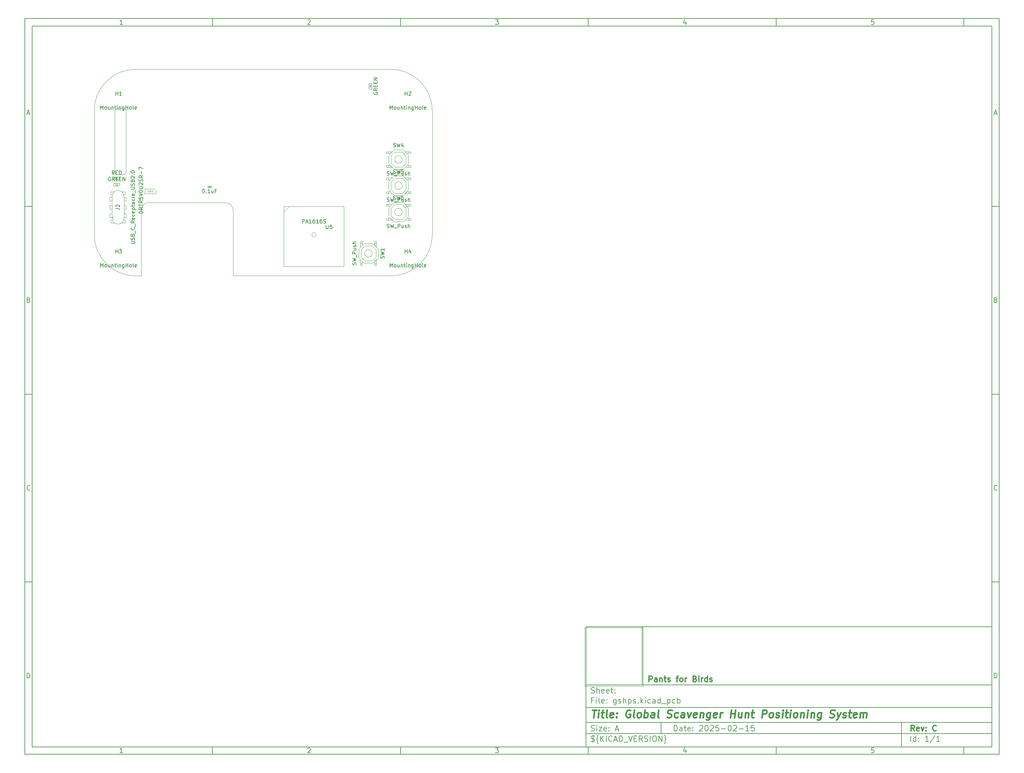
<source format=gbr>
%TF.GenerationSoftware,KiCad,Pcbnew,8.0.6+1*%
%TF.CreationDate,2025-02-24T18:19:18+00:00*%
%TF.ProjectId,gshps,67736870-732e-46b6-9963-61645f706362,C*%
%TF.SameCoordinates,Original*%
%TF.FileFunction,AssemblyDrawing,Top*%
%FSLAX45Y45*%
G04 Gerber Fmt 4.5, Leading zero omitted, Abs format (unit mm)*
G04 Created by KiCad (PCBNEW 8.0.6+1) date 2025-02-24 18:19:18*
%MOMM*%
%LPD*%
G01*
G04 APERTURE LIST*
%ADD10C,0.100000*%
%ADD11C,0.150000*%
%ADD12C,0.300000*%
%ADD13C,0.400000*%
%TA.AperFunction,Profile*%
%ADD14C,0.100000*%
%TD*%
%ADD15C,0.040000*%
%ADD16C,0.060000*%
%ADD17C,0.075000*%
G04 APERTURE END LIST*
D10*
X15905782Y-17215462D02*
X15905782Y-18774098D01*
X17464418Y-18774098D01*
X17464418Y-17215462D01*
X15905782Y-17215462D01*
D11*
X15940000Y-17190000D02*
X26740000Y-17190000D01*
X26740000Y-20390000D01*
X15940000Y-20390000D01*
X15940000Y-17190000D01*
D10*
D11*
X1000000Y-1000000D02*
X26940000Y-1000000D01*
X26940000Y-20590000D01*
X1000000Y-20590000D01*
X1000000Y-1000000D01*
D10*
D11*
X1200000Y-1200000D02*
X26740000Y-1200000D01*
X26740000Y-20390000D01*
X1200000Y-20390000D01*
X1200000Y-1200000D01*
D10*
D11*
X6000000Y-1200000D02*
X6000000Y-1000000D01*
D10*
D11*
X11000000Y-1200000D02*
X11000000Y-1000000D01*
D10*
D11*
X16000000Y-1200000D02*
X16000000Y-1000000D01*
D10*
D11*
X21000000Y-1200000D02*
X21000000Y-1000000D01*
D10*
D11*
X26000000Y-1200000D02*
X26000000Y-1000000D01*
D10*
D11*
X3608916Y-1159360D02*
X3534630Y-1159360D01*
X3571773Y-1159360D02*
X3571773Y-1029360D01*
X3571773Y-1029360D02*
X3559392Y-1047932D01*
X3559392Y-1047932D02*
X3547011Y-1060313D01*
X3547011Y-1060313D02*
X3534630Y-1066503D01*
D10*
D11*
X8534630Y-1041741D02*
X8540821Y-1035551D01*
X8540821Y-1035551D02*
X8553202Y-1029360D01*
X8553202Y-1029360D02*
X8584154Y-1029360D01*
X8584154Y-1029360D02*
X8596535Y-1035551D01*
X8596535Y-1035551D02*
X8602726Y-1041741D01*
X8602726Y-1041741D02*
X8608916Y-1054122D01*
X8608916Y-1054122D02*
X8608916Y-1066503D01*
X8608916Y-1066503D02*
X8602726Y-1085075D01*
X8602726Y-1085075D02*
X8528440Y-1159360D01*
X8528440Y-1159360D02*
X8608916Y-1159360D01*
D10*
D11*
X13528440Y-1029360D02*
X13608916Y-1029360D01*
X13608916Y-1029360D02*
X13565583Y-1078884D01*
X13565583Y-1078884D02*
X13584154Y-1078884D01*
X13584154Y-1078884D02*
X13596535Y-1085075D01*
X13596535Y-1085075D02*
X13602725Y-1091265D01*
X13602725Y-1091265D02*
X13608916Y-1103646D01*
X13608916Y-1103646D02*
X13608916Y-1134599D01*
X13608916Y-1134599D02*
X13602725Y-1146980D01*
X13602725Y-1146980D02*
X13596535Y-1153170D01*
X13596535Y-1153170D02*
X13584154Y-1159360D01*
X13584154Y-1159360D02*
X13547011Y-1159360D01*
X13547011Y-1159360D02*
X13534630Y-1153170D01*
X13534630Y-1153170D02*
X13528440Y-1146980D01*
D10*
D11*
X18596535Y-1072694D02*
X18596535Y-1159360D01*
X18565583Y-1023170D02*
X18534630Y-1116027D01*
X18534630Y-1116027D02*
X18615106Y-1116027D01*
D10*
D11*
X23602725Y-1029360D02*
X23540821Y-1029360D01*
X23540821Y-1029360D02*
X23534630Y-1091265D01*
X23534630Y-1091265D02*
X23540821Y-1085075D01*
X23540821Y-1085075D02*
X23553202Y-1078884D01*
X23553202Y-1078884D02*
X23584154Y-1078884D01*
X23584154Y-1078884D02*
X23596535Y-1085075D01*
X23596535Y-1085075D02*
X23602725Y-1091265D01*
X23602725Y-1091265D02*
X23608916Y-1103646D01*
X23608916Y-1103646D02*
X23608916Y-1134599D01*
X23608916Y-1134599D02*
X23602725Y-1146980D01*
X23602725Y-1146980D02*
X23596535Y-1153170D01*
X23596535Y-1153170D02*
X23584154Y-1159360D01*
X23584154Y-1159360D02*
X23553202Y-1159360D01*
X23553202Y-1159360D02*
X23540821Y-1153170D01*
X23540821Y-1153170D02*
X23534630Y-1146980D01*
D10*
D11*
X6000000Y-20390000D02*
X6000000Y-20590000D01*
D10*
D11*
X11000000Y-20390000D02*
X11000000Y-20590000D01*
D10*
D11*
X16000000Y-20390000D02*
X16000000Y-20590000D01*
D10*
D11*
X21000000Y-20390000D02*
X21000000Y-20590000D01*
D10*
D11*
X26000000Y-20390000D02*
X26000000Y-20590000D01*
D10*
D11*
X3608916Y-20549360D02*
X3534630Y-20549360D01*
X3571773Y-20549360D02*
X3571773Y-20419360D01*
X3571773Y-20419360D02*
X3559392Y-20437932D01*
X3559392Y-20437932D02*
X3547011Y-20450313D01*
X3547011Y-20450313D02*
X3534630Y-20456503D01*
D10*
D11*
X8534630Y-20431741D02*
X8540821Y-20425551D01*
X8540821Y-20425551D02*
X8553202Y-20419360D01*
X8553202Y-20419360D02*
X8584154Y-20419360D01*
X8584154Y-20419360D02*
X8596535Y-20425551D01*
X8596535Y-20425551D02*
X8602726Y-20431741D01*
X8602726Y-20431741D02*
X8608916Y-20444122D01*
X8608916Y-20444122D02*
X8608916Y-20456503D01*
X8608916Y-20456503D02*
X8602726Y-20475075D01*
X8602726Y-20475075D02*
X8528440Y-20549360D01*
X8528440Y-20549360D02*
X8608916Y-20549360D01*
D10*
D11*
X13528440Y-20419360D02*
X13608916Y-20419360D01*
X13608916Y-20419360D02*
X13565583Y-20468884D01*
X13565583Y-20468884D02*
X13584154Y-20468884D01*
X13584154Y-20468884D02*
X13596535Y-20475075D01*
X13596535Y-20475075D02*
X13602725Y-20481265D01*
X13602725Y-20481265D02*
X13608916Y-20493646D01*
X13608916Y-20493646D02*
X13608916Y-20524599D01*
X13608916Y-20524599D02*
X13602725Y-20536980D01*
X13602725Y-20536980D02*
X13596535Y-20543170D01*
X13596535Y-20543170D02*
X13584154Y-20549360D01*
X13584154Y-20549360D02*
X13547011Y-20549360D01*
X13547011Y-20549360D02*
X13534630Y-20543170D01*
X13534630Y-20543170D02*
X13528440Y-20536980D01*
D10*
D11*
X18596535Y-20462694D02*
X18596535Y-20549360D01*
X18565583Y-20413170D02*
X18534630Y-20506027D01*
X18534630Y-20506027D02*
X18615106Y-20506027D01*
D10*
D11*
X23602725Y-20419360D02*
X23540821Y-20419360D01*
X23540821Y-20419360D02*
X23534630Y-20481265D01*
X23534630Y-20481265D02*
X23540821Y-20475075D01*
X23540821Y-20475075D02*
X23553202Y-20468884D01*
X23553202Y-20468884D02*
X23584154Y-20468884D01*
X23584154Y-20468884D02*
X23596535Y-20475075D01*
X23596535Y-20475075D02*
X23602725Y-20481265D01*
X23602725Y-20481265D02*
X23608916Y-20493646D01*
X23608916Y-20493646D02*
X23608916Y-20524599D01*
X23608916Y-20524599D02*
X23602725Y-20536980D01*
X23602725Y-20536980D02*
X23596535Y-20543170D01*
X23596535Y-20543170D02*
X23584154Y-20549360D01*
X23584154Y-20549360D02*
X23553202Y-20549360D01*
X23553202Y-20549360D02*
X23540821Y-20543170D01*
X23540821Y-20543170D02*
X23534630Y-20536980D01*
D10*
D11*
X1000000Y-6000000D02*
X1200000Y-6000000D01*
D10*
D11*
X1000000Y-11000000D02*
X1200000Y-11000000D01*
D10*
D11*
X1000000Y-16000000D02*
X1200000Y-16000000D01*
D10*
D11*
X1069048Y-3522218D02*
X1130952Y-3522218D01*
X1056667Y-3559360D02*
X1100000Y-3429360D01*
X1100000Y-3429360D02*
X1143333Y-3559360D01*
D10*
D11*
X1109286Y-8491265D02*
X1127857Y-8497456D01*
X1127857Y-8497456D02*
X1134048Y-8503646D01*
X1134048Y-8503646D02*
X1140238Y-8516027D01*
X1140238Y-8516027D02*
X1140238Y-8534599D01*
X1140238Y-8534599D02*
X1134048Y-8546980D01*
X1134048Y-8546980D02*
X1127857Y-8553170D01*
X1127857Y-8553170D02*
X1115476Y-8559360D01*
X1115476Y-8559360D02*
X1065952Y-8559360D01*
X1065952Y-8559360D02*
X1065952Y-8429360D01*
X1065952Y-8429360D02*
X1109286Y-8429360D01*
X1109286Y-8429360D02*
X1121667Y-8435551D01*
X1121667Y-8435551D02*
X1127857Y-8441741D01*
X1127857Y-8441741D02*
X1134048Y-8454122D01*
X1134048Y-8454122D02*
X1134048Y-8466503D01*
X1134048Y-8466503D02*
X1127857Y-8478884D01*
X1127857Y-8478884D02*
X1121667Y-8485075D01*
X1121667Y-8485075D02*
X1109286Y-8491265D01*
X1109286Y-8491265D02*
X1065952Y-8491265D01*
D10*
D11*
X1140238Y-13546979D02*
X1134048Y-13553170D01*
X1134048Y-13553170D02*
X1115476Y-13559360D01*
X1115476Y-13559360D02*
X1103095Y-13559360D01*
X1103095Y-13559360D02*
X1084524Y-13553170D01*
X1084524Y-13553170D02*
X1072143Y-13540789D01*
X1072143Y-13540789D02*
X1065952Y-13528408D01*
X1065952Y-13528408D02*
X1059762Y-13503646D01*
X1059762Y-13503646D02*
X1059762Y-13485075D01*
X1059762Y-13485075D02*
X1065952Y-13460313D01*
X1065952Y-13460313D02*
X1072143Y-13447932D01*
X1072143Y-13447932D02*
X1084524Y-13435551D01*
X1084524Y-13435551D02*
X1103095Y-13429360D01*
X1103095Y-13429360D02*
X1115476Y-13429360D01*
X1115476Y-13429360D02*
X1134048Y-13435551D01*
X1134048Y-13435551D02*
X1140238Y-13441741D01*
D10*
D11*
X1065952Y-18559360D02*
X1065952Y-18429360D01*
X1065952Y-18429360D02*
X1096905Y-18429360D01*
X1096905Y-18429360D02*
X1115476Y-18435551D01*
X1115476Y-18435551D02*
X1127857Y-18447932D01*
X1127857Y-18447932D02*
X1134048Y-18460313D01*
X1134048Y-18460313D02*
X1140238Y-18485075D01*
X1140238Y-18485075D02*
X1140238Y-18503646D01*
X1140238Y-18503646D02*
X1134048Y-18528408D01*
X1134048Y-18528408D02*
X1127857Y-18540789D01*
X1127857Y-18540789D02*
X1115476Y-18553170D01*
X1115476Y-18553170D02*
X1096905Y-18559360D01*
X1096905Y-18559360D02*
X1065952Y-18559360D01*
D10*
D11*
X26940000Y-6000000D02*
X26740000Y-6000000D01*
D10*
D11*
X26940000Y-11000000D02*
X26740000Y-11000000D01*
D10*
D11*
X26940000Y-16000000D02*
X26740000Y-16000000D01*
D10*
D11*
X26809048Y-3522218D02*
X26870952Y-3522218D01*
X26796667Y-3559360D02*
X26840000Y-3429360D01*
X26840000Y-3429360D02*
X26883333Y-3559360D01*
D10*
D11*
X26849286Y-8491265D02*
X26867857Y-8497456D01*
X26867857Y-8497456D02*
X26874048Y-8503646D01*
X26874048Y-8503646D02*
X26880238Y-8516027D01*
X26880238Y-8516027D02*
X26880238Y-8534599D01*
X26880238Y-8534599D02*
X26874048Y-8546980D01*
X26874048Y-8546980D02*
X26867857Y-8553170D01*
X26867857Y-8553170D02*
X26855476Y-8559360D01*
X26855476Y-8559360D02*
X26805952Y-8559360D01*
X26805952Y-8559360D02*
X26805952Y-8429360D01*
X26805952Y-8429360D02*
X26849286Y-8429360D01*
X26849286Y-8429360D02*
X26861667Y-8435551D01*
X26861667Y-8435551D02*
X26867857Y-8441741D01*
X26867857Y-8441741D02*
X26874048Y-8454122D01*
X26874048Y-8454122D02*
X26874048Y-8466503D01*
X26874048Y-8466503D02*
X26867857Y-8478884D01*
X26867857Y-8478884D02*
X26861667Y-8485075D01*
X26861667Y-8485075D02*
X26849286Y-8491265D01*
X26849286Y-8491265D02*
X26805952Y-8491265D01*
D10*
D11*
X26880238Y-13546979D02*
X26874048Y-13553170D01*
X26874048Y-13553170D02*
X26855476Y-13559360D01*
X26855476Y-13559360D02*
X26843095Y-13559360D01*
X26843095Y-13559360D02*
X26824524Y-13553170D01*
X26824524Y-13553170D02*
X26812143Y-13540789D01*
X26812143Y-13540789D02*
X26805952Y-13528408D01*
X26805952Y-13528408D02*
X26799762Y-13503646D01*
X26799762Y-13503646D02*
X26799762Y-13485075D01*
X26799762Y-13485075D02*
X26805952Y-13460313D01*
X26805952Y-13460313D02*
X26812143Y-13447932D01*
X26812143Y-13447932D02*
X26824524Y-13435551D01*
X26824524Y-13435551D02*
X26843095Y-13429360D01*
X26843095Y-13429360D02*
X26855476Y-13429360D01*
X26855476Y-13429360D02*
X26874048Y-13435551D01*
X26874048Y-13435551D02*
X26880238Y-13441741D01*
D10*
D11*
X26805952Y-18559360D02*
X26805952Y-18429360D01*
X26805952Y-18429360D02*
X26836905Y-18429360D01*
X26836905Y-18429360D02*
X26855476Y-18435551D01*
X26855476Y-18435551D02*
X26867857Y-18447932D01*
X26867857Y-18447932D02*
X26874048Y-18460313D01*
X26874048Y-18460313D02*
X26880238Y-18485075D01*
X26880238Y-18485075D02*
X26880238Y-18503646D01*
X26880238Y-18503646D02*
X26874048Y-18528408D01*
X26874048Y-18528408D02*
X26867857Y-18540789D01*
X26867857Y-18540789D02*
X26855476Y-18553170D01*
X26855476Y-18553170D02*
X26836905Y-18559360D01*
X26836905Y-18559360D02*
X26805952Y-18559360D01*
D10*
D11*
X18285583Y-19968613D02*
X18285583Y-19818613D01*
X18285583Y-19818613D02*
X18321297Y-19818613D01*
X18321297Y-19818613D02*
X18342726Y-19825756D01*
X18342726Y-19825756D02*
X18357011Y-19840041D01*
X18357011Y-19840041D02*
X18364154Y-19854327D01*
X18364154Y-19854327D02*
X18371297Y-19882899D01*
X18371297Y-19882899D02*
X18371297Y-19904327D01*
X18371297Y-19904327D02*
X18364154Y-19932899D01*
X18364154Y-19932899D02*
X18357011Y-19947184D01*
X18357011Y-19947184D02*
X18342726Y-19961470D01*
X18342726Y-19961470D02*
X18321297Y-19968613D01*
X18321297Y-19968613D02*
X18285583Y-19968613D01*
X18499868Y-19968613D02*
X18499868Y-19890041D01*
X18499868Y-19890041D02*
X18492726Y-19875756D01*
X18492726Y-19875756D02*
X18478440Y-19868613D01*
X18478440Y-19868613D02*
X18449868Y-19868613D01*
X18449868Y-19868613D02*
X18435583Y-19875756D01*
X18499868Y-19961470D02*
X18485583Y-19968613D01*
X18485583Y-19968613D02*
X18449868Y-19968613D01*
X18449868Y-19968613D02*
X18435583Y-19961470D01*
X18435583Y-19961470D02*
X18428440Y-19947184D01*
X18428440Y-19947184D02*
X18428440Y-19932899D01*
X18428440Y-19932899D02*
X18435583Y-19918613D01*
X18435583Y-19918613D02*
X18449868Y-19911470D01*
X18449868Y-19911470D02*
X18485583Y-19911470D01*
X18485583Y-19911470D02*
X18499868Y-19904327D01*
X18549868Y-19868613D02*
X18607011Y-19868613D01*
X18571297Y-19818613D02*
X18571297Y-19947184D01*
X18571297Y-19947184D02*
X18578440Y-19961470D01*
X18578440Y-19961470D02*
X18592726Y-19968613D01*
X18592726Y-19968613D02*
X18607011Y-19968613D01*
X18714154Y-19961470D02*
X18699868Y-19968613D01*
X18699868Y-19968613D02*
X18671297Y-19968613D01*
X18671297Y-19968613D02*
X18657011Y-19961470D01*
X18657011Y-19961470D02*
X18649868Y-19947184D01*
X18649868Y-19947184D02*
X18649868Y-19890041D01*
X18649868Y-19890041D02*
X18657011Y-19875756D01*
X18657011Y-19875756D02*
X18671297Y-19868613D01*
X18671297Y-19868613D02*
X18699868Y-19868613D01*
X18699868Y-19868613D02*
X18714154Y-19875756D01*
X18714154Y-19875756D02*
X18721297Y-19890041D01*
X18721297Y-19890041D02*
X18721297Y-19904327D01*
X18721297Y-19904327D02*
X18649868Y-19918613D01*
X18785583Y-19954327D02*
X18792726Y-19961470D01*
X18792726Y-19961470D02*
X18785583Y-19968613D01*
X18785583Y-19968613D02*
X18778440Y-19961470D01*
X18778440Y-19961470D02*
X18785583Y-19954327D01*
X18785583Y-19954327D02*
X18785583Y-19968613D01*
X18785583Y-19875756D02*
X18792726Y-19882899D01*
X18792726Y-19882899D02*
X18785583Y-19890041D01*
X18785583Y-19890041D02*
X18778440Y-19882899D01*
X18778440Y-19882899D02*
X18785583Y-19875756D01*
X18785583Y-19875756D02*
X18785583Y-19890041D01*
X18964154Y-19832899D02*
X18971297Y-19825756D01*
X18971297Y-19825756D02*
X18985583Y-19818613D01*
X18985583Y-19818613D02*
X19021297Y-19818613D01*
X19021297Y-19818613D02*
X19035583Y-19825756D01*
X19035583Y-19825756D02*
X19042726Y-19832899D01*
X19042726Y-19832899D02*
X19049868Y-19847184D01*
X19049868Y-19847184D02*
X19049868Y-19861470D01*
X19049868Y-19861470D02*
X19042726Y-19882899D01*
X19042726Y-19882899D02*
X18957011Y-19968613D01*
X18957011Y-19968613D02*
X19049868Y-19968613D01*
X19142726Y-19818613D02*
X19157011Y-19818613D01*
X19157011Y-19818613D02*
X19171297Y-19825756D01*
X19171297Y-19825756D02*
X19178440Y-19832899D01*
X19178440Y-19832899D02*
X19185583Y-19847184D01*
X19185583Y-19847184D02*
X19192726Y-19875756D01*
X19192726Y-19875756D02*
X19192726Y-19911470D01*
X19192726Y-19911470D02*
X19185583Y-19940041D01*
X19185583Y-19940041D02*
X19178440Y-19954327D01*
X19178440Y-19954327D02*
X19171297Y-19961470D01*
X19171297Y-19961470D02*
X19157011Y-19968613D01*
X19157011Y-19968613D02*
X19142726Y-19968613D01*
X19142726Y-19968613D02*
X19128440Y-19961470D01*
X19128440Y-19961470D02*
X19121297Y-19954327D01*
X19121297Y-19954327D02*
X19114154Y-19940041D01*
X19114154Y-19940041D02*
X19107011Y-19911470D01*
X19107011Y-19911470D02*
X19107011Y-19875756D01*
X19107011Y-19875756D02*
X19114154Y-19847184D01*
X19114154Y-19847184D02*
X19121297Y-19832899D01*
X19121297Y-19832899D02*
X19128440Y-19825756D01*
X19128440Y-19825756D02*
X19142726Y-19818613D01*
X19249868Y-19832899D02*
X19257011Y-19825756D01*
X19257011Y-19825756D02*
X19271297Y-19818613D01*
X19271297Y-19818613D02*
X19307011Y-19818613D01*
X19307011Y-19818613D02*
X19321297Y-19825756D01*
X19321297Y-19825756D02*
X19328440Y-19832899D01*
X19328440Y-19832899D02*
X19335583Y-19847184D01*
X19335583Y-19847184D02*
X19335583Y-19861470D01*
X19335583Y-19861470D02*
X19328440Y-19882899D01*
X19328440Y-19882899D02*
X19242725Y-19968613D01*
X19242725Y-19968613D02*
X19335583Y-19968613D01*
X19471297Y-19818613D02*
X19399868Y-19818613D01*
X19399868Y-19818613D02*
X19392725Y-19890041D01*
X19392725Y-19890041D02*
X19399868Y-19882899D01*
X19399868Y-19882899D02*
X19414154Y-19875756D01*
X19414154Y-19875756D02*
X19449868Y-19875756D01*
X19449868Y-19875756D02*
X19464154Y-19882899D01*
X19464154Y-19882899D02*
X19471297Y-19890041D01*
X19471297Y-19890041D02*
X19478440Y-19904327D01*
X19478440Y-19904327D02*
X19478440Y-19940041D01*
X19478440Y-19940041D02*
X19471297Y-19954327D01*
X19471297Y-19954327D02*
X19464154Y-19961470D01*
X19464154Y-19961470D02*
X19449868Y-19968613D01*
X19449868Y-19968613D02*
X19414154Y-19968613D01*
X19414154Y-19968613D02*
X19399868Y-19961470D01*
X19399868Y-19961470D02*
X19392725Y-19954327D01*
X19542725Y-19911470D02*
X19657011Y-19911470D01*
X19757011Y-19818613D02*
X19771297Y-19818613D01*
X19771297Y-19818613D02*
X19785583Y-19825756D01*
X19785583Y-19825756D02*
X19792725Y-19832899D01*
X19792725Y-19832899D02*
X19799868Y-19847184D01*
X19799868Y-19847184D02*
X19807011Y-19875756D01*
X19807011Y-19875756D02*
X19807011Y-19911470D01*
X19807011Y-19911470D02*
X19799868Y-19940041D01*
X19799868Y-19940041D02*
X19792725Y-19954327D01*
X19792725Y-19954327D02*
X19785583Y-19961470D01*
X19785583Y-19961470D02*
X19771297Y-19968613D01*
X19771297Y-19968613D02*
X19757011Y-19968613D01*
X19757011Y-19968613D02*
X19742725Y-19961470D01*
X19742725Y-19961470D02*
X19735583Y-19954327D01*
X19735583Y-19954327D02*
X19728440Y-19940041D01*
X19728440Y-19940041D02*
X19721297Y-19911470D01*
X19721297Y-19911470D02*
X19721297Y-19875756D01*
X19721297Y-19875756D02*
X19728440Y-19847184D01*
X19728440Y-19847184D02*
X19735583Y-19832899D01*
X19735583Y-19832899D02*
X19742725Y-19825756D01*
X19742725Y-19825756D02*
X19757011Y-19818613D01*
X19864154Y-19832899D02*
X19871297Y-19825756D01*
X19871297Y-19825756D02*
X19885583Y-19818613D01*
X19885583Y-19818613D02*
X19921297Y-19818613D01*
X19921297Y-19818613D02*
X19935583Y-19825756D01*
X19935583Y-19825756D02*
X19942725Y-19832899D01*
X19942725Y-19832899D02*
X19949868Y-19847184D01*
X19949868Y-19847184D02*
X19949868Y-19861470D01*
X19949868Y-19861470D02*
X19942725Y-19882899D01*
X19942725Y-19882899D02*
X19857011Y-19968613D01*
X19857011Y-19968613D02*
X19949868Y-19968613D01*
X20014154Y-19911470D02*
X20128440Y-19911470D01*
X20278440Y-19968613D02*
X20192725Y-19968613D01*
X20235582Y-19968613D02*
X20235582Y-19818613D01*
X20235582Y-19818613D02*
X20221297Y-19840041D01*
X20221297Y-19840041D02*
X20207011Y-19854327D01*
X20207011Y-19854327D02*
X20192725Y-19861470D01*
X20414154Y-19818613D02*
X20342725Y-19818613D01*
X20342725Y-19818613D02*
X20335582Y-19890041D01*
X20335582Y-19890041D02*
X20342725Y-19882899D01*
X20342725Y-19882899D02*
X20357011Y-19875756D01*
X20357011Y-19875756D02*
X20392725Y-19875756D01*
X20392725Y-19875756D02*
X20407011Y-19882899D01*
X20407011Y-19882899D02*
X20414154Y-19890041D01*
X20414154Y-19890041D02*
X20421297Y-19904327D01*
X20421297Y-19904327D02*
X20421297Y-19940041D01*
X20421297Y-19940041D02*
X20414154Y-19954327D01*
X20414154Y-19954327D02*
X20407011Y-19961470D01*
X20407011Y-19961470D02*
X20392725Y-19968613D01*
X20392725Y-19968613D02*
X20357011Y-19968613D01*
X20357011Y-19968613D02*
X20342725Y-19961470D01*
X20342725Y-19961470D02*
X20335582Y-19954327D01*
D10*
D11*
X15940000Y-20040000D02*
X26740000Y-20040000D01*
D10*
D11*
X16078440Y-20241470D02*
X16099868Y-20248613D01*
X16099868Y-20248613D02*
X16135583Y-20248613D01*
X16135583Y-20248613D02*
X16149868Y-20241470D01*
X16149868Y-20241470D02*
X16157011Y-20234327D01*
X16157011Y-20234327D02*
X16164154Y-20220041D01*
X16164154Y-20220041D02*
X16164154Y-20205756D01*
X16164154Y-20205756D02*
X16157011Y-20191470D01*
X16157011Y-20191470D02*
X16149868Y-20184327D01*
X16149868Y-20184327D02*
X16135583Y-20177184D01*
X16135583Y-20177184D02*
X16107011Y-20170041D01*
X16107011Y-20170041D02*
X16092725Y-20162899D01*
X16092725Y-20162899D02*
X16085583Y-20155756D01*
X16085583Y-20155756D02*
X16078440Y-20141470D01*
X16078440Y-20141470D02*
X16078440Y-20127184D01*
X16078440Y-20127184D02*
X16085583Y-20112899D01*
X16085583Y-20112899D02*
X16092725Y-20105756D01*
X16092725Y-20105756D02*
X16107011Y-20098613D01*
X16107011Y-20098613D02*
X16142725Y-20098613D01*
X16142725Y-20098613D02*
X16164154Y-20105756D01*
X16121297Y-20077184D02*
X16121297Y-20270041D01*
X16271297Y-20305756D02*
X16264154Y-20305756D01*
X16264154Y-20305756D02*
X16249868Y-20298613D01*
X16249868Y-20298613D02*
X16242725Y-20284327D01*
X16242725Y-20284327D02*
X16242725Y-20212899D01*
X16242725Y-20212899D02*
X16235583Y-20198613D01*
X16235583Y-20198613D02*
X16221297Y-20191470D01*
X16221297Y-20191470D02*
X16235583Y-20184327D01*
X16235583Y-20184327D02*
X16242725Y-20170041D01*
X16242725Y-20170041D02*
X16242725Y-20098613D01*
X16242725Y-20098613D02*
X16249868Y-20084327D01*
X16249868Y-20084327D02*
X16264154Y-20077184D01*
X16264154Y-20077184D02*
X16271297Y-20077184D01*
X16328440Y-20248613D02*
X16328440Y-20098613D01*
X16414154Y-20248613D02*
X16349868Y-20162899D01*
X16414154Y-20098613D02*
X16328440Y-20184327D01*
X16478440Y-20248613D02*
X16478440Y-20098613D01*
X16635583Y-20234327D02*
X16628440Y-20241470D01*
X16628440Y-20241470D02*
X16607011Y-20248613D01*
X16607011Y-20248613D02*
X16592725Y-20248613D01*
X16592725Y-20248613D02*
X16571297Y-20241470D01*
X16571297Y-20241470D02*
X16557011Y-20227184D01*
X16557011Y-20227184D02*
X16549868Y-20212899D01*
X16549868Y-20212899D02*
X16542725Y-20184327D01*
X16542725Y-20184327D02*
X16542725Y-20162899D01*
X16542725Y-20162899D02*
X16549868Y-20134327D01*
X16549868Y-20134327D02*
X16557011Y-20120041D01*
X16557011Y-20120041D02*
X16571297Y-20105756D01*
X16571297Y-20105756D02*
X16592725Y-20098613D01*
X16592725Y-20098613D02*
X16607011Y-20098613D01*
X16607011Y-20098613D02*
X16628440Y-20105756D01*
X16628440Y-20105756D02*
X16635583Y-20112899D01*
X16692725Y-20205756D02*
X16764154Y-20205756D01*
X16678440Y-20248613D02*
X16728440Y-20098613D01*
X16728440Y-20098613D02*
X16778440Y-20248613D01*
X16828440Y-20248613D02*
X16828440Y-20098613D01*
X16828440Y-20098613D02*
X16864154Y-20098613D01*
X16864154Y-20098613D02*
X16885583Y-20105756D01*
X16885583Y-20105756D02*
X16899868Y-20120041D01*
X16899868Y-20120041D02*
X16907011Y-20134327D01*
X16907011Y-20134327D02*
X16914154Y-20162899D01*
X16914154Y-20162899D02*
X16914154Y-20184327D01*
X16914154Y-20184327D02*
X16907011Y-20212899D01*
X16907011Y-20212899D02*
X16899868Y-20227184D01*
X16899868Y-20227184D02*
X16885583Y-20241470D01*
X16885583Y-20241470D02*
X16864154Y-20248613D01*
X16864154Y-20248613D02*
X16828440Y-20248613D01*
X16942726Y-20262899D02*
X17057011Y-20262899D01*
X17071297Y-20098613D02*
X17121297Y-20248613D01*
X17121297Y-20248613D02*
X17171297Y-20098613D01*
X17221297Y-20170041D02*
X17271297Y-20170041D01*
X17292725Y-20248613D02*
X17221297Y-20248613D01*
X17221297Y-20248613D02*
X17221297Y-20098613D01*
X17221297Y-20098613D02*
X17292725Y-20098613D01*
X17442725Y-20248613D02*
X17392725Y-20177184D01*
X17357011Y-20248613D02*
X17357011Y-20098613D01*
X17357011Y-20098613D02*
X17414154Y-20098613D01*
X17414154Y-20098613D02*
X17428440Y-20105756D01*
X17428440Y-20105756D02*
X17435583Y-20112899D01*
X17435583Y-20112899D02*
X17442725Y-20127184D01*
X17442725Y-20127184D02*
X17442725Y-20148613D01*
X17442725Y-20148613D02*
X17435583Y-20162899D01*
X17435583Y-20162899D02*
X17428440Y-20170041D01*
X17428440Y-20170041D02*
X17414154Y-20177184D01*
X17414154Y-20177184D02*
X17357011Y-20177184D01*
X17499868Y-20241470D02*
X17521297Y-20248613D01*
X17521297Y-20248613D02*
X17557011Y-20248613D01*
X17557011Y-20248613D02*
X17571297Y-20241470D01*
X17571297Y-20241470D02*
X17578440Y-20234327D01*
X17578440Y-20234327D02*
X17585583Y-20220041D01*
X17585583Y-20220041D02*
X17585583Y-20205756D01*
X17585583Y-20205756D02*
X17578440Y-20191470D01*
X17578440Y-20191470D02*
X17571297Y-20184327D01*
X17571297Y-20184327D02*
X17557011Y-20177184D01*
X17557011Y-20177184D02*
X17528440Y-20170041D01*
X17528440Y-20170041D02*
X17514154Y-20162899D01*
X17514154Y-20162899D02*
X17507011Y-20155756D01*
X17507011Y-20155756D02*
X17499868Y-20141470D01*
X17499868Y-20141470D02*
X17499868Y-20127184D01*
X17499868Y-20127184D02*
X17507011Y-20112899D01*
X17507011Y-20112899D02*
X17514154Y-20105756D01*
X17514154Y-20105756D02*
X17528440Y-20098613D01*
X17528440Y-20098613D02*
X17564154Y-20098613D01*
X17564154Y-20098613D02*
X17585583Y-20105756D01*
X17649868Y-20248613D02*
X17649868Y-20098613D01*
X17749868Y-20098613D02*
X17778440Y-20098613D01*
X17778440Y-20098613D02*
X17792725Y-20105756D01*
X17792725Y-20105756D02*
X17807011Y-20120041D01*
X17807011Y-20120041D02*
X17814154Y-20148613D01*
X17814154Y-20148613D02*
X17814154Y-20198613D01*
X17814154Y-20198613D02*
X17807011Y-20227184D01*
X17807011Y-20227184D02*
X17792725Y-20241470D01*
X17792725Y-20241470D02*
X17778440Y-20248613D01*
X17778440Y-20248613D02*
X17749868Y-20248613D01*
X17749868Y-20248613D02*
X17735583Y-20241470D01*
X17735583Y-20241470D02*
X17721297Y-20227184D01*
X17721297Y-20227184D02*
X17714154Y-20198613D01*
X17714154Y-20198613D02*
X17714154Y-20148613D01*
X17714154Y-20148613D02*
X17721297Y-20120041D01*
X17721297Y-20120041D02*
X17735583Y-20105756D01*
X17735583Y-20105756D02*
X17749868Y-20098613D01*
X17878440Y-20248613D02*
X17878440Y-20098613D01*
X17878440Y-20098613D02*
X17964154Y-20248613D01*
X17964154Y-20248613D02*
X17964154Y-20098613D01*
X18021297Y-20305756D02*
X18028440Y-20305756D01*
X18028440Y-20305756D02*
X18042726Y-20298613D01*
X18042726Y-20298613D02*
X18049868Y-20284327D01*
X18049868Y-20284327D02*
X18049868Y-20212899D01*
X18049868Y-20212899D02*
X18057011Y-20198613D01*
X18057011Y-20198613D02*
X18071297Y-20191470D01*
X18071297Y-20191470D02*
X18057011Y-20184327D01*
X18057011Y-20184327D02*
X18049868Y-20170041D01*
X18049868Y-20170041D02*
X18049868Y-20098613D01*
X18049868Y-20098613D02*
X18042726Y-20084327D01*
X18042726Y-20084327D02*
X18028440Y-20077184D01*
X18028440Y-20077184D02*
X18021297Y-20077184D01*
D10*
D11*
X15940000Y-19740000D02*
X26740000Y-19740000D01*
D10*
D12*
X24681165Y-19967833D02*
X24631165Y-19896404D01*
X24595451Y-19967833D02*
X24595451Y-19817833D01*
X24595451Y-19817833D02*
X24652594Y-19817833D01*
X24652594Y-19817833D02*
X24666880Y-19824976D01*
X24666880Y-19824976D02*
X24674022Y-19832119D01*
X24674022Y-19832119D02*
X24681165Y-19846404D01*
X24681165Y-19846404D02*
X24681165Y-19867833D01*
X24681165Y-19867833D02*
X24674022Y-19882119D01*
X24674022Y-19882119D02*
X24666880Y-19889261D01*
X24666880Y-19889261D02*
X24652594Y-19896404D01*
X24652594Y-19896404D02*
X24595451Y-19896404D01*
X24802594Y-19960690D02*
X24788308Y-19967833D01*
X24788308Y-19967833D02*
X24759737Y-19967833D01*
X24759737Y-19967833D02*
X24745451Y-19960690D01*
X24745451Y-19960690D02*
X24738308Y-19946404D01*
X24738308Y-19946404D02*
X24738308Y-19889261D01*
X24738308Y-19889261D02*
X24745451Y-19874976D01*
X24745451Y-19874976D02*
X24759737Y-19867833D01*
X24759737Y-19867833D02*
X24788308Y-19867833D01*
X24788308Y-19867833D02*
X24802594Y-19874976D01*
X24802594Y-19874976D02*
X24809737Y-19889261D01*
X24809737Y-19889261D02*
X24809737Y-19903547D01*
X24809737Y-19903547D02*
X24738308Y-19917833D01*
X24859737Y-19867833D02*
X24895451Y-19967833D01*
X24895451Y-19967833D02*
X24931165Y-19867833D01*
X24988308Y-19953547D02*
X24995451Y-19960690D01*
X24995451Y-19960690D02*
X24988308Y-19967833D01*
X24988308Y-19967833D02*
X24981165Y-19960690D01*
X24981165Y-19960690D02*
X24988308Y-19953547D01*
X24988308Y-19953547D02*
X24988308Y-19967833D01*
X24988308Y-19874976D02*
X24995451Y-19882119D01*
X24995451Y-19882119D02*
X24988308Y-19889261D01*
X24988308Y-19889261D02*
X24981165Y-19882119D01*
X24981165Y-19882119D02*
X24988308Y-19874976D01*
X24988308Y-19874976D02*
X24988308Y-19889261D01*
X25259737Y-19953547D02*
X25252594Y-19960690D01*
X25252594Y-19960690D02*
X25231165Y-19967833D01*
X25231165Y-19967833D02*
X25216880Y-19967833D01*
X25216880Y-19967833D02*
X25195451Y-19960690D01*
X25195451Y-19960690D02*
X25181165Y-19946404D01*
X25181165Y-19946404D02*
X25174022Y-19932119D01*
X25174022Y-19932119D02*
X25166880Y-19903547D01*
X25166880Y-19903547D02*
X25166880Y-19882119D01*
X25166880Y-19882119D02*
X25174022Y-19853547D01*
X25174022Y-19853547D02*
X25181165Y-19839261D01*
X25181165Y-19839261D02*
X25195451Y-19824976D01*
X25195451Y-19824976D02*
X25216880Y-19817833D01*
X25216880Y-19817833D02*
X25231165Y-19817833D01*
X25231165Y-19817833D02*
X25252594Y-19824976D01*
X25252594Y-19824976D02*
X25259737Y-19832119D01*
D10*
D11*
X16078440Y-19961470D02*
X16099868Y-19968613D01*
X16099868Y-19968613D02*
X16135583Y-19968613D01*
X16135583Y-19968613D02*
X16149868Y-19961470D01*
X16149868Y-19961470D02*
X16157011Y-19954327D01*
X16157011Y-19954327D02*
X16164154Y-19940041D01*
X16164154Y-19940041D02*
X16164154Y-19925756D01*
X16164154Y-19925756D02*
X16157011Y-19911470D01*
X16157011Y-19911470D02*
X16149868Y-19904327D01*
X16149868Y-19904327D02*
X16135583Y-19897184D01*
X16135583Y-19897184D02*
X16107011Y-19890041D01*
X16107011Y-19890041D02*
X16092725Y-19882899D01*
X16092725Y-19882899D02*
X16085583Y-19875756D01*
X16085583Y-19875756D02*
X16078440Y-19861470D01*
X16078440Y-19861470D02*
X16078440Y-19847184D01*
X16078440Y-19847184D02*
X16085583Y-19832899D01*
X16085583Y-19832899D02*
X16092725Y-19825756D01*
X16092725Y-19825756D02*
X16107011Y-19818613D01*
X16107011Y-19818613D02*
X16142725Y-19818613D01*
X16142725Y-19818613D02*
X16164154Y-19825756D01*
X16228440Y-19968613D02*
X16228440Y-19868613D01*
X16228440Y-19818613D02*
X16221297Y-19825756D01*
X16221297Y-19825756D02*
X16228440Y-19832899D01*
X16228440Y-19832899D02*
X16235583Y-19825756D01*
X16235583Y-19825756D02*
X16228440Y-19818613D01*
X16228440Y-19818613D02*
X16228440Y-19832899D01*
X16285583Y-19868613D02*
X16364154Y-19868613D01*
X16364154Y-19868613D02*
X16285583Y-19968613D01*
X16285583Y-19968613D02*
X16364154Y-19968613D01*
X16478440Y-19961470D02*
X16464154Y-19968613D01*
X16464154Y-19968613D02*
X16435583Y-19968613D01*
X16435583Y-19968613D02*
X16421297Y-19961470D01*
X16421297Y-19961470D02*
X16414154Y-19947184D01*
X16414154Y-19947184D02*
X16414154Y-19890041D01*
X16414154Y-19890041D02*
X16421297Y-19875756D01*
X16421297Y-19875756D02*
X16435583Y-19868613D01*
X16435583Y-19868613D02*
X16464154Y-19868613D01*
X16464154Y-19868613D02*
X16478440Y-19875756D01*
X16478440Y-19875756D02*
X16485583Y-19890041D01*
X16485583Y-19890041D02*
X16485583Y-19904327D01*
X16485583Y-19904327D02*
X16414154Y-19918613D01*
X16549868Y-19954327D02*
X16557011Y-19961470D01*
X16557011Y-19961470D02*
X16549868Y-19968613D01*
X16549868Y-19968613D02*
X16542725Y-19961470D01*
X16542725Y-19961470D02*
X16549868Y-19954327D01*
X16549868Y-19954327D02*
X16549868Y-19968613D01*
X16549868Y-19875756D02*
X16557011Y-19882899D01*
X16557011Y-19882899D02*
X16549868Y-19890041D01*
X16549868Y-19890041D02*
X16542725Y-19882899D01*
X16542725Y-19882899D02*
X16549868Y-19875756D01*
X16549868Y-19875756D02*
X16549868Y-19890041D01*
X16728440Y-19925756D02*
X16799868Y-19925756D01*
X16714154Y-19968613D02*
X16764154Y-19818613D01*
X16764154Y-19818613D02*
X16814154Y-19968613D01*
D10*
D11*
X24585583Y-20248613D02*
X24585583Y-20098613D01*
X24721297Y-20248613D02*
X24721297Y-20098613D01*
X24721297Y-20241470D02*
X24707011Y-20248613D01*
X24707011Y-20248613D02*
X24678440Y-20248613D01*
X24678440Y-20248613D02*
X24664154Y-20241470D01*
X24664154Y-20241470D02*
X24657011Y-20234327D01*
X24657011Y-20234327D02*
X24649868Y-20220041D01*
X24649868Y-20220041D02*
X24649868Y-20177184D01*
X24649868Y-20177184D02*
X24657011Y-20162899D01*
X24657011Y-20162899D02*
X24664154Y-20155756D01*
X24664154Y-20155756D02*
X24678440Y-20148613D01*
X24678440Y-20148613D02*
X24707011Y-20148613D01*
X24707011Y-20148613D02*
X24721297Y-20155756D01*
X24792725Y-20234327D02*
X24799868Y-20241470D01*
X24799868Y-20241470D02*
X24792725Y-20248613D01*
X24792725Y-20248613D02*
X24785583Y-20241470D01*
X24785583Y-20241470D02*
X24792725Y-20234327D01*
X24792725Y-20234327D02*
X24792725Y-20248613D01*
X24792725Y-20155756D02*
X24799868Y-20162899D01*
X24799868Y-20162899D02*
X24792725Y-20170041D01*
X24792725Y-20170041D02*
X24785583Y-20162899D01*
X24785583Y-20162899D02*
X24792725Y-20155756D01*
X24792725Y-20155756D02*
X24792725Y-20170041D01*
X25057011Y-20248613D02*
X24971297Y-20248613D01*
X25014154Y-20248613D02*
X25014154Y-20098613D01*
X25014154Y-20098613D02*
X24999868Y-20120041D01*
X24999868Y-20120041D02*
X24985583Y-20134327D01*
X24985583Y-20134327D02*
X24971297Y-20141470D01*
X25228440Y-20091470D02*
X25099868Y-20284327D01*
X25357011Y-20248613D02*
X25271297Y-20248613D01*
X25314154Y-20248613D02*
X25314154Y-20098613D01*
X25314154Y-20098613D02*
X25299868Y-20120041D01*
X25299868Y-20120041D02*
X25285583Y-20134327D01*
X25285583Y-20134327D02*
X25271297Y-20141470D01*
D10*
D11*
X15940000Y-19340000D02*
X26740000Y-19340000D01*
D10*
D13*
X16109173Y-19410444D02*
X16223458Y-19410444D01*
X16141316Y-19610444D02*
X16166316Y-19410444D01*
X16265125Y-19610444D02*
X16281792Y-19477110D01*
X16290125Y-19410444D02*
X16279411Y-19419968D01*
X16279411Y-19419968D02*
X16287744Y-19429491D01*
X16287744Y-19429491D02*
X16298459Y-19419968D01*
X16298459Y-19419968D02*
X16290125Y-19410444D01*
X16290125Y-19410444D02*
X16287744Y-19429491D01*
X16348459Y-19477110D02*
X16424649Y-19477110D01*
X16385363Y-19410444D02*
X16363935Y-19581872D01*
X16363935Y-19581872D02*
X16371078Y-19600920D01*
X16371078Y-19600920D02*
X16388935Y-19610444D01*
X16388935Y-19610444D02*
X16407982Y-19610444D01*
X16503220Y-19610444D02*
X16485363Y-19600920D01*
X16485363Y-19600920D02*
X16478220Y-19581872D01*
X16478220Y-19581872D02*
X16499649Y-19410444D01*
X16656792Y-19600920D02*
X16636554Y-19610444D01*
X16636554Y-19610444D02*
X16598458Y-19610444D01*
X16598458Y-19610444D02*
X16580601Y-19600920D01*
X16580601Y-19600920D02*
X16573458Y-19581872D01*
X16573458Y-19581872D02*
X16582982Y-19505682D01*
X16582982Y-19505682D02*
X16594887Y-19486634D01*
X16594887Y-19486634D02*
X16615125Y-19477110D01*
X16615125Y-19477110D02*
X16653220Y-19477110D01*
X16653220Y-19477110D02*
X16671078Y-19486634D01*
X16671078Y-19486634D02*
X16678220Y-19505682D01*
X16678220Y-19505682D02*
X16675839Y-19524730D01*
X16675839Y-19524730D02*
X16578220Y-19543777D01*
X16753220Y-19591396D02*
X16761554Y-19600920D01*
X16761554Y-19600920D02*
X16750839Y-19610444D01*
X16750839Y-19610444D02*
X16742506Y-19600920D01*
X16742506Y-19600920D02*
X16753220Y-19591396D01*
X16753220Y-19591396D02*
X16750839Y-19610444D01*
X16766316Y-19486634D02*
X16774649Y-19496158D01*
X16774649Y-19496158D02*
X16763935Y-19505682D01*
X16763935Y-19505682D02*
X16755601Y-19496158D01*
X16755601Y-19496158D02*
X16766316Y-19486634D01*
X16766316Y-19486634D02*
X16763935Y-19505682D01*
X17127030Y-19419968D02*
X17109173Y-19410444D01*
X17109173Y-19410444D02*
X17080602Y-19410444D01*
X17080602Y-19410444D02*
X17050840Y-19419968D01*
X17050840Y-19419968D02*
X17029411Y-19439015D01*
X17029411Y-19439015D02*
X17017506Y-19458063D01*
X17017506Y-19458063D02*
X17003221Y-19496158D01*
X17003221Y-19496158D02*
X16999649Y-19524730D01*
X16999649Y-19524730D02*
X17004411Y-19562825D01*
X17004411Y-19562825D02*
X17011554Y-19581872D01*
X17011554Y-19581872D02*
X17028221Y-19600920D01*
X17028221Y-19600920D02*
X17055602Y-19610444D01*
X17055602Y-19610444D02*
X17074649Y-19610444D01*
X17074649Y-19610444D02*
X17104411Y-19600920D01*
X17104411Y-19600920D02*
X17115125Y-19591396D01*
X17115125Y-19591396D02*
X17123459Y-19524730D01*
X17123459Y-19524730D02*
X17085363Y-19524730D01*
X17227030Y-19610444D02*
X17209173Y-19600920D01*
X17209173Y-19600920D02*
X17202030Y-19581872D01*
X17202030Y-19581872D02*
X17223459Y-19410444D01*
X17331792Y-19610444D02*
X17313935Y-19600920D01*
X17313935Y-19600920D02*
X17305602Y-19591396D01*
X17305602Y-19591396D02*
X17298459Y-19572349D01*
X17298459Y-19572349D02*
X17305602Y-19515206D01*
X17305602Y-19515206D02*
X17317506Y-19496158D01*
X17317506Y-19496158D02*
X17328221Y-19486634D01*
X17328221Y-19486634D02*
X17348459Y-19477110D01*
X17348459Y-19477110D02*
X17377030Y-19477110D01*
X17377030Y-19477110D02*
X17394887Y-19486634D01*
X17394887Y-19486634D02*
X17403221Y-19496158D01*
X17403221Y-19496158D02*
X17410363Y-19515206D01*
X17410363Y-19515206D02*
X17403221Y-19572349D01*
X17403221Y-19572349D02*
X17391316Y-19591396D01*
X17391316Y-19591396D02*
X17380602Y-19600920D01*
X17380602Y-19600920D02*
X17360363Y-19610444D01*
X17360363Y-19610444D02*
X17331792Y-19610444D01*
X17484173Y-19610444D02*
X17509173Y-19410444D01*
X17499649Y-19486634D02*
X17519887Y-19477110D01*
X17519887Y-19477110D02*
X17557982Y-19477110D01*
X17557982Y-19477110D02*
X17575840Y-19486634D01*
X17575840Y-19486634D02*
X17584173Y-19496158D01*
X17584173Y-19496158D02*
X17591316Y-19515206D01*
X17591316Y-19515206D02*
X17584173Y-19572349D01*
X17584173Y-19572349D02*
X17572268Y-19591396D01*
X17572268Y-19591396D02*
X17561554Y-19600920D01*
X17561554Y-19600920D02*
X17541316Y-19610444D01*
X17541316Y-19610444D02*
X17503221Y-19610444D01*
X17503221Y-19610444D02*
X17485363Y-19600920D01*
X17750840Y-19610444D02*
X17763935Y-19505682D01*
X17763935Y-19505682D02*
X17756792Y-19486634D01*
X17756792Y-19486634D02*
X17738935Y-19477110D01*
X17738935Y-19477110D02*
X17700840Y-19477110D01*
X17700840Y-19477110D02*
X17680602Y-19486634D01*
X17752030Y-19600920D02*
X17731792Y-19610444D01*
X17731792Y-19610444D02*
X17684173Y-19610444D01*
X17684173Y-19610444D02*
X17666316Y-19600920D01*
X17666316Y-19600920D02*
X17659173Y-19581872D01*
X17659173Y-19581872D02*
X17661554Y-19562825D01*
X17661554Y-19562825D02*
X17673459Y-19543777D01*
X17673459Y-19543777D02*
X17693697Y-19534253D01*
X17693697Y-19534253D02*
X17741316Y-19534253D01*
X17741316Y-19534253D02*
X17761554Y-19524730D01*
X17874649Y-19610444D02*
X17856792Y-19600920D01*
X17856792Y-19600920D02*
X17849649Y-19581872D01*
X17849649Y-19581872D02*
X17871078Y-19410444D01*
X18094887Y-19600920D02*
X18122268Y-19610444D01*
X18122268Y-19610444D02*
X18169887Y-19610444D01*
X18169887Y-19610444D02*
X18190125Y-19600920D01*
X18190125Y-19600920D02*
X18200840Y-19591396D01*
X18200840Y-19591396D02*
X18212744Y-19572349D01*
X18212744Y-19572349D02*
X18215125Y-19553301D01*
X18215125Y-19553301D02*
X18207983Y-19534253D01*
X18207983Y-19534253D02*
X18199649Y-19524730D01*
X18199649Y-19524730D02*
X18181792Y-19515206D01*
X18181792Y-19515206D02*
X18144887Y-19505682D01*
X18144887Y-19505682D02*
X18127030Y-19496158D01*
X18127030Y-19496158D02*
X18118697Y-19486634D01*
X18118697Y-19486634D02*
X18111554Y-19467587D01*
X18111554Y-19467587D02*
X18113935Y-19448539D01*
X18113935Y-19448539D02*
X18125840Y-19429491D01*
X18125840Y-19429491D02*
X18136554Y-19419968D01*
X18136554Y-19419968D02*
X18156792Y-19410444D01*
X18156792Y-19410444D02*
X18204411Y-19410444D01*
X18204411Y-19410444D02*
X18231792Y-19419968D01*
X18380602Y-19600920D02*
X18360364Y-19610444D01*
X18360364Y-19610444D02*
X18322268Y-19610444D01*
X18322268Y-19610444D02*
X18304411Y-19600920D01*
X18304411Y-19600920D02*
X18296078Y-19591396D01*
X18296078Y-19591396D02*
X18288935Y-19572349D01*
X18288935Y-19572349D02*
X18296078Y-19515206D01*
X18296078Y-19515206D02*
X18307983Y-19496158D01*
X18307983Y-19496158D02*
X18318697Y-19486634D01*
X18318697Y-19486634D02*
X18338935Y-19477110D01*
X18338935Y-19477110D02*
X18377030Y-19477110D01*
X18377030Y-19477110D02*
X18394887Y-19486634D01*
X18550840Y-19610444D02*
X18563935Y-19505682D01*
X18563935Y-19505682D02*
X18556792Y-19486634D01*
X18556792Y-19486634D02*
X18538935Y-19477110D01*
X18538935Y-19477110D02*
X18500840Y-19477110D01*
X18500840Y-19477110D02*
X18480602Y-19486634D01*
X18552030Y-19600920D02*
X18531792Y-19610444D01*
X18531792Y-19610444D02*
X18484173Y-19610444D01*
X18484173Y-19610444D02*
X18466316Y-19600920D01*
X18466316Y-19600920D02*
X18459173Y-19581872D01*
X18459173Y-19581872D02*
X18461554Y-19562825D01*
X18461554Y-19562825D02*
X18473459Y-19543777D01*
X18473459Y-19543777D02*
X18493697Y-19534253D01*
X18493697Y-19534253D02*
X18541316Y-19534253D01*
X18541316Y-19534253D02*
X18561554Y-19524730D01*
X18643697Y-19477110D02*
X18674649Y-19610444D01*
X18674649Y-19610444D02*
X18738935Y-19477110D01*
X18875840Y-19600920D02*
X18855602Y-19610444D01*
X18855602Y-19610444D02*
X18817506Y-19610444D01*
X18817506Y-19610444D02*
X18799649Y-19600920D01*
X18799649Y-19600920D02*
X18792506Y-19581872D01*
X18792506Y-19581872D02*
X18802030Y-19505682D01*
X18802030Y-19505682D02*
X18813935Y-19486634D01*
X18813935Y-19486634D02*
X18834173Y-19477110D01*
X18834173Y-19477110D02*
X18872268Y-19477110D01*
X18872268Y-19477110D02*
X18890126Y-19486634D01*
X18890126Y-19486634D02*
X18897268Y-19505682D01*
X18897268Y-19505682D02*
X18894887Y-19524730D01*
X18894887Y-19524730D02*
X18797268Y-19543777D01*
X18986554Y-19477110D02*
X18969887Y-19610444D01*
X18984173Y-19496158D02*
X18994887Y-19486634D01*
X18994887Y-19486634D02*
X19015126Y-19477110D01*
X19015126Y-19477110D02*
X19043697Y-19477110D01*
X19043697Y-19477110D02*
X19061554Y-19486634D01*
X19061554Y-19486634D02*
X19068697Y-19505682D01*
X19068697Y-19505682D02*
X19055602Y-19610444D01*
X19253221Y-19477110D02*
X19232983Y-19639015D01*
X19232983Y-19639015D02*
X19221078Y-19658063D01*
X19221078Y-19658063D02*
X19210364Y-19667587D01*
X19210364Y-19667587D02*
X19190126Y-19677110D01*
X19190126Y-19677110D02*
X19161554Y-19677110D01*
X19161554Y-19677110D02*
X19143697Y-19667587D01*
X19237745Y-19600920D02*
X19217507Y-19610444D01*
X19217507Y-19610444D02*
X19179411Y-19610444D01*
X19179411Y-19610444D02*
X19161554Y-19600920D01*
X19161554Y-19600920D02*
X19153221Y-19591396D01*
X19153221Y-19591396D02*
X19146078Y-19572349D01*
X19146078Y-19572349D02*
X19153221Y-19515206D01*
X19153221Y-19515206D02*
X19165126Y-19496158D01*
X19165126Y-19496158D02*
X19175840Y-19486634D01*
X19175840Y-19486634D02*
X19196078Y-19477110D01*
X19196078Y-19477110D02*
X19234173Y-19477110D01*
X19234173Y-19477110D02*
X19252030Y-19486634D01*
X19409173Y-19600920D02*
X19388935Y-19610444D01*
X19388935Y-19610444D02*
X19350840Y-19610444D01*
X19350840Y-19610444D02*
X19332983Y-19600920D01*
X19332983Y-19600920D02*
X19325840Y-19581872D01*
X19325840Y-19581872D02*
X19335364Y-19505682D01*
X19335364Y-19505682D02*
X19347268Y-19486634D01*
X19347268Y-19486634D02*
X19367507Y-19477110D01*
X19367507Y-19477110D02*
X19405602Y-19477110D01*
X19405602Y-19477110D02*
X19423459Y-19486634D01*
X19423459Y-19486634D02*
X19430602Y-19505682D01*
X19430602Y-19505682D02*
X19428221Y-19524730D01*
X19428221Y-19524730D02*
X19330602Y-19543777D01*
X19503221Y-19610444D02*
X19519888Y-19477110D01*
X19515126Y-19515206D02*
X19527030Y-19496158D01*
X19527030Y-19496158D02*
X19537745Y-19486634D01*
X19537745Y-19486634D02*
X19557983Y-19477110D01*
X19557983Y-19477110D02*
X19577030Y-19477110D01*
X19779411Y-19610444D02*
X19804411Y-19410444D01*
X19792507Y-19505682D02*
X19906792Y-19505682D01*
X19893697Y-19610444D02*
X19918697Y-19410444D01*
X20091316Y-19477110D02*
X20074649Y-19610444D01*
X20005602Y-19477110D02*
X19992507Y-19581872D01*
X19992507Y-19581872D02*
X19999649Y-19600920D01*
X19999649Y-19600920D02*
X20017507Y-19610444D01*
X20017507Y-19610444D02*
X20046078Y-19610444D01*
X20046078Y-19610444D02*
X20066316Y-19600920D01*
X20066316Y-19600920D02*
X20077030Y-19591396D01*
X20186554Y-19477110D02*
X20169888Y-19610444D01*
X20184173Y-19496158D02*
X20194888Y-19486634D01*
X20194888Y-19486634D02*
X20215126Y-19477110D01*
X20215126Y-19477110D02*
X20243697Y-19477110D01*
X20243697Y-19477110D02*
X20261554Y-19486634D01*
X20261554Y-19486634D02*
X20268697Y-19505682D01*
X20268697Y-19505682D02*
X20255602Y-19610444D01*
X20338935Y-19477110D02*
X20415126Y-19477110D01*
X20375840Y-19410444D02*
X20354411Y-19581872D01*
X20354411Y-19581872D02*
X20361554Y-19600920D01*
X20361554Y-19600920D02*
X20379411Y-19610444D01*
X20379411Y-19610444D02*
X20398459Y-19610444D01*
X20617507Y-19610444D02*
X20642507Y-19410444D01*
X20642507Y-19410444D02*
X20718697Y-19410444D01*
X20718697Y-19410444D02*
X20736554Y-19419968D01*
X20736554Y-19419968D02*
X20744888Y-19429491D01*
X20744888Y-19429491D02*
X20752030Y-19448539D01*
X20752030Y-19448539D02*
X20748459Y-19477110D01*
X20748459Y-19477110D02*
X20736554Y-19496158D01*
X20736554Y-19496158D02*
X20725840Y-19505682D01*
X20725840Y-19505682D02*
X20705602Y-19515206D01*
X20705602Y-19515206D02*
X20629411Y-19515206D01*
X20846078Y-19610444D02*
X20828221Y-19600920D01*
X20828221Y-19600920D02*
X20819888Y-19591396D01*
X20819888Y-19591396D02*
X20812745Y-19572349D01*
X20812745Y-19572349D02*
X20819888Y-19515206D01*
X20819888Y-19515206D02*
X20831792Y-19496158D01*
X20831792Y-19496158D02*
X20842507Y-19486634D01*
X20842507Y-19486634D02*
X20862745Y-19477110D01*
X20862745Y-19477110D02*
X20891316Y-19477110D01*
X20891316Y-19477110D02*
X20909173Y-19486634D01*
X20909173Y-19486634D02*
X20917507Y-19496158D01*
X20917507Y-19496158D02*
X20924650Y-19515206D01*
X20924650Y-19515206D02*
X20917507Y-19572349D01*
X20917507Y-19572349D02*
X20905602Y-19591396D01*
X20905602Y-19591396D02*
X20894888Y-19600920D01*
X20894888Y-19600920D02*
X20874650Y-19610444D01*
X20874650Y-19610444D02*
X20846078Y-19610444D01*
X20990126Y-19600920D02*
X21007983Y-19610444D01*
X21007983Y-19610444D02*
X21046078Y-19610444D01*
X21046078Y-19610444D02*
X21066316Y-19600920D01*
X21066316Y-19600920D02*
X21078221Y-19581872D01*
X21078221Y-19581872D02*
X21079411Y-19572349D01*
X21079411Y-19572349D02*
X21072269Y-19553301D01*
X21072269Y-19553301D02*
X21054411Y-19543777D01*
X21054411Y-19543777D02*
X21025840Y-19543777D01*
X21025840Y-19543777D02*
X21007983Y-19534253D01*
X21007983Y-19534253D02*
X21000840Y-19515206D01*
X21000840Y-19515206D02*
X21002031Y-19505682D01*
X21002031Y-19505682D02*
X21013935Y-19486634D01*
X21013935Y-19486634D02*
X21034173Y-19477110D01*
X21034173Y-19477110D02*
X21062745Y-19477110D01*
X21062745Y-19477110D02*
X21080602Y-19486634D01*
X21160364Y-19610444D02*
X21177031Y-19477110D01*
X21185364Y-19410444D02*
X21174650Y-19419968D01*
X21174650Y-19419968D02*
X21182983Y-19429491D01*
X21182983Y-19429491D02*
X21193697Y-19419968D01*
X21193697Y-19419968D02*
X21185364Y-19410444D01*
X21185364Y-19410444D02*
X21182983Y-19429491D01*
X21243697Y-19477110D02*
X21319888Y-19477110D01*
X21280602Y-19410444D02*
X21259173Y-19581872D01*
X21259173Y-19581872D02*
X21266316Y-19600920D01*
X21266316Y-19600920D02*
X21284173Y-19610444D01*
X21284173Y-19610444D02*
X21303221Y-19610444D01*
X21369888Y-19610444D02*
X21386554Y-19477110D01*
X21394888Y-19410444D02*
X21384173Y-19419968D01*
X21384173Y-19419968D02*
X21392507Y-19429491D01*
X21392507Y-19429491D02*
X21403221Y-19419968D01*
X21403221Y-19419968D02*
X21394888Y-19410444D01*
X21394888Y-19410444D02*
X21392507Y-19429491D01*
X21493697Y-19610444D02*
X21475840Y-19600920D01*
X21475840Y-19600920D02*
X21467507Y-19591396D01*
X21467507Y-19591396D02*
X21460364Y-19572349D01*
X21460364Y-19572349D02*
X21467507Y-19515206D01*
X21467507Y-19515206D02*
X21479411Y-19496158D01*
X21479411Y-19496158D02*
X21490126Y-19486634D01*
X21490126Y-19486634D02*
X21510364Y-19477110D01*
X21510364Y-19477110D02*
X21538935Y-19477110D01*
X21538935Y-19477110D02*
X21556792Y-19486634D01*
X21556792Y-19486634D02*
X21565126Y-19496158D01*
X21565126Y-19496158D02*
X21572269Y-19515206D01*
X21572269Y-19515206D02*
X21565126Y-19572349D01*
X21565126Y-19572349D02*
X21553221Y-19591396D01*
X21553221Y-19591396D02*
X21542507Y-19600920D01*
X21542507Y-19600920D02*
X21522269Y-19610444D01*
X21522269Y-19610444D02*
X21493697Y-19610444D01*
X21662745Y-19477110D02*
X21646078Y-19610444D01*
X21660364Y-19496158D02*
X21671078Y-19486634D01*
X21671078Y-19486634D02*
X21691316Y-19477110D01*
X21691316Y-19477110D02*
X21719888Y-19477110D01*
X21719888Y-19477110D02*
X21737745Y-19486634D01*
X21737745Y-19486634D02*
X21744888Y-19505682D01*
X21744888Y-19505682D02*
X21731792Y-19610444D01*
X21827031Y-19610444D02*
X21843697Y-19477110D01*
X21852031Y-19410444D02*
X21841316Y-19419968D01*
X21841316Y-19419968D02*
X21849650Y-19429491D01*
X21849650Y-19429491D02*
X21860364Y-19419968D01*
X21860364Y-19419968D02*
X21852031Y-19410444D01*
X21852031Y-19410444D02*
X21849650Y-19429491D01*
X21938935Y-19477110D02*
X21922269Y-19610444D01*
X21936554Y-19496158D02*
X21947269Y-19486634D01*
X21947269Y-19486634D02*
X21967507Y-19477110D01*
X21967507Y-19477110D02*
X21996078Y-19477110D01*
X21996078Y-19477110D02*
X22013935Y-19486634D01*
X22013935Y-19486634D02*
X22021078Y-19505682D01*
X22021078Y-19505682D02*
X22007983Y-19610444D01*
X22205602Y-19477110D02*
X22185364Y-19639015D01*
X22185364Y-19639015D02*
X22173459Y-19658063D01*
X22173459Y-19658063D02*
X22162745Y-19667587D01*
X22162745Y-19667587D02*
X22142507Y-19677110D01*
X22142507Y-19677110D02*
X22113935Y-19677110D01*
X22113935Y-19677110D02*
X22096078Y-19667587D01*
X22190126Y-19600920D02*
X22169888Y-19610444D01*
X22169888Y-19610444D02*
X22131793Y-19610444D01*
X22131793Y-19610444D02*
X22113935Y-19600920D01*
X22113935Y-19600920D02*
X22105602Y-19591396D01*
X22105602Y-19591396D02*
X22098459Y-19572349D01*
X22098459Y-19572349D02*
X22105602Y-19515206D01*
X22105602Y-19515206D02*
X22117507Y-19496158D01*
X22117507Y-19496158D02*
X22128221Y-19486634D01*
X22128221Y-19486634D02*
X22148459Y-19477110D01*
X22148459Y-19477110D02*
X22186554Y-19477110D01*
X22186554Y-19477110D02*
X22204412Y-19486634D01*
X22428221Y-19600920D02*
X22455602Y-19610444D01*
X22455602Y-19610444D02*
X22503221Y-19610444D01*
X22503221Y-19610444D02*
X22523459Y-19600920D01*
X22523459Y-19600920D02*
X22534173Y-19591396D01*
X22534173Y-19591396D02*
X22546078Y-19572349D01*
X22546078Y-19572349D02*
X22548459Y-19553301D01*
X22548459Y-19553301D02*
X22541316Y-19534253D01*
X22541316Y-19534253D02*
X22532983Y-19524730D01*
X22532983Y-19524730D02*
X22515126Y-19515206D01*
X22515126Y-19515206D02*
X22478221Y-19505682D01*
X22478221Y-19505682D02*
X22460364Y-19496158D01*
X22460364Y-19496158D02*
X22452031Y-19486634D01*
X22452031Y-19486634D02*
X22444888Y-19467587D01*
X22444888Y-19467587D02*
X22447269Y-19448539D01*
X22447269Y-19448539D02*
X22459173Y-19429491D01*
X22459173Y-19429491D02*
X22469888Y-19419968D01*
X22469888Y-19419968D02*
X22490126Y-19410444D01*
X22490126Y-19410444D02*
X22537745Y-19410444D01*
X22537745Y-19410444D02*
X22565126Y-19419968D01*
X22624650Y-19477110D02*
X22655602Y-19610444D01*
X22719888Y-19477110D02*
X22655602Y-19610444D01*
X22655602Y-19610444D02*
X22630602Y-19658063D01*
X22630602Y-19658063D02*
X22619888Y-19667587D01*
X22619888Y-19667587D02*
X22599650Y-19677110D01*
X22771078Y-19600920D02*
X22788935Y-19610444D01*
X22788935Y-19610444D02*
X22827031Y-19610444D01*
X22827031Y-19610444D02*
X22847269Y-19600920D01*
X22847269Y-19600920D02*
X22859173Y-19581872D01*
X22859173Y-19581872D02*
X22860364Y-19572349D01*
X22860364Y-19572349D02*
X22853221Y-19553301D01*
X22853221Y-19553301D02*
X22835364Y-19543777D01*
X22835364Y-19543777D02*
X22806793Y-19543777D01*
X22806793Y-19543777D02*
X22788935Y-19534253D01*
X22788935Y-19534253D02*
X22781793Y-19515206D01*
X22781793Y-19515206D02*
X22782983Y-19505682D01*
X22782983Y-19505682D02*
X22794888Y-19486634D01*
X22794888Y-19486634D02*
X22815126Y-19477110D01*
X22815126Y-19477110D02*
X22843697Y-19477110D01*
X22843697Y-19477110D02*
X22861554Y-19486634D01*
X22929412Y-19477110D02*
X23005602Y-19477110D01*
X22966316Y-19410444D02*
X22944888Y-19581872D01*
X22944888Y-19581872D02*
X22952031Y-19600920D01*
X22952031Y-19600920D02*
X22969888Y-19610444D01*
X22969888Y-19610444D02*
X22988935Y-19610444D01*
X23132983Y-19600920D02*
X23112745Y-19610444D01*
X23112745Y-19610444D02*
X23074650Y-19610444D01*
X23074650Y-19610444D02*
X23056793Y-19600920D01*
X23056793Y-19600920D02*
X23049650Y-19581872D01*
X23049650Y-19581872D02*
X23059174Y-19505682D01*
X23059174Y-19505682D02*
X23071078Y-19486634D01*
X23071078Y-19486634D02*
X23091316Y-19477110D01*
X23091316Y-19477110D02*
X23129412Y-19477110D01*
X23129412Y-19477110D02*
X23147269Y-19486634D01*
X23147269Y-19486634D02*
X23154412Y-19505682D01*
X23154412Y-19505682D02*
X23152031Y-19524730D01*
X23152031Y-19524730D02*
X23054412Y-19543777D01*
X23227031Y-19610444D02*
X23243697Y-19477110D01*
X23241316Y-19496158D02*
X23252031Y-19486634D01*
X23252031Y-19486634D02*
X23272269Y-19477110D01*
X23272269Y-19477110D02*
X23300840Y-19477110D01*
X23300840Y-19477110D02*
X23318697Y-19486634D01*
X23318697Y-19486634D02*
X23325840Y-19505682D01*
X23325840Y-19505682D02*
X23312745Y-19610444D01*
X23325840Y-19505682D02*
X23337745Y-19486634D01*
X23337745Y-19486634D02*
X23357983Y-19477110D01*
X23357983Y-19477110D02*
X23386554Y-19477110D01*
X23386554Y-19477110D02*
X23404412Y-19486634D01*
X23404412Y-19486634D02*
X23411554Y-19505682D01*
X23411554Y-19505682D02*
X23398459Y-19610444D01*
D10*
D11*
X16135583Y-19150041D02*
X16085583Y-19150041D01*
X16085583Y-19228613D02*
X16085583Y-19078613D01*
X16085583Y-19078613D02*
X16157011Y-19078613D01*
X16214154Y-19228613D02*
X16214154Y-19128613D01*
X16214154Y-19078613D02*
X16207011Y-19085756D01*
X16207011Y-19085756D02*
X16214154Y-19092899D01*
X16214154Y-19092899D02*
X16221297Y-19085756D01*
X16221297Y-19085756D02*
X16214154Y-19078613D01*
X16214154Y-19078613D02*
X16214154Y-19092899D01*
X16307011Y-19228613D02*
X16292725Y-19221470D01*
X16292725Y-19221470D02*
X16285583Y-19207184D01*
X16285583Y-19207184D02*
X16285583Y-19078613D01*
X16421297Y-19221470D02*
X16407011Y-19228613D01*
X16407011Y-19228613D02*
X16378440Y-19228613D01*
X16378440Y-19228613D02*
X16364154Y-19221470D01*
X16364154Y-19221470D02*
X16357011Y-19207184D01*
X16357011Y-19207184D02*
X16357011Y-19150041D01*
X16357011Y-19150041D02*
X16364154Y-19135756D01*
X16364154Y-19135756D02*
X16378440Y-19128613D01*
X16378440Y-19128613D02*
X16407011Y-19128613D01*
X16407011Y-19128613D02*
X16421297Y-19135756D01*
X16421297Y-19135756D02*
X16428440Y-19150041D01*
X16428440Y-19150041D02*
X16428440Y-19164327D01*
X16428440Y-19164327D02*
X16357011Y-19178613D01*
X16492725Y-19214327D02*
X16499868Y-19221470D01*
X16499868Y-19221470D02*
X16492725Y-19228613D01*
X16492725Y-19228613D02*
X16485583Y-19221470D01*
X16485583Y-19221470D02*
X16492725Y-19214327D01*
X16492725Y-19214327D02*
X16492725Y-19228613D01*
X16492725Y-19135756D02*
X16499868Y-19142899D01*
X16499868Y-19142899D02*
X16492725Y-19150041D01*
X16492725Y-19150041D02*
X16485583Y-19142899D01*
X16485583Y-19142899D02*
X16492725Y-19135756D01*
X16492725Y-19135756D02*
X16492725Y-19150041D01*
X16742725Y-19128613D02*
X16742725Y-19250041D01*
X16742725Y-19250041D02*
X16735583Y-19264327D01*
X16735583Y-19264327D02*
X16728440Y-19271470D01*
X16728440Y-19271470D02*
X16714154Y-19278613D01*
X16714154Y-19278613D02*
X16692725Y-19278613D01*
X16692725Y-19278613D02*
X16678440Y-19271470D01*
X16742725Y-19221470D02*
X16728440Y-19228613D01*
X16728440Y-19228613D02*
X16699868Y-19228613D01*
X16699868Y-19228613D02*
X16685583Y-19221470D01*
X16685583Y-19221470D02*
X16678440Y-19214327D01*
X16678440Y-19214327D02*
X16671297Y-19200041D01*
X16671297Y-19200041D02*
X16671297Y-19157184D01*
X16671297Y-19157184D02*
X16678440Y-19142899D01*
X16678440Y-19142899D02*
X16685583Y-19135756D01*
X16685583Y-19135756D02*
X16699868Y-19128613D01*
X16699868Y-19128613D02*
X16728440Y-19128613D01*
X16728440Y-19128613D02*
X16742725Y-19135756D01*
X16807011Y-19221470D02*
X16821297Y-19228613D01*
X16821297Y-19228613D02*
X16849868Y-19228613D01*
X16849868Y-19228613D02*
X16864154Y-19221470D01*
X16864154Y-19221470D02*
X16871297Y-19207184D01*
X16871297Y-19207184D02*
X16871297Y-19200041D01*
X16871297Y-19200041D02*
X16864154Y-19185756D01*
X16864154Y-19185756D02*
X16849868Y-19178613D01*
X16849868Y-19178613D02*
X16828440Y-19178613D01*
X16828440Y-19178613D02*
X16814154Y-19171470D01*
X16814154Y-19171470D02*
X16807011Y-19157184D01*
X16807011Y-19157184D02*
X16807011Y-19150041D01*
X16807011Y-19150041D02*
X16814154Y-19135756D01*
X16814154Y-19135756D02*
X16828440Y-19128613D01*
X16828440Y-19128613D02*
X16849868Y-19128613D01*
X16849868Y-19128613D02*
X16864154Y-19135756D01*
X16935583Y-19228613D02*
X16935583Y-19078613D01*
X16999868Y-19228613D02*
X16999868Y-19150041D01*
X16999868Y-19150041D02*
X16992726Y-19135756D01*
X16992726Y-19135756D02*
X16978440Y-19128613D01*
X16978440Y-19128613D02*
X16957011Y-19128613D01*
X16957011Y-19128613D02*
X16942726Y-19135756D01*
X16942726Y-19135756D02*
X16935583Y-19142899D01*
X17071297Y-19128613D02*
X17071297Y-19278613D01*
X17071297Y-19135756D02*
X17085583Y-19128613D01*
X17085583Y-19128613D02*
X17114154Y-19128613D01*
X17114154Y-19128613D02*
X17128440Y-19135756D01*
X17128440Y-19135756D02*
X17135583Y-19142899D01*
X17135583Y-19142899D02*
X17142726Y-19157184D01*
X17142726Y-19157184D02*
X17142726Y-19200041D01*
X17142726Y-19200041D02*
X17135583Y-19214327D01*
X17135583Y-19214327D02*
X17128440Y-19221470D01*
X17128440Y-19221470D02*
X17114154Y-19228613D01*
X17114154Y-19228613D02*
X17085583Y-19228613D01*
X17085583Y-19228613D02*
X17071297Y-19221470D01*
X17199868Y-19221470D02*
X17214154Y-19228613D01*
X17214154Y-19228613D02*
X17242726Y-19228613D01*
X17242726Y-19228613D02*
X17257011Y-19221470D01*
X17257011Y-19221470D02*
X17264154Y-19207184D01*
X17264154Y-19207184D02*
X17264154Y-19200041D01*
X17264154Y-19200041D02*
X17257011Y-19185756D01*
X17257011Y-19185756D02*
X17242726Y-19178613D01*
X17242726Y-19178613D02*
X17221297Y-19178613D01*
X17221297Y-19178613D02*
X17207011Y-19171470D01*
X17207011Y-19171470D02*
X17199868Y-19157184D01*
X17199868Y-19157184D02*
X17199868Y-19150041D01*
X17199868Y-19150041D02*
X17207011Y-19135756D01*
X17207011Y-19135756D02*
X17221297Y-19128613D01*
X17221297Y-19128613D02*
X17242726Y-19128613D01*
X17242726Y-19128613D02*
X17257011Y-19135756D01*
X17328440Y-19214327D02*
X17335583Y-19221470D01*
X17335583Y-19221470D02*
X17328440Y-19228613D01*
X17328440Y-19228613D02*
X17321297Y-19221470D01*
X17321297Y-19221470D02*
X17328440Y-19214327D01*
X17328440Y-19214327D02*
X17328440Y-19228613D01*
X17399868Y-19228613D02*
X17399868Y-19078613D01*
X17414154Y-19171470D02*
X17457011Y-19228613D01*
X17457011Y-19128613D02*
X17399868Y-19185756D01*
X17521297Y-19228613D02*
X17521297Y-19128613D01*
X17521297Y-19078613D02*
X17514154Y-19085756D01*
X17514154Y-19085756D02*
X17521297Y-19092899D01*
X17521297Y-19092899D02*
X17528440Y-19085756D01*
X17528440Y-19085756D02*
X17521297Y-19078613D01*
X17521297Y-19078613D02*
X17521297Y-19092899D01*
X17657011Y-19221470D02*
X17642726Y-19228613D01*
X17642726Y-19228613D02*
X17614154Y-19228613D01*
X17614154Y-19228613D02*
X17599869Y-19221470D01*
X17599869Y-19221470D02*
X17592726Y-19214327D01*
X17592726Y-19214327D02*
X17585583Y-19200041D01*
X17585583Y-19200041D02*
X17585583Y-19157184D01*
X17585583Y-19157184D02*
X17592726Y-19142899D01*
X17592726Y-19142899D02*
X17599869Y-19135756D01*
X17599869Y-19135756D02*
X17614154Y-19128613D01*
X17614154Y-19128613D02*
X17642726Y-19128613D01*
X17642726Y-19128613D02*
X17657011Y-19135756D01*
X17785583Y-19228613D02*
X17785583Y-19150041D01*
X17785583Y-19150041D02*
X17778440Y-19135756D01*
X17778440Y-19135756D02*
X17764154Y-19128613D01*
X17764154Y-19128613D02*
X17735583Y-19128613D01*
X17735583Y-19128613D02*
X17721297Y-19135756D01*
X17785583Y-19221470D02*
X17771297Y-19228613D01*
X17771297Y-19228613D02*
X17735583Y-19228613D01*
X17735583Y-19228613D02*
X17721297Y-19221470D01*
X17721297Y-19221470D02*
X17714154Y-19207184D01*
X17714154Y-19207184D02*
X17714154Y-19192899D01*
X17714154Y-19192899D02*
X17721297Y-19178613D01*
X17721297Y-19178613D02*
X17735583Y-19171470D01*
X17735583Y-19171470D02*
X17771297Y-19171470D01*
X17771297Y-19171470D02*
X17785583Y-19164327D01*
X17921297Y-19228613D02*
X17921297Y-19078613D01*
X17921297Y-19221470D02*
X17907011Y-19228613D01*
X17907011Y-19228613D02*
X17878440Y-19228613D01*
X17878440Y-19228613D02*
X17864154Y-19221470D01*
X17864154Y-19221470D02*
X17857011Y-19214327D01*
X17857011Y-19214327D02*
X17849869Y-19200041D01*
X17849869Y-19200041D02*
X17849869Y-19157184D01*
X17849869Y-19157184D02*
X17857011Y-19142899D01*
X17857011Y-19142899D02*
X17864154Y-19135756D01*
X17864154Y-19135756D02*
X17878440Y-19128613D01*
X17878440Y-19128613D02*
X17907011Y-19128613D01*
X17907011Y-19128613D02*
X17921297Y-19135756D01*
X17957011Y-19242899D02*
X18071297Y-19242899D01*
X18107011Y-19128613D02*
X18107011Y-19278613D01*
X18107011Y-19135756D02*
X18121297Y-19128613D01*
X18121297Y-19128613D02*
X18149869Y-19128613D01*
X18149869Y-19128613D02*
X18164154Y-19135756D01*
X18164154Y-19135756D02*
X18171297Y-19142899D01*
X18171297Y-19142899D02*
X18178440Y-19157184D01*
X18178440Y-19157184D02*
X18178440Y-19200041D01*
X18178440Y-19200041D02*
X18171297Y-19214327D01*
X18171297Y-19214327D02*
X18164154Y-19221470D01*
X18164154Y-19221470D02*
X18149869Y-19228613D01*
X18149869Y-19228613D02*
X18121297Y-19228613D01*
X18121297Y-19228613D02*
X18107011Y-19221470D01*
X18307011Y-19221470D02*
X18292726Y-19228613D01*
X18292726Y-19228613D02*
X18264154Y-19228613D01*
X18264154Y-19228613D02*
X18249869Y-19221470D01*
X18249869Y-19221470D02*
X18242726Y-19214327D01*
X18242726Y-19214327D02*
X18235583Y-19200041D01*
X18235583Y-19200041D02*
X18235583Y-19157184D01*
X18235583Y-19157184D02*
X18242726Y-19142899D01*
X18242726Y-19142899D02*
X18249869Y-19135756D01*
X18249869Y-19135756D02*
X18264154Y-19128613D01*
X18264154Y-19128613D02*
X18292726Y-19128613D01*
X18292726Y-19128613D02*
X18307011Y-19135756D01*
X18371297Y-19228613D02*
X18371297Y-19078613D01*
X18371297Y-19135756D02*
X18385583Y-19128613D01*
X18385583Y-19128613D02*
X18414154Y-19128613D01*
X18414154Y-19128613D02*
X18428440Y-19135756D01*
X18428440Y-19135756D02*
X18435583Y-19142899D01*
X18435583Y-19142899D02*
X18442726Y-19157184D01*
X18442726Y-19157184D02*
X18442726Y-19200041D01*
X18442726Y-19200041D02*
X18435583Y-19214327D01*
X18435583Y-19214327D02*
X18428440Y-19221470D01*
X18428440Y-19221470D02*
X18414154Y-19228613D01*
X18414154Y-19228613D02*
X18385583Y-19228613D01*
X18385583Y-19228613D02*
X18371297Y-19221470D01*
D10*
D11*
X15940000Y-18740000D02*
X26740000Y-18740000D01*
D10*
D11*
X16078440Y-18951470D02*
X16099868Y-18958613D01*
X16099868Y-18958613D02*
X16135583Y-18958613D01*
X16135583Y-18958613D02*
X16149868Y-18951470D01*
X16149868Y-18951470D02*
X16157011Y-18944327D01*
X16157011Y-18944327D02*
X16164154Y-18930041D01*
X16164154Y-18930041D02*
X16164154Y-18915756D01*
X16164154Y-18915756D02*
X16157011Y-18901470D01*
X16157011Y-18901470D02*
X16149868Y-18894327D01*
X16149868Y-18894327D02*
X16135583Y-18887184D01*
X16135583Y-18887184D02*
X16107011Y-18880041D01*
X16107011Y-18880041D02*
X16092725Y-18872899D01*
X16092725Y-18872899D02*
X16085583Y-18865756D01*
X16085583Y-18865756D02*
X16078440Y-18851470D01*
X16078440Y-18851470D02*
X16078440Y-18837184D01*
X16078440Y-18837184D02*
X16085583Y-18822899D01*
X16085583Y-18822899D02*
X16092725Y-18815756D01*
X16092725Y-18815756D02*
X16107011Y-18808613D01*
X16107011Y-18808613D02*
X16142725Y-18808613D01*
X16142725Y-18808613D02*
X16164154Y-18815756D01*
X16228440Y-18958613D02*
X16228440Y-18808613D01*
X16292725Y-18958613D02*
X16292725Y-18880041D01*
X16292725Y-18880041D02*
X16285583Y-18865756D01*
X16285583Y-18865756D02*
X16271297Y-18858613D01*
X16271297Y-18858613D02*
X16249868Y-18858613D01*
X16249868Y-18858613D02*
X16235583Y-18865756D01*
X16235583Y-18865756D02*
X16228440Y-18872899D01*
X16421297Y-18951470D02*
X16407011Y-18958613D01*
X16407011Y-18958613D02*
X16378440Y-18958613D01*
X16378440Y-18958613D02*
X16364154Y-18951470D01*
X16364154Y-18951470D02*
X16357011Y-18937184D01*
X16357011Y-18937184D02*
X16357011Y-18880041D01*
X16357011Y-18880041D02*
X16364154Y-18865756D01*
X16364154Y-18865756D02*
X16378440Y-18858613D01*
X16378440Y-18858613D02*
X16407011Y-18858613D01*
X16407011Y-18858613D02*
X16421297Y-18865756D01*
X16421297Y-18865756D02*
X16428440Y-18880041D01*
X16428440Y-18880041D02*
X16428440Y-18894327D01*
X16428440Y-18894327D02*
X16357011Y-18908613D01*
X16549868Y-18951470D02*
X16535583Y-18958613D01*
X16535583Y-18958613D02*
X16507011Y-18958613D01*
X16507011Y-18958613D02*
X16492725Y-18951470D01*
X16492725Y-18951470D02*
X16485583Y-18937184D01*
X16485583Y-18937184D02*
X16485583Y-18880041D01*
X16485583Y-18880041D02*
X16492725Y-18865756D01*
X16492725Y-18865756D02*
X16507011Y-18858613D01*
X16507011Y-18858613D02*
X16535583Y-18858613D01*
X16535583Y-18858613D02*
X16549868Y-18865756D01*
X16549868Y-18865756D02*
X16557011Y-18880041D01*
X16557011Y-18880041D02*
X16557011Y-18894327D01*
X16557011Y-18894327D02*
X16485583Y-18908613D01*
X16599868Y-18858613D02*
X16657011Y-18858613D01*
X16621297Y-18808613D02*
X16621297Y-18937184D01*
X16621297Y-18937184D02*
X16628440Y-18951470D01*
X16628440Y-18951470D02*
X16642725Y-18958613D01*
X16642725Y-18958613D02*
X16657011Y-18958613D01*
X16707011Y-18944327D02*
X16714154Y-18951470D01*
X16714154Y-18951470D02*
X16707011Y-18958613D01*
X16707011Y-18958613D02*
X16699868Y-18951470D01*
X16699868Y-18951470D02*
X16707011Y-18944327D01*
X16707011Y-18944327D02*
X16707011Y-18958613D01*
X16707011Y-18865756D02*
X16714154Y-18872899D01*
X16714154Y-18872899D02*
X16707011Y-18880041D01*
X16707011Y-18880041D02*
X16699868Y-18872899D01*
X16699868Y-18872899D02*
X16707011Y-18865756D01*
X16707011Y-18865756D02*
X16707011Y-18880041D01*
D10*
D12*
X17619451Y-18657813D02*
X17619451Y-18507813D01*
X17619451Y-18507813D02*
X17676594Y-18507813D01*
X17676594Y-18507813D02*
X17690880Y-18514956D01*
X17690880Y-18514956D02*
X17698023Y-18522099D01*
X17698023Y-18522099D02*
X17705165Y-18536384D01*
X17705165Y-18536384D02*
X17705165Y-18557813D01*
X17705165Y-18557813D02*
X17698023Y-18572099D01*
X17698023Y-18572099D02*
X17690880Y-18579241D01*
X17690880Y-18579241D02*
X17676594Y-18586384D01*
X17676594Y-18586384D02*
X17619451Y-18586384D01*
X17833737Y-18657813D02*
X17833737Y-18579241D01*
X17833737Y-18579241D02*
X17826594Y-18564956D01*
X17826594Y-18564956D02*
X17812308Y-18557813D01*
X17812308Y-18557813D02*
X17783737Y-18557813D01*
X17783737Y-18557813D02*
X17769451Y-18564956D01*
X17833737Y-18650670D02*
X17819451Y-18657813D01*
X17819451Y-18657813D02*
X17783737Y-18657813D01*
X17783737Y-18657813D02*
X17769451Y-18650670D01*
X17769451Y-18650670D02*
X17762308Y-18636384D01*
X17762308Y-18636384D02*
X17762308Y-18622099D01*
X17762308Y-18622099D02*
X17769451Y-18607813D01*
X17769451Y-18607813D02*
X17783737Y-18600670D01*
X17783737Y-18600670D02*
X17819451Y-18600670D01*
X17819451Y-18600670D02*
X17833737Y-18593527D01*
X17905165Y-18557813D02*
X17905165Y-18657813D01*
X17905165Y-18572099D02*
X17912308Y-18564956D01*
X17912308Y-18564956D02*
X17926594Y-18557813D01*
X17926594Y-18557813D02*
X17948023Y-18557813D01*
X17948023Y-18557813D02*
X17962308Y-18564956D01*
X17962308Y-18564956D02*
X17969451Y-18579241D01*
X17969451Y-18579241D02*
X17969451Y-18657813D01*
X18019451Y-18557813D02*
X18076594Y-18557813D01*
X18040880Y-18507813D02*
X18040880Y-18636384D01*
X18040880Y-18636384D02*
X18048023Y-18650670D01*
X18048023Y-18650670D02*
X18062308Y-18657813D01*
X18062308Y-18657813D02*
X18076594Y-18657813D01*
X18119451Y-18650670D02*
X18133737Y-18657813D01*
X18133737Y-18657813D02*
X18162308Y-18657813D01*
X18162308Y-18657813D02*
X18176594Y-18650670D01*
X18176594Y-18650670D02*
X18183737Y-18636384D01*
X18183737Y-18636384D02*
X18183737Y-18629241D01*
X18183737Y-18629241D02*
X18176594Y-18614956D01*
X18176594Y-18614956D02*
X18162308Y-18607813D01*
X18162308Y-18607813D02*
X18140880Y-18607813D01*
X18140880Y-18607813D02*
X18126594Y-18600670D01*
X18126594Y-18600670D02*
X18119451Y-18586384D01*
X18119451Y-18586384D02*
X18119451Y-18579241D01*
X18119451Y-18579241D02*
X18126594Y-18564956D01*
X18126594Y-18564956D02*
X18140880Y-18557813D01*
X18140880Y-18557813D02*
X18162308Y-18557813D01*
X18162308Y-18557813D02*
X18176594Y-18564956D01*
X18340880Y-18557813D02*
X18398023Y-18557813D01*
X18362308Y-18657813D02*
X18362308Y-18529241D01*
X18362308Y-18529241D02*
X18369451Y-18514956D01*
X18369451Y-18514956D02*
X18383737Y-18507813D01*
X18383737Y-18507813D02*
X18398023Y-18507813D01*
X18469451Y-18657813D02*
X18455165Y-18650670D01*
X18455165Y-18650670D02*
X18448023Y-18643527D01*
X18448023Y-18643527D02*
X18440880Y-18629241D01*
X18440880Y-18629241D02*
X18440880Y-18586384D01*
X18440880Y-18586384D02*
X18448023Y-18572099D01*
X18448023Y-18572099D02*
X18455165Y-18564956D01*
X18455165Y-18564956D02*
X18469451Y-18557813D01*
X18469451Y-18557813D02*
X18490880Y-18557813D01*
X18490880Y-18557813D02*
X18505165Y-18564956D01*
X18505165Y-18564956D02*
X18512308Y-18572099D01*
X18512308Y-18572099D02*
X18519451Y-18586384D01*
X18519451Y-18586384D02*
X18519451Y-18629241D01*
X18519451Y-18629241D02*
X18512308Y-18643527D01*
X18512308Y-18643527D02*
X18505165Y-18650670D01*
X18505165Y-18650670D02*
X18490880Y-18657813D01*
X18490880Y-18657813D02*
X18469451Y-18657813D01*
X18583737Y-18657813D02*
X18583737Y-18557813D01*
X18583737Y-18586384D02*
X18590880Y-18572099D01*
X18590880Y-18572099D02*
X18598023Y-18564956D01*
X18598023Y-18564956D02*
X18612308Y-18557813D01*
X18612308Y-18557813D02*
X18626594Y-18557813D01*
X18840880Y-18579241D02*
X18862308Y-18586384D01*
X18862308Y-18586384D02*
X18869451Y-18593527D01*
X18869451Y-18593527D02*
X18876594Y-18607813D01*
X18876594Y-18607813D02*
X18876594Y-18629241D01*
X18876594Y-18629241D02*
X18869451Y-18643527D01*
X18869451Y-18643527D02*
X18862308Y-18650670D01*
X18862308Y-18650670D02*
X18848023Y-18657813D01*
X18848023Y-18657813D02*
X18790880Y-18657813D01*
X18790880Y-18657813D02*
X18790880Y-18507813D01*
X18790880Y-18507813D02*
X18840880Y-18507813D01*
X18840880Y-18507813D02*
X18855165Y-18514956D01*
X18855165Y-18514956D02*
X18862308Y-18522099D01*
X18862308Y-18522099D02*
X18869451Y-18536384D01*
X18869451Y-18536384D02*
X18869451Y-18550670D01*
X18869451Y-18550670D02*
X18862308Y-18564956D01*
X18862308Y-18564956D02*
X18855165Y-18572099D01*
X18855165Y-18572099D02*
X18840880Y-18579241D01*
X18840880Y-18579241D02*
X18790880Y-18579241D01*
X18940880Y-18657813D02*
X18940880Y-18557813D01*
X18940880Y-18507813D02*
X18933737Y-18514956D01*
X18933737Y-18514956D02*
X18940880Y-18522099D01*
X18940880Y-18522099D02*
X18948023Y-18514956D01*
X18948023Y-18514956D02*
X18940880Y-18507813D01*
X18940880Y-18507813D02*
X18940880Y-18522099D01*
X19012308Y-18657813D02*
X19012308Y-18557813D01*
X19012308Y-18586384D02*
X19019451Y-18572099D01*
X19019451Y-18572099D02*
X19026594Y-18564956D01*
X19026594Y-18564956D02*
X19040880Y-18557813D01*
X19040880Y-18557813D02*
X19055165Y-18557813D01*
X19169451Y-18657813D02*
X19169451Y-18507813D01*
X19169451Y-18650670D02*
X19155165Y-18657813D01*
X19155165Y-18657813D02*
X19126594Y-18657813D01*
X19126594Y-18657813D02*
X19112308Y-18650670D01*
X19112308Y-18650670D02*
X19105165Y-18643527D01*
X19105165Y-18643527D02*
X19098023Y-18629241D01*
X19098023Y-18629241D02*
X19098023Y-18586384D01*
X19098023Y-18586384D02*
X19105165Y-18572099D01*
X19105165Y-18572099D02*
X19112308Y-18564956D01*
X19112308Y-18564956D02*
X19126594Y-18557813D01*
X19126594Y-18557813D02*
X19155165Y-18557813D01*
X19155165Y-18557813D02*
X19169451Y-18564956D01*
X19233737Y-18650670D02*
X19248023Y-18657813D01*
X19248023Y-18657813D02*
X19276594Y-18657813D01*
X19276594Y-18657813D02*
X19290880Y-18650670D01*
X19290880Y-18650670D02*
X19298023Y-18636384D01*
X19298023Y-18636384D02*
X19298023Y-18629241D01*
X19298023Y-18629241D02*
X19290880Y-18614956D01*
X19290880Y-18614956D02*
X19276594Y-18607813D01*
X19276594Y-18607813D02*
X19255165Y-18607813D01*
X19255165Y-18607813D02*
X19240880Y-18600670D01*
X19240880Y-18600670D02*
X19233737Y-18586384D01*
X19233737Y-18586384D02*
X19233737Y-18579241D01*
X19233737Y-18579241D02*
X19240880Y-18564956D01*
X19240880Y-18564956D02*
X19255165Y-18557813D01*
X19255165Y-18557813D02*
X19276594Y-18557813D01*
X19276594Y-18557813D02*
X19290880Y-18564956D01*
D10*
D11*
X17940000Y-19740000D02*
X17940000Y-20040000D01*
D10*
D11*
X24340000Y-19740000D02*
X24340000Y-20390000D01*
D10*
D11*
X17441100Y-17199780D02*
X17441100Y-18739780D01*
D14*
X4300000Y-5900000D02*
X6350000Y-5900000D01*
X10750000Y-2350000D02*
G75*
G02*
X11850000Y-3450000I0J-1100000D01*
G01*
X11850000Y-6750000D02*
G75*
G02*
X10750000Y-7850000I-1100000J0D01*
G01*
X3700000Y-5100000D02*
X3700000Y-3450000D01*
X3450000Y-3400000D02*
X3650000Y-3400000D01*
X3950000Y-7850000D02*
G75*
G02*
X2850000Y-6750000I0J1100000D01*
G01*
X4100000Y-7850000D02*
X4100000Y-6100000D01*
X3400000Y-3450000D02*
X3400000Y-5100000D01*
X3450000Y-5150000D02*
X3650000Y-5150000D01*
X3650000Y-3400000D02*
G75*
G02*
X3700000Y-3450000I0J-50000D01*
G01*
X3700000Y-5100000D02*
G75*
G02*
X3650000Y-5150000I-50000J0D01*
G01*
X4100000Y-6100000D02*
G75*
G02*
X4300000Y-5900000I200000J0D01*
G01*
X10750000Y-7850000D02*
X6550000Y-7850000D01*
X3950000Y-2350000D02*
X10750000Y-2350000D01*
X3400000Y-3450000D02*
G75*
G02*
X3450000Y-3400000I50000J0D01*
G01*
X4100000Y-7850000D02*
X3950000Y-7850000D01*
X3450000Y-5150000D02*
G75*
G02*
X3400000Y-5100000I0J50000D01*
G01*
X2850000Y-6750000D02*
X2850000Y-3450000D01*
X6550000Y-7850000D02*
X6550000Y-6100000D01*
X2850000Y-3450000D02*
G75*
G02*
X3950000Y-2350000I1100000J0D01*
G01*
X6350000Y-5900000D02*
G75*
G02*
X6550000Y-6100000I0J-200000D01*
G01*
X11850000Y-3450000D02*
X11850000Y-6750000D01*
D11*
X5755714Y-5541482D02*
X5765238Y-5541482D01*
X5765238Y-5541482D02*
X5774762Y-5546244D01*
X5774762Y-5546244D02*
X5779524Y-5551006D01*
X5779524Y-5551006D02*
X5784286Y-5560530D01*
X5784286Y-5560530D02*
X5789048Y-5579577D01*
X5789048Y-5579577D02*
X5789048Y-5603387D01*
X5789048Y-5603387D02*
X5784286Y-5622434D01*
X5784286Y-5622434D02*
X5779524Y-5631958D01*
X5779524Y-5631958D02*
X5774762Y-5636720D01*
X5774762Y-5636720D02*
X5765238Y-5641482D01*
X5765238Y-5641482D02*
X5755714Y-5641482D01*
X5755714Y-5641482D02*
X5746190Y-5636720D01*
X5746190Y-5636720D02*
X5741429Y-5631958D01*
X5741429Y-5631958D02*
X5736667Y-5622434D01*
X5736667Y-5622434D02*
X5731905Y-5603387D01*
X5731905Y-5603387D02*
X5731905Y-5579577D01*
X5731905Y-5579577D02*
X5736667Y-5560530D01*
X5736667Y-5560530D02*
X5741429Y-5551006D01*
X5741429Y-5551006D02*
X5746190Y-5546244D01*
X5746190Y-5546244D02*
X5755714Y-5541482D01*
X5831905Y-5631958D02*
X5836667Y-5636720D01*
X5836667Y-5636720D02*
X5831905Y-5641482D01*
X5831905Y-5641482D02*
X5827143Y-5636720D01*
X5827143Y-5636720D02*
X5831905Y-5631958D01*
X5831905Y-5631958D02*
X5831905Y-5641482D01*
X5931905Y-5641482D02*
X5874762Y-5641482D01*
X5903333Y-5641482D02*
X5903333Y-5541482D01*
X5903333Y-5541482D02*
X5893809Y-5555768D01*
X5893809Y-5555768D02*
X5884286Y-5565291D01*
X5884286Y-5565291D02*
X5874762Y-5570053D01*
X6017619Y-5574815D02*
X6017619Y-5641482D01*
X5974762Y-5574815D02*
X5974762Y-5627196D01*
X5974762Y-5627196D02*
X5979524Y-5636720D01*
X5979524Y-5636720D02*
X5989048Y-5641482D01*
X5989048Y-5641482D02*
X6003333Y-5641482D01*
X6003333Y-5641482D02*
X6012857Y-5636720D01*
X6012857Y-5636720D02*
X6017619Y-5631958D01*
X6098571Y-5589101D02*
X6065238Y-5589101D01*
X6065238Y-5641482D02*
X6065238Y-5541482D01*
X6065238Y-5541482D02*
X6112857Y-5541482D01*
D15*
X5903928Y-5488977D02*
X5902738Y-5490167D01*
X5902738Y-5490167D02*
X5899167Y-5491357D01*
X5899167Y-5491357D02*
X5896786Y-5491357D01*
X5896786Y-5491357D02*
X5893214Y-5490167D01*
X5893214Y-5490167D02*
X5890833Y-5487786D01*
X5890833Y-5487786D02*
X5889643Y-5485405D01*
X5889643Y-5485405D02*
X5888452Y-5480643D01*
X5888452Y-5480643D02*
X5888452Y-5477072D01*
X5888452Y-5477072D02*
X5889643Y-5472310D01*
X5889643Y-5472310D02*
X5890833Y-5469929D01*
X5890833Y-5469929D02*
X5893214Y-5467548D01*
X5893214Y-5467548D02*
X5896786Y-5466357D01*
X5896786Y-5466357D02*
X5899167Y-5466357D01*
X5899167Y-5466357D02*
X5902738Y-5467548D01*
X5902738Y-5467548D02*
X5903928Y-5468738D01*
X5912262Y-5466357D02*
X5927738Y-5466357D01*
X5927738Y-5466357D02*
X5919405Y-5475881D01*
X5919405Y-5475881D02*
X5922976Y-5475881D01*
X5922976Y-5475881D02*
X5925357Y-5477072D01*
X5925357Y-5477072D02*
X5926548Y-5478262D01*
X5926548Y-5478262D02*
X5927738Y-5480643D01*
X5927738Y-5480643D02*
X5927738Y-5486596D01*
X5927738Y-5486596D02*
X5926548Y-5488977D01*
X5926548Y-5488977D02*
X5925357Y-5490167D01*
X5925357Y-5490167D02*
X5922976Y-5491357D01*
X5922976Y-5491357D02*
X5915833Y-5491357D01*
X5915833Y-5491357D02*
X5913452Y-5490167D01*
X5913452Y-5490167D02*
X5912262Y-5488977D01*
X5949167Y-5474691D02*
X5949167Y-5491357D01*
X5943214Y-5465167D02*
X5937262Y-5483024D01*
X5937262Y-5483024D02*
X5952738Y-5483024D01*
D11*
X10645238Y-6565720D02*
X10659524Y-6570482D01*
X10659524Y-6570482D02*
X10683333Y-6570482D01*
X10683333Y-6570482D02*
X10692857Y-6565720D01*
X10692857Y-6565720D02*
X10697619Y-6560958D01*
X10697619Y-6560958D02*
X10702381Y-6551434D01*
X10702381Y-6551434D02*
X10702381Y-6541910D01*
X10702381Y-6541910D02*
X10697619Y-6532387D01*
X10697619Y-6532387D02*
X10692857Y-6527625D01*
X10692857Y-6527625D02*
X10683333Y-6522863D01*
X10683333Y-6522863D02*
X10664286Y-6518101D01*
X10664286Y-6518101D02*
X10654762Y-6513339D01*
X10654762Y-6513339D02*
X10650000Y-6508577D01*
X10650000Y-6508577D02*
X10645238Y-6499053D01*
X10645238Y-6499053D02*
X10645238Y-6489529D01*
X10645238Y-6489529D02*
X10650000Y-6480006D01*
X10650000Y-6480006D02*
X10654762Y-6475244D01*
X10654762Y-6475244D02*
X10664286Y-6470482D01*
X10664286Y-6470482D02*
X10688095Y-6470482D01*
X10688095Y-6470482D02*
X10702381Y-6475244D01*
X10735714Y-6470482D02*
X10759524Y-6570482D01*
X10759524Y-6570482D02*
X10778571Y-6499053D01*
X10778571Y-6499053D02*
X10797619Y-6570482D01*
X10797619Y-6570482D02*
X10821429Y-6470482D01*
X10835714Y-6580006D02*
X10911905Y-6580006D01*
X10935714Y-6570482D02*
X10935714Y-6470482D01*
X10935714Y-6470482D02*
X10973810Y-6470482D01*
X10973810Y-6470482D02*
X10983333Y-6475244D01*
X10983333Y-6475244D02*
X10988095Y-6480006D01*
X10988095Y-6480006D02*
X10992857Y-6489529D01*
X10992857Y-6489529D02*
X10992857Y-6503815D01*
X10992857Y-6503815D02*
X10988095Y-6513339D01*
X10988095Y-6513339D02*
X10983333Y-6518101D01*
X10983333Y-6518101D02*
X10973810Y-6522863D01*
X10973810Y-6522863D02*
X10935714Y-6522863D01*
X11078571Y-6503815D02*
X11078571Y-6570482D01*
X11035714Y-6503815D02*
X11035714Y-6556196D01*
X11035714Y-6556196D02*
X11040476Y-6565720D01*
X11040476Y-6565720D02*
X11050000Y-6570482D01*
X11050000Y-6570482D02*
X11064286Y-6570482D01*
X11064286Y-6570482D02*
X11073810Y-6565720D01*
X11073810Y-6565720D02*
X11078571Y-6560958D01*
X11121429Y-6565720D02*
X11130952Y-6570482D01*
X11130952Y-6570482D02*
X11150000Y-6570482D01*
X11150000Y-6570482D02*
X11159524Y-6565720D01*
X11159524Y-6565720D02*
X11164286Y-6556196D01*
X11164286Y-6556196D02*
X11164286Y-6551434D01*
X11164286Y-6551434D02*
X11159524Y-6541910D01*
X11159524Y-6541910D02*
X11150000Y-6537148D01*
X11150000Y-6537148D02*
X11135714Y-6537148D01*
X11135714Y-6537148D02*
X11126191Y-6532387D01*
X11126191Y-6532387D02*
X11121429Y-6522863D01*
X11121429Y-6522863D02*
X11121429Y-6518101D01*
X11121429Y-6518101D02*
X11126191Y-6508577D01*
X11126191Y-6508577D02*
X11135714Y-6503815D01*
X11135714Y-6503815D02*
X11150000Y-6503815D01*
X11150000Y-6503815D02*
X11159524Y-6508577D01*
X11207143Y-6570482D02*
X11207143Y-6470482D01*
X11250000Y-6570482D02*
X11250000Y-6518101D01*
X11250000Y-6518101D02*
X11245238Y-6508577D01*
X11245238Y-6508577D02*
X11235714Y-6503815D01*
X11235714Y-6503815D02*
X11221429Y-6503815D01*
X11221429Y-6503815D02*
X11211905Y-6508577D01*
X11211905Y-6508577D02*
X11207143Y-6513339D01*
X10816667Y-5815720D02*
X10830952Y-5820482D01*
X10830952Y-5820482D02*
X10854762Y-5820482D01*
X10854762Y-5820482D02*
X10864286Y-5815720D01*
X10864286Y-5815720D02*
X10869048Y-5810958D01*
X10869048Y-5810958D02*
X10873810Y-5801434D01*
X10873810Y-5801434D02*
X10873810Y-5791910D01*
X10873810Y-5791910D02*
X10869048Y-5782387D01*
X10869048Y-5782387D02*
X10864286Y-5777625D01*
X10864286Y-5777625D02*
X10854762Y-5772863D01*
X10854762Y-5772863D02*
X10835714Y-5768101D01*
X10835714Y-5768101D02*
X10826191Y-5763339D01*
X10826191Y-5763339D02*
X10821429Y-5758577D01*
X10821429Y-5758577D02*
X10816667Y-5749053D01*
X10816667Y-5749053D02*
X10816667Y-5739529D01*
X10816667Y-5739529D02*
X10821429Y-5730006D01*
X10821429Y-5730006D02*
X10826191Y-5725244D01*
X10826191Y-5725244D02*
X10835714Y-5720482D01*
X10835714Y-5720482D02*
X10859524Y-5720482D01*
X10859524Y-5720482D02*
X10873810Y-5725244D01*
X10907143Y-5720482D02*
X10930952Y-5820482D01*
X10930952Y-5820482D02*
X10950000Y-5749053D01*
X10950000Y-5749053D02*
X10969048Y-5820482D01*
X10969048Y-5820482D02*
X10992857Y-5720482D01*
X11073810Y-5720482D02*
X11054762Y-5720482D01*
X11054762Y-5720482D02*
X11045238Y-5725244D01*
X11045238Y-5725244D02*
X11040476Y-5730006D01*
X11040476Y-5730006D02*
X11030952Y-5744291D01*
X11030952Y-5744291D02*
X11026191Y-5763339D01*
X11026191Y-5763339D02*
X11026191Y-5801434D01*
X11026191Y-5801434D02*
X11030952Y-5810958D01*
X11030952Y-5810958D02*
X11035714Y-5815720D01*
X11035714Y-5815720D02*
X11045238Y-5820482D01*
X11045238Y-5820482D02*
X11064286Y-5820482D01*
X11064286Y-5820482D02*
X11073810Y-5815720D01*
X11073810Y-5815720D02*
X11078571Y-5810958D01*
X11078571Y-5810958D02*
X11083333Y-5801434D01*
X11083333Y-5801434D02*
X11083333Y-5777625D01*
X11083333Y-5777625D02*
X11078571Y-5768101D01*
X11078571Y-5768101D02*
X11073810Y-5763339D01*
X11073810Y-5763339D02*
X11064286Y-5758577D01*
X11064286Y-5758577D02*
X11045238Y-5758577D01*
X11045238Y-5758577D02*
X11035714Y-5763339D01*
X11035714Y-5763339D02*
X11030952Y-5768101D01*
X11030952Y-5768101D02*
X11026191Y-5777625D01*
X10721429Y-7615482D02*
X10721429Y-7515482D01*
X10721429Y-7515482D02*
X10754762Y-7586910D01*
X10754762Y-7586910D02*
X10788095Y-7515482D01*
X10788095Y-7515482D02*
X10788095Y-7615482D01*
X10850000Y-7615482D02*
X10840476Y-7610720D01*
X10840476Y-7610720D02*
X10835714Y-7605958D01*
X10835714Y-7605958D02*
X10830952Y-7596434D01*
X10830952Y-7596434D02*
X10830952Y-7567863D01*
X10830952Y-7567863D02*
X10835714Y-7558339D01*
X10835714Y-7558339D02*
X10840476Y-7553577D01*
X10840476Y-7553577D02*
X10850000Y-7548815D01*
X10850000Y-7548815D02*
X10864286Y-7548815D01*
X10864286Y-7548815D02*
X10873809Y-7553577D01*
X10873809Y-7553577D02*
X10878571Y-7558339D01*
X10878571Y-7558339D02*
X10883333Y-7567863D01*
X10883333Y-7567863D02*
X10883333Y-7596434D01*
X10883333Y-7596434D02*
X10878571Y-7605958D01*
X10878571Y-7605958D02*
X10873809Y-7610720D01*
X10873809Y-7610720D02*
X10864286Y-7615482D01*
X10864286Y-7615482D02*
X10850000Y-7615482D01*
X10969048Y-7548815D02*
X10969048Y-7615482D01*
X10926190Y-7548815D02*
X10926190Y-7601196D01*
X10926190Y-7601196D02*
X10930952Y-7610720D01*
X10930952Y-7610720D02*
X10940476Y-7615482D01*
X10940476Y-7615482D02*
X10954762Y-7615482D01*
X10954762Y-7615482D02*
X10964286Y-7610720D01*
X10964286Y-7610720D02*
X10969048Y-7605958D01*
X11016667Y-7548815D02*
X11016667Y-7615482D01*
X11016667Y-7558339D02*
X11021429Y-7553577D01*
X11021429Y-7553577D02*
X11030952Y-7548815D01*
X11030952Y-7548815D02*
X11045238Y-7548815D01*
X11045238Y-7548815D02*
X11054762Y-7553577D01*
X11054762Y-7553577D02*
X11059524Y-7563101D01*
X11059524Y-7563101D02*
X11059524Y-7615482D01*
X11092857Y-7548815D02*
X11130952Y-7548815D01*
X11107143Y-7515482D02*
X11107143Y-7601196D01*
X11107143Y-7601196D02*
X11111905Y-7610720D01*
X11111905Y-7610720D02*
X11121429Y-7615482D01*
X11121429Y-7615482D02*
X11130952Y-7615482D01*
X11164286Y-7615482D02*
X11164286Y-7548815D01*
X11164286Y-7515482D02*
X11159524Y-7520244D01*
X11159524Y-7520244D02*
X11164286Y-7525006D01*
X11164286Y-7525006D02*
X11169048Y-7520244D01*
X11169048Y-7520244D02*
X11164286Y-7515482D01*
X11164286Y-7515482D02*
X11164286Y-7525006D01*
X11211905Y-7548815D02*
X11211905Y-7615482D01*
X11211905Y-7558339D02*
X11216667Y-7553577D01*
X11216667Y-7553577D02*
X11226190Y-7548815D01*
X11226190Y-7548815D02*
X11240476Y-7548815D01*
X11240476Y-7548815D02*
X11250000Y-7553577D01*
X11250000Y-7553577D02*
X11254762Y-7563101D01*
X11254762Y-7563101D02*
X11254762Y-7615482D01*
X11345238Y-7548815D02*
X11345238Y-7629768D01*
X11345238Y-7629768D02*
X11340476Y-7639291D01*
X11340476Y-7639291D02*
X11335714Y-7644053D01*
X11335714Y-7644053D02*
X11326190Y-7648815D01*
X11326190Y-7648815D02*
X11311905Y-7648815D01*
X11311905Y-7648815D02*
X11302381Y-7644053D01*
X11345238Y-7610720D02*
X11335714Y-7615482D01*
X11335714Y-7615482D02*
X11316667Y-7615482D01*
X11316667Y-7615482D02*
X11307143Y-7610720D01*
X11307143Y-7610720D02*
X11302381Y-7605958D01*
X11302381Y-7605958D02*
X11297619Y-7596434D01*
X11297619Y-7596434D02*
X11297619Y-7567863D01*
X11297619Y-7567863D02*
X11302381Y-7558339D01*
X11302381Y-7558339D02*
X11307143Y-7553577D01*
X11307143Y-7553577D02*
X11316667Y-7548815D01*
X11316667Y-7548815D02*
X11335714Y-7548815D01*
X11335714Y-7548815D02*
X11345238Y-7553577D01*
X11392857Y-7615482D02*
X11392857Y-7515482D01*
X11392857Y-7563101D02*
X11450000Y-7563101D01*
X11450000Y-7615482D02*
X11450000Y-7515482D01*
X11511905Y-7615482D02*
X11502381Y-7610720D01*
X11502381Y-7610720D02*
X11497619Y-7605958D01*
X11497619Y-7605958D02*
X11492857Y-7596434D01*
X11492857Y-7596434D02*
X11492857Y-7567863D01*
X11492857Y-7567863D02*
X11497619Y-7558339D01*
X11497619Y-7558339D02*
X11502381Y-7553577D01*
X11502381Y-7553577D02*
X11511905Y-7548815D01*
X11511905Y-7548815D02*
X11526190Y-7548815D01*
X11526190Y-7548815D02*
X11535714Y-7553577D01*
X11535714Y-7553577D02*
X11540476Y-7558339D01*
X11540476Y-7558339D02*
X11545238Y-7567863D01*
X11545238Y-7567863D02*
X11545238Y-7596434D01*
X11545238Y-7596434D02*
X11540476Y-7605958D01*
X11540476Y-7605958D02*
X11535714Y-7610720D01*
X11535714Y-7610720D02*
X11526190Y-7615482D01*
X11526190Y-7615482D02*
X11511905Y-7615482D01*
X11602381Y-7615482D02*
X11592857Y-7610720D01*
X11592857Y-7610720D02*
X11588095Y-7601196D01*
X11588095Y-7601196D02*
X11588095Y-7515482D01*
X11678571Y-7610720D02*
X11669048Y-7615482D01*
X11669048Y-7615482D02*
X11650000Y-7615482D01*
X11650000Y-7615482D02*
X11640476Y-7610720D01*
X11640476Y-7610720D02*
X11635714Y-7601196D01*
X11635714Y-7601196D02*
X11635714Y-7563101D01*
X11635714Y-7563101D02*
X11640476Y-7553577D01*
X11640476Y-7553577D02*
X11650000Y-7548815D01*
X11650000Y-7548815D02*
X11669048Y-7548815D01*
X11669048Y-7548815D02*
X11678571Y-7553577D01*
X11678571Y-7553577D02*
X11683333Y-7563101D01*
X11683333Y-7563101D02*
X11683333Y-7572625D01*
X11683333Y-7572625D02*
X11635714Y-7582148D01*
X11123810Y-7245482D02*
X11123810Y-7145482D01*
X11123810Y-7193101D02*
X11180952Y-7193101D01*
X11180952Y-7245482D02*
X11180952Y-7145482D01*
X11271428Y-7178815D02*
X11271428Y-7245482D01*
X11247619Y-7140720D02*
X11223809Y-7212148D01*
X11223809Y-7212148D02*
X11285714Y-7212148D01*
X3828982Y-6994048D02*
X3909934Y-6994048D01*
X3909934Y-6994048D02*
X3919458Y-6989286D01*
X3919458Y-6989286D02*
X3924220Y-6984524D01*
X3924220Y-6984524D02*
X3928982Y-6975000D01*
X3928982Y-6975000D02*
X3928982Y-6955952D01*
X3928982Y-6955952D02*
X3924220Y-6946429D01*
X3924220Y-6946429D02*
X3919458Y-6941667D01*
X3919458Y-6941667D02*
X3909934Y-6936905D01*
X3909934Y-6936905D02*
X3828982Y-6936905D01*
X3924220Y-6894048D02*
X3928982Y-6879762D01*
X3928982Y-6879762D02*
X3928982Y-6855952D01*
X3928982Y-6855952D02*
X3924220Y-6846429D01*
X3924220Y-6846429D02*
X3919458Y-6841667D01*
X3919458Y-6841667D02*
X3909934Y-6836905D01*
X3909934Y-6836905D02*
X3900410Y-6836905D01*
X3900410Y-6836905D02*
X3890887Y-6841667D01*
X3890887Y-6841667D02*
X3886125Y-6846429D01*
X3886125Y-6846429D02*
X3881363Y-6855952D01*
X3881363Y-6855952D02*
X3876601Y-6875000D01*
X3876601Y-6875000D02*
X3871839Y-6884524D01*
X3871839Y-6884524D02*
X3867077Y-6889286D01*
X3867077Y-6889286D02*
X3857553Y-6894048D01*
X3857553Y-6894048D02*
X3848029Y-6894048D01*
X3848029Y-6894048D02*
X3838506Y-6889286D01*
X3838506Y-6889286D02*
X3833744Y-6884524D01*
X3833744Y-6884524D02*
X3828982Y-6875000D01*
X3828982Y-6875000D02*
X3828982Y-6851190D01*
X3828982Y-6851190D02*
X3833744Y-6836905D01*
X3876601Y-6760714D02*
X3881363Y-6746429D01*
X3881363Y-6746429D02*
X3886125Y-6741667D01*
X3886125Y-6741667D02*
X3895648Y-6736905D01*
X3895648Y-6736905D02*
X3909934Y-6736905D01*
X3909934Y-6736905D02*
X3919458Y-6741667D01*
X3919458Y-6741667D02*
X3924220Y-6746429D01*
X3924220Y-6746429D02*
X3928982Y-6755952D01*
X3928982Y-6755952D02*
X3928982Y-6794048D01*
X3928982Y-6794048D02*
X3828982Y-6794048D01*
X3828982Y-6794048D02*
X3828982Y-6760714D01*
X3828982Y-6760714D02*
X3833744Y-6751190D01*
X3833744Y-6751190D02*
X3838506Y-6746429D01*
X3838506Y-6746429D02*
X3848029Y-6741667D01*
X3848029Y-6741667D02*
X3857553Y-6741667D01*
X3857553Y-6741667D02*
X3867077Y-6746429D01*
X3867077Y-6746429D02*
X3871839Y-6751190D01*
X3871839Y-6751190D02*
X3876601Y-6760714D01*
X3876601Y-6760714D02*
X3876601Y-6794048D01*
X3938506Y-6717857D02*
X3938506Y-6641667D01*
X3919458Y-6560714D02*
X3924220Y-6565476D01*
X3924220Y-6565476D02*
X3928982Y-6579762D01*
X3928982Y-6579762D02*
X3928982Y-6589286D01*
X3928982Y-6589286D02*
X3924220Y-6603571D01*
X3924220Y-6603571D02*
X3914696Y-6613095D01*
X3914696Y-6613095D02*
X3905172Y-6617857D01*
X3905172Y-6617857D02*
X3886125Y-6622619D01*
X3886125Y-6622619D02*
X3871839Y-6622619D01*
X3871839Y-6622619D02*
X3852791Y-6617857D01*
X3852791Y-6617857D02*
X3843268Y-6613095D01*
X3843268Y-6613095D02*
X3833744Y-6603571D01*
X3833744Y-6603571D02*
X3828982Y-6589286D01*
X3828982Y-6589286D02*
X3828982Y-6579762D01*
X3828982Y-6579762D02*
X3833744Y-6565476D01*
X3833744Y-6565476D02*
X3838506Y-6560714D01*
X3938506Y-6541667D02*
X3938506Y-6465476D01*
X3928982Y-6384524D02*
X3881363Y-6417857D01*
X3928982Y-6441667D02*
X3828982Y-6441667D01*
X3828982Y-6441667D02*
X3828982Y-6403571D01*
X3828982Y-6403571D02*
X3833744Y-6394048D01*
X3833744Y-6394048D02*
X3838506Y-6389286D01*
X3838506Y-6389286D02*
X3848029Y-6384524D01*
X3848029Y-6384524D02*
X3862315Y-6384524D01*
X3862315Y-6384524D02*
X3871839Y-6389286D01*
X3871839Y-6389286D02*
X3876601Y-6394048D01*
X3876601Y-6394048D02*
X3881363Y-6403571D01*
X3881363Y-6403571D02*
X3881363Y-6441667D01*
X3924220Y-6303571D02*
X3928982Y-6313095D01*
X3928982Y-6313095D02*
X3928982Y-6332143D01*
X3928982Y-6332143D02*
X3924220Y-6341667D01*
X3924220Y-6341667D02*
X3914696Y-6346428D01*
X3914696Y-6346428D02*
X3876601Y-6346428D01*
X3876601Y-6346428D02*
X3867077Y-6341667D01*
X3867077Y-6341667D02*
X3862315Y-6332143D01*
X3862315Y-6332143D02*
X3862315Y-6313095D01*
X3862315Y-6313095D02*
X3867077Y-6303571D01*
X3867077Y-6303571D02*
X3876601Y-6298809D01*
X3876601Y-6298809D02*
X3886125Y-6298809D01*
X3886125Y-6298809D02*
X3895648Y-6346428D01*
X3924220Y-6213095D02*
X3928982Y-6222619D01*
X3928982Y-6222619D02*
X3928982Y-6241667D01*
X3928982Y-6241667D02*
X3924220Y-6251190D01*
X3924220Y-6251190D02*
X3919458Y-6255952D01*
X3919458Y-6255952D02*
X3909934Y-6260714D01*
X3909934Y-6260714D02*
X3881363Y-6260714D01*
X3881363Y-6260714D02*
X3871839Y-6255952D01*
X3871839Y-6255952D02*
X3867077Y-6251190D01*
X3867077Y-6251190D02*
X3862315Y-6241667D01*
X3862315Y-6241667D02*
X3862315Y-6222619D01*
X3862315Y-6222619D02*
X3867077Y-6213095D01*
X3924220Y-6132143D02*
X3928982Y-6141667D01*
X3928982Y-6141667D02*
X3928982Y-6160714D01*
X3928982Y-6160714D02*
X3924220Y-6170238D01*
X3924220Y-6170238D02*
X3914696Y-6175000D01*
X3914696Y-6175000D02*
X3876601Y-6175000D01*
X3876601Y-6175000D02*
X3867077Y-6170238D01*
X3867077Y-6170238D02*
X3862315Y-6160714D01*
X3862315Y-6160714D02*
X3862315Y-6141667D01*
X3862315Y-6141667D02*
X3867077Y-6132143D01*
X3867077Y-6132143D02*
X3876601Y-6127381D01*
X3876601Y-6127381D02*
X3886125Y-6127381D01*
X3886125Y-6127381D02*
X3895648Y-6175000D01*
X3862315Y-6084524D02*
X3962315Y-6084524D01*
X3867077Y-6084524D02*
X3862315Y-6075000D01*
X3862315Y-6075000D02*
X3862315Y-6055952D01*
X3862315Y-6055952D02*
X3867077Y-6046428D01*
X3867077Y-6046428D02*
X3871839Y-6041667D01*
X3871839Y-6041667D02*
X3881363Y-6036905D01*
X3881363Y-6036905D02*
X3909934Y-6036905D01*
X3909934Y-6036905D02*
X3919458Y-6041667D01*
X3919458Y-6041667D02*
X3924220Y-6046428D01*
X3924220Y-6046428D02*
X3928982Y-6055952D01*
X3928982Y-6055952D02*
X3928982Y-6075000D01*
X3928982Y-6075000D02*
X3924220Y-6084524D01*
X3862315Y-6008333D02*
X3862315Y-5970238D01*
X3828982Y-5994047D02*
X3914696Y-5994047D01*
X3914696Y-5994047D02*
X3924220Y-5989286D01*
X3924220Y-5989286D02*
X3928982Y-5979762D01*
X3928982Y-5979762D02*
X3928982Y-5970238D01*
X3928982Y-5894047D02*
X3876601Y-5894047D01*
X3876601Y-5894047D02*
X3867077Y-5898809D01*
X3867077Y-5898809D02*
X3862315Y-5908333D01*
X3862315Y-5908333D02*
X3862315Y-5927381D01*
X3862315Y-5927381D02*
X3867077Y-5936905D01*
X3924220Y-5894047D02*
X3928982Y-5903571D01*
X3928982Y-5903571D02*
X3928982Y-5927381D01*
X3928982Y-5927381D02*
X3924220Y-5936905D01*
X3924220Y-5936905D02*
X3914696Y-5941666D01*
X3914696Y-5941666D02*
X3905172Y-5941666D01*
X3905172Y-5941666D02*
X3895648Y-5936905D01*
X3895648Y-5936905D02*
X3890887Y-5927381D01*
X3890887Y-5927381D02*
X3890887Y-5903571D01*
X3890887Y-5903571D02*
X3886125Y-5894047D01*
X3924220Y-5803571D02*
X3928982Y-5813095D01*
X3928982Y-5813095D02*
X3928982Y-5832143D01*
X3928982Y-5832143D02*
X3924220Y-5841666D01*
X3924220Y-5841666D02*
X3919458Y-5846428D01*
X3919458Y-5846428D02*
X3909934Y-5851190D01*
X3909934Y-5851190D02*
X3881363Y-5851190D01*
X3881363Y-5851190D02*
X3871839Y-5846428D01*
X3871839Y-5846428D02*
X3867077Y-5841666D01*
X3867077Y-5841666D02*
X3862315Y-5832143D01*
X3862315Y-5832143D02*
X3862315Y-5813095D01*
X3862315Y-5813095D02*
X3867077Y-5803571D01*
X3928982Y-5746428D02*
X3924220Y-5755952D01*
X3924220Y-5755952D02*
X3914696Y-5760714D01*
X3914696Y-5760714D02*
X3828982Y-5760714D01*
X3924220Y-5670238D02*
X3928982Y-5679762D01*
X3928982Y-5679762D02*
X3928982Y-5698809D01*
X3928982Y-5698809D02*
X3924220Y-5708333D01*
X3924220Y-5708333D02*
X3914696Y-5713095D01*
X3914696Y-5713095D02*
X3876601Y-5713095D01*
X3876601Y-5713095D02*
X3867077Y-5708333D01*
X3867077Y-5708333D02*
X3862315Y-5698809D01*
X3862315Y-5698809D02*
X3862315Y-5679762D01*
X3862315Y-5679762D02*
X3867077Y-5670238D01*
X3867077Y-5670238D02*
X3876601Y-5665476D01*
X3876601Y-5665476D02*
X3886125Y-5665476D01*
X3886125Y-5665476D02*
X3895648Y-5713095D01*
X3938506Y-5646428D02*
X3938506Y-5570238D01*
X3828982Y-5546428D02*
X3909934Y-5546428D01*
X3909934Y-5546428D02*
X3919458Y-5541666D01*
X3919458Y-5541666D02*
X3924220Y-5536905D01*
X3924220Y-5536905D02*
X3928982Y-5527381D01*
X3928982Y-5527381D02*
X3928982Y-5508333D01*
X3928982Y-5508333D02*
X3924220Y-5498809D01*
X3924220Y-5498809D02*
X3919458Y-5494047D01*
X3919458Y-5494047D02*
X3909934Y-5489286D01*
X3909934Y-5489286D02*
X3828982Y-5489286D01*
X3924220Y-5446428D02*
X3928982Y-5432143D01*
X3928982Y-5432143D02*
X3928982Y-5408333D01*
X3928982Y-5408333D02*
X3924220Y-5398809D01*
X3924220Y-5398809D02*
X3919458Y-5394047D01*
X3919458Y-5394047D02*
X3909934Y-5389286D01*
X3909934Y-5389286D02*
X3900410Y-5389286D01*
X3900410Y-5389286D02*
X3890887Y-5394047D01*
X3890887Y-5394047D02*
X3886125Y-5398809D01*
X3886125Y-5398809D02*
X3881363Y-5408333D01*
X3881363Y-5408333D02*
X3876601Y-5427381D01*
X3876601Y-5427381D02*
X3871839Y-5436905D01*
X3871839Y-5436905D02*
X3867077Y-5441666D01*
X3867077Y-5441666D02*
X3857553Y-5446428D01*
X3857553Y-5446428D02*
X3848029Y-5446428D01*
X3848029Y-5446428D02*
X3838506Y-5441666D01*
X3838506Y-5441666D02*
X3833744Y-5436905D01*
X3833744Y-5436905D02*
X3828982Y-5427381D01*
X3828982Y-5427381D02*
X3828982Y-5403571D01*
X3828982Y-5403571D02*
X3833744Y-5389286D01*
X3876601Y-5313095D02*
X3881363Y-5298809D01*
X3881363Y-5298809D02*
X3886125Y-5294047D01*
X3886125Y-5294047D02*
X3895648Y-5289286D01*
X3895648Y-5289286D02*
X3909934Y-5289286D01*
X3909934Y-5289286D02*
X3919458Y-5294047D01*
X3919458Y-5294047D02*
X3924220Y-5298809D01*
X3924220Y-5298809D02*
X3928982Y-5308333D01*
X3928982Y-5308333D02*
X3928982Y-5346428D01*
X3928982Y-5346428D02*
X3828982Y-5346428D01*
X3828982Y-5346428D02*
X3828982Y-5313095D01*
X3828982Y-5313095D02*
X3833744Y-5303571D01*
X3833744Y-5303571D02*
X3838506Y-5298809D01*
X3838506Y-5298809D02*
X3848029Y-5294047D01*
X3848029Y-5294047D02*
X3857553Y-5294047D01*
X3857553Y-5294047D02*
X3867077Y-5298809D01*
X3867077Y-5298809D02*
X3871839Y-5303571D01*
X3871839Y-5303571D02*
X3876601Y-5313095D01*
X3876601Y-5313095D02*
X3876601Y-5346428D01*
X3838506Y-5251190D02*
X3833744Y-5246428D01*
X3833744Y-5246428D02*
X3828982Y-5236905D01*
X3828982Y-5236905D02*
X3828982Y-5213095D01*
X3828982Y-5213095D02*
X3833744Y-5203571D01*
X3833744Y-5203571D02*
X3838506Y-5198809D01*
X3838506Y-5198809D02*
X3848029Y-5194047D01*
X3848029Y-5194047D02*
X3857553Y-5194047D01*
X3857553Y-5194047D02*
X3871839Y-5198809D01*
X3871839Y-5198809D02*
X3928982Y-5255952D01*
X3928982Y-5255952D02*
X3928982Y-5194047D01*
X3919458Y-5151190D02*
X3924220Y-5146428D01*
X3924220Y-5146428D02*
X3928982Y-5151190D01*
X3928982Y-5151190D02*
X3924220Y-5155952D01*
X3924220Y-5155952D02*
X3919458Y-5151190D01*
X3919458Y-5151190D02*
X3928982Y-5151190D01*
X3828982Y-5084524D02*
X3828982Y-5075000D01*
X3828982Y-5075000D02*
X3833744Y-5065476D01*
X3833744Y-5065476D02*
X3838506Y-5060714D01*
X3838506Y-5060714D02*
X3848029Y-5055952D01*
X3848029Y-5055952D02*
X3867077Y-5051190D01*
X3867077Y-5051190D02*
X3890887Y-5051190D01*
X3890887Y-5051190D02*
X3909934Y-5055952D01*
X3909934Y-5055952D02*
X3919458Y-5060714D01*
X3919458Y-5060714D02*
X3924220Y-5065476D01*
X3924220Y-5065476D02*
X3928982Y-5075000D01*
X3928982Y-5075000D02*
X3928982Y-5084524D01*
X3928982Y-5084524D02*
X3924220Y-5094047D01*
X3924220Y-5094047D02*
X3919458Y-5098809D01*
X3919458Y-5098809D02*
X3909934Y-5103571D01*
X3909934Y-5103571D02*
X3890887Y-5108333D01*
X3890887Y-5108333D02*
X3867077Y-5108333D01*
X3867077Y-5108333D02*
X3848029Y-5103571D01*
X3848029Y-5103571D02*
X3838506Y-5098809D01*
X3838506Y-5098809D02*
X3833744Y-5094047D01*
X3833744Y-5094047D02*
X3828982Y-5084524D01*
X3428982Y-6058333D02*
X3500410Y-6058333D01*
X3500410Y-6058333D02*
X3514696Y-6063095D01*
X3514696Y-6063095D02*
X3524220Y-6072619D01*
X3524220Y-6072619D02*
X3528982Y-6086905D01*
X3528982Y-6086905D02*
X3528982Y-6096428D01*
X3438506Y-6015476D02*
X3433744Y-6010714D01*
X3433744Y-6010714D02*
X3428982Y-6001190D01*
X3428982Y-6001190D02*
X3428982Y-5977381D01*
X3428982Y-5977381D02*
X3433744Y-5967857D01*
X3433744Y-5967857D02*
X3438506Y-5963095D01*
X3438506Y-5963095D02*
X3448029Y-5958333D01*
X3448029Y-5958333D02*
X3457553Y-5958333D01*
X3457553Y-5958333D02*
X3471839Y-5963095D01*
X3471839Y-5963095D02*
X3528982Y-6020238D01*
X3528982Y-6020238D02*
X3528982Y-5958333D01*
X10645238Y-5865720D02*
X10659524Y-5870482D01*
X10659524Y-5870482D02*
X10683333Y-5870482D01*
X10683333Y-5870482D02*
X10692857Y-5865720D01*
X10692857Y-5865720D02*
X10697619Y-5860958D01*
X10697619Y-5860958D02*
X10702381Y-5851434D01*
X10702381Y-5851434D02*
X10702381Y-5841910D01*
X10702381Y-5841910D02*
X10697619Y-5832387D01*
X10697619Y-5832387D02*
X10692857Y-5827625D01*
X10692857Y-5827625D02*
X10683333Y-5822863D01*
X10683333Y-5822863D02*
X10664286Y-5818101D01*
X10664286Y-5818101D02*
X10654762Y-5813339D01*
X10654762Y-5813339D02*
X10650000Y-5808577D01*
X10650000Y-5808577D02*
X10645238Y-5799053D01*
X10645238Y-5799053D02*
X10645238Y-5789529D01*
X10645238Y-5789529D02*
X10650000Y-5780006D01*
X10650000Y-5780006D02*
X10654762Y-5775244D01*
X10654762Y-5775244D02*
X10664286Y-5770482D01*
X10664286Y-5770482D02*
X10688095Y-5770482D01*
X10688095Y-5770482D02*
X10702381Y-5775244D01*
X10735714Y-5770482D02*
X10759524Y-5870482D01*
X10759524Y-5870482D02*
X10778571Y-5799053D01*
X10778571Y-5799053D02*
X10797619Y-5870482D01*
X10797619Y-5870482D02*
X10821429Y-5770482D01*
X10835714Y-5880006D02*
X10911905Y-5880006D01*
X10935714Y-5870482D02*
X10935714Y-5770482D01*
X10935714Y-5770482D02*
X10973810Y-5770482D01*
X10973810Y-5770482D02*
X10983333Y-5775244D01*
X10983333Y-5775244D02*
X10988095Y-5780006D01*
X10988095Y-5780006D02*
X10992857Y-5789529D01*
X10992857Y-5789529D02*
X10992857Y-5803815D01*
X10992857Y-5803815D02*
X10988095Y-5813339D01*
X10988095Y-5813339D02*
X10983333Y-5818101D01*
X10983333Y-5818101D02*
X10973810Y-5822863D01*
X10973810Y-5822863D02*
X10935714Y-5822863D01*
X11078571Y-5803815D02*
X11078571Y-5870482D01*
X11035714Y-5803815D02*
X11035714Y-5856196D01*
X11035714Y-5856196D02*
X11040476Y-5865720D01*
X11040476Y-5865720D02*
X11050000Y-5870482D01*
X11050000Y-5870482D02*
X11064286Y-5870482D01*
X11064286Y-5870482D02*
X11073810Y-5865720D01*
X11073810Y-5865720D02*
X11078571Y-5860958D01*
X11121429Y-5865720D02*
X11130952Y-5870482D01*
X11130952Y-5870482D02*
X11150000Y-5870482D01*
X11150000Y-5870482D02*
X11159524Y-5865720D01*
X11159524Y-5865720D02*
X11164286Y-5856196D01*
X11164286Y-5856196D02*
X11164286Y-5851434D01*
X11164286Y-5851434D02*
X11159524Y-5841910D01*
X11159524Y-5841910D02*
X11150000Y-5837148D01*
X11150000Y-5837148D02*
X11135714Y-5837148D01*
X11135714Y-5837148D02*
X11126191Y-5832387D01*
X11126191Y-5832387D02*
X11121429Y-5822863D01*
X11121429Y-5822863D02*
X11121429Y-5818101D01*
X11121429Y-5818101D02*
X11126191Y-5808577D01*
X11126191Y-5808577D02*
X11135714Y-5803815D01*
X11135714Y-5803815D02*
X11150000Y-5803815D01*
X11150000Y-5803815D02*
X11159524Y-5808577D01*
X11207143Y-5870482D02*
X11207143Y-5770482D01*
X11250000Y-5870482D02*
X11250000Y-5818101D01*
X11250000Y-5818101D02*
X11245238Y-5808577D01*
X11245238Y-5808577D02*
X11235714Y-5803815D01*
X11235714Y-5803815D02*
X11221429Y-5803815D01*
X11221429Y-5803815D02*
X11211905Y-5808577D01*
X11211905Y-5808577D02*
X11207143Y-5813339D01*
X10816667Y-5115720D02*
X10830952Y-5120482D01*
X10830952Y-5120482D02*
X10854762Y-5120482D01*
X10854762Y-5120482D02*
X10864286Y-5115720D01*
X10864286Y-5115720D02*
X10869048Y-5110958D01*
X10869048Y-5110958D02*
X10873810Y-5101434D01*
X10873810Y-5101434D02*
X10873810Y-5091910D01*
X10873810Y-5091910D02*
X10869048Y-5082387D01*
X10869048Y-5082387D02*
X10864286Y-5077625D01*
X10864286Y-5077625D02*
X10854762Y-5072863D01*
X10854762Y-5072863D02*
X10835714Y-5068101D01*
X10835714Y-5068101D02*
X10826191Y-5063339D01*
X10826191Y-5063339D02*
X10821429Y-5058577D01*
X10821429Y-5058577D02*
X10816667Y-5049053D01*
X10816667Y-5049053D02*
X10816667Y-5039530D01*
X10816667Y-5039530D02*
X10821429Y-5030006D01*
X10821429Y-5030006D02*
X10826191Y-5025244D01*
X10826191Y-5025244D02*
X10835714Y-5020482D01*
X10835714Y-5020482D02*
X10859524Y-5020482D01*
X10859524Y-5020482D02*
X10873810Y-5025244D01*
X10907143Y-5020482D02*
X10930952Y-5120482D01*
X10930952Y-5120482D02*
X10950000Y-5049053D01*
X10950000Y-5049053D02*
X10969048Y-5120482D01*
X10969048Y-5120482D02*
X10992857Y-5020482D01*
X11078571Y-5020482D02*
X11030952Y-5020482D01*
X11030952Y-5020482D02*
X11026191Y-5068101D01*
X11026191Y-5068101D02*
X11030952Y-5063339D01*
X11030952Y-5063339D02*
X11040476Y-5058577D01*
X11040476Y-5058577D02*
X11064286Y-5058577D01*
X11064286Y-5058577D02*
X11073810Y-5063339D01*
X11073810Y-5063339D02*
X11078571Y-5068101D01*
X11078571Y-5068101D02*
X11083333Y-5077625D01*
X11083333Y-5077625D02*
X11083333Y-5101434D01*
X11083333Y-5101434D02*
X11078571Y-5110958D01*
X11078571Y-5110958D02*
X11073810Y-5115720D01*
X11073810Y-5115720D02*
X11064286Y-5120482D01*
X11064286Y-5120482D02*
X11040476Y-5120482D01*
X11040476Y-5120482D02*
X11030952Y-5115720D01*
X11030952Y-5115720D02*
X11026191Y-5110958D01*
X10645238Y-5165720D02*
X10659524Y-5170482D01*
X10659524Y-5170482D02*
X10683333Y-5170482D01*
X10683333Y-5170482D02*
X10692857Y-5165720D01*
X10692857Y-5165720D02*
X10697619Y-5160958D01*
X10697619Y-5160958D02*
X10702381Y-5151434D01*
X10702381Y-5151434D02*
X10702381Y-5141910D01*
X10702381Y-5141910D02*
X10697619Y-5132387D01*
X10697619Y-5132387D02*
X10692857Y-5127625D01*
X10692857Y-5127625D02*
X10683333Y-5122863D01*
X10683333Y-5122863D02*
X10664286Y-5118101D01*
X10664286Y-5118101D02*
X10654762Y-5113339D01*
X10654762Y-5113339D02*
X10650000Y-5108577D01*
X10650000Y-5108577D02*
X10645238Y-5099053D01*
X10645238Y-5099053D02*
X10645238Y-5089530D01*
X10645238Y-5089530D02*
X10650000Y-5080006D01*
X10650000Y-5080006D02*
X10654762Y-5075244D01*
X10654762Y-5075244D02*
X10664286Y-5070482D01*
X10664286Y-5070482D02*
X10688095Y-5070482D01*
X10688095Y-5070482D02*
X10702381Y-5075244D01*
X10735714Y-5070482D02*
X10759524Y-5170482D01*
X10759524Y-5170482D02*
X10778571Y-5099053D01*
X10778571Y-5099053D02*
X10797619Y-5170482D01*
X10797619Y-5170482D02*
X10821429Y-5070482D01*
X10835714Y-5180006D02*
X10911905Y-5180006D01*
X10935714Y-5170482D02*
X10935714Y-5070482D01*
X10935714Y-5070482D02*
X10973810Y-5070482D01*
X10973810Y-5070482D02*
X10983333Y-5075244D01*
X10983333Y-5075244D02*
X10988095Y-5080006D01*
X10988095Y-5080006D02*
X10992857Y-5089530D01*
X10992857Y-5089530D02*
X10992857Y-5103815D01*
X10992857Y-5103815D02*
X10988095Y-5113339D01*
X10988095Y-5113339D02*
X10983333Y-5118101D01*
X10983333Y-5118101D02*
X10973810Y-5122863D01*
X10973810Y-5122863D02*
X10935714Y-5122863D01*
X11078571Y-5103815D02*
X11078571Y-5170482D01*
X11035714Y-5103815D02*
X11035714Y-5156196D01*
X11035714Y-5156196D02*
X11040476Y-5165720D01*
X11040476Y-5165720D02*
X11050000Y-5170482D01*
X11050000Y-5170482D02*
X11064286Y-5170482D01*
X11064286Y-5170482D02*
X11073810Y-5165720D01*
X11073810Y-5165720D02*
X11078571Y-5160958D01*
X11121429Y-5165720D02*
X11130952Y-5170482D01*
X11130952Y-5170482D02*
X11150000Y-5170482D01*
X11150000Y-5170482D02*
X11159524Y-5165720D01*
X11159524Y-5165720D02*
X11164286Y-5156196D01*
X11164286Y-5156196D02*
X11164286Y-5151434D01*
X11164286Y-5151434D02*
X11159524Y-5141910D01*
X11159524Y-5141910D02*
X11150000Y-5137149D01*
X11150000Y-5137149D02*
X11135714Y-5137149D01*
X11135714Y-5137149D02*
X11126191Y-5132387D01*
X11126191Y-5132387D02*
X11121429Y-5122863D01*
X11121429Y-5122863D02*
X11121429Y-5118101D01*
X11121429Y-5118101D02*
X11126191Y-5108577D01*
X11126191Y-5108577D02*
X11135714Y-5103815D01*
X11135714Y-5103815D02*
X11150000Y-5103815D01*
X11150000Y-5103815D02*
X11159524Y-5108577D01*
X11207143Y-5170482D02*
X11207143Y-5070482D01*
X11250000Y-5170482D02*
X11250000Y-5118101D01*
X11250000Y-5118101D02*
X11245238Y-5108577D01*
X11245238Y-5108577D02*
X11235714Y-5103815D01*
X11235714Y-5103815D02*
X11221429Y-5103815D01*
X11221429Y-5103815D02*
X11211905Y-5108577D01*
X11211905Y-5108577D02*
X11207143Y-5113339D01*
X10816667Y-4415720D02*
X10830952Y-4420482D01*
X10830952Y-4420482D02*
X10854762Y-4420482D01*
X10854762Y-4420482D02*
X10864286Y-4415720D01*
X10864286Y-4415720D02*
X10869048Y-4410958D01*
X10869048Y-4410958D02*
X10873810Y-4401434D01*
X10873810Y-4401434D02*
X10873810Y-4391910D01*
X10873810Y-4391910D02*
X10869048Y-4382387D01*
X10869048Y-4382387D02*
X10864286Y-4377625D01*
X10864286Y-4377625D02*
X10854762Y-4372863D01*
X10854762Y-4372863D02*
X10835714Y-4368101D01*
X10835714Y-4368101D02*
X10826191Y-4363339D01*
X10826191Y-4363339D02*
X10821429Y-4358577D01*
X10821429Y-4358577D02*
X10816667Y-4349053D01*
X10816667Y-4349053D02*
X10816667Y-4339530D01*
X10816667Y-4339530D02*
X10821429Y-4330006D01*
X10821429Y-4330006D02*
X10826191Y-4325244D01*
X10826191Y-4325244D02*
X10835714Y-4320482D01*
X10835714Y-4320482D02*
X10859524Y-4320482D01*
X10859524Y-4320482D02*
X10873810Y-4325244D01*
X10907143Y-4320482D02*
X10930952Y-4420482D01*
X10930952Y-4420482D02*
X10950000Y-4349053D01*
X10950000Y-4349053D02*
X10969048Y-4420482D01*
X10969048Y-4420482D02*
X10992857Y-4320482D01*
X11073810Y-4353815D02*
X11073810Y-4420482D01*
X11050000Y-4315720D02*
X11026191Y-4387149D01*
X11026191Y-4387149D02*
X11088095Y-4387149D01*
X3021428Y-7615482D02*
X3021428Y-7515482D01*
X3021428Y-7515482D02*
X3054762Y-7586910D01*
X3054762Y-7586910D02*
X3088095Y-7515482D01*
X3088095Y-7515482D02*
X3088095Y-7615482D01*
X3150000Y-7615482D02*
X3140476Y-7610720D01*
X3140476Y-7610720D02*
X3135714Y-7605958D01*
X3135714Y-7605958D02*
X3130952Y-7596434D01*
X3130952Y-7596434D02*
X3130952Y-7567863D01*
X3130952Y-7567863D02*
X3135714Y-7558339D01*
X3135714Y-7558339D02*
X3140476Y-7553577D01*
X3140476Y-7553577D02*
X3150000Y-7548815D01*
X3150000Y-7548815D02*
X3164286Y-7548815D01*
X3164286Y-7548815D02*
X3173809Y-7553577D01*
X3173809Y-7553577D02*
X3178571Y-7558339D01*
X3178571Y-7558339D02*
X3183333Y-7567863D01*
X3183333Y-7567863D02*
X3183333Y-7596434D01*
X3183333Y-7596434D02*
X3178571Y-7605958D01*
X3178571Y-7605958D02*
X3173809Y-7610720D01*
X3173809Y-7610720D02*
X3164286Y-7615482D01*
X3164286Y-7615482D02*
X3150000Y-7615482D01*
X3269047Y-7548815D02*
X3269047Y-7615482D01*
X3226190Y-7548815D02*
X3226190Y-7601196D01*
X3226190Y-7601196D02*
X3230952Y-7610720D01*
X3230952Y-7610720D02*
X3240476Y-7615482D01*
X3240476Y-7615482D02*
X3254762Y-7615482D01*
X3254762Y-7615482D02*
X3264286Y-7610720D01*
X3264286Y-7610720D02*
X3269047Y-7605958D01*
X3316667Y-7548815D02*
X3316667Y-7615482D01*
X3316667Y-7558339D02*
X3321428Y-7553577D01*
X3321428Y-7553577D02*
X3330952Y-7548815D01*
X3330952Y-7548815D02*
X3345238Y-7548815D01*
X3345238Y-7548815D02*
X3354762Y-7553577D01*
X3354762Y-7553577D02*
X3359524Y-7563101D01*
X3359524Y-7563101D02*
X3359524Y-7615482D01*
X3392857Y-7548815D02*
X3430952Y-7548815D01*
X3407143Y-7515482D02*
X3407143Y-7601196D01*
X3407143Y-7601196D02*
X3411905Y-7610720D01*
X3411905Y-7610720D02*
X3421428Y-7615482D01*
X3421428Y-7615482D02*
X3430952Y-7615482D01*
X3464286Y-7615482D02*
X3464286Y-7548815D01*
X3464286Y-7515482D02*
X3459524Y-7520244D01*
X3459524Y-7520244D02*
X3464286Y-7525006D01*
X3464286Y-7525006D02*
X3469048Y-7520244D01*
X3469048Y-7520244D02*
X3464286Y-7515482D01*
X3464286Y-7515482D02*
X3464286Y-7525006D01*
X3511905Y-7548815D02*
X3511905Y-7615482D01*
X3511905Y-7558339D02*
X3516667Y-7553577D01*
X3516667Y-7553577D02*
X3526190Y-7548815D01*
X3526190Y-7548815D02*
X3540476Y-7548815D01*
X3540476Y-7548815D02*
X3550000Y-7553577D01*
X3550000Y-7553577D02*
X3554762Y-7563101D01*
X3554762Y-7563101D02*
X3554762Y-7615482D01*
X3645238Y-7548815D02*
X3645238Y-7629768D01*
X3645238Y-7629768D02*
X3640476Y-7639291D01*
X3640476Y-7639291D02*
X3635714Y-7644053D01*
X3635714Y-7644053D02*
X3626190Y-7648815D01*
X3626190Y-7648815D02*
X3611905Y-7648815D01*
X3611905Y-7648815D02*
X3602381Y-7644053D01*
X3645238Y-7610720D02*
X3635714Y-7615482D01*
X3635714Y-7615482D02*
X3616667Y-7615482D01*
X3616667Y-7615482D02*
X3607143Y-7610720D01*
X3607143Y-7610720D02*
X3602381Y-7605958D01*
X3602381Y-7605958D02*
X3597619Y-7596434D01*
X3597619Y-7596434D02*
X3597619Y-7567863D01*
X3597619Y-7567863D02*
X3602381Y-7558339D01*
X3602381Y-7558339D02*
X3607143Y-7553577D01*
X3607143Y-7553577D02*
X3616667Y-7548815D01*
X3616667Y-7548815D02*
X3635714Y-7548815D01*
X3635714Y-7548815D02*
X3645238Y-7553577D01*
X3692857Y-7615482D02*
X3692857Y-7515482D01*
X3692857Y-7563101D02*
X3750000Y-7563101D01*
X3750000Y-7615482D02*
X3750000Y-7515482D01*
X3811905Y-7615482D02*
X3802381Y-7610720D01*
X3802381Y-7610720D02*
X3797619Y-7605958D01*
X3797619Y-7605958D02*
X3792857Y-7596434D01*
X3792857Y-7596434D02*
X3792857Y-7567863D01*
X3792857Y-7567863D02*
X3797619Y-7558339D01*
X3797619Y-7558339D02*
X3802381Y-7553577D01*
X3802381Y-7553577D02*
X3811905Y-7548815D01*
X3811905Y-7548815D02*
X3826190Y-7548815D01*
X3826190Y-7548815D02*
X3835714Y-7553577D01*
X3835714Y-7553577D02*
X3840476Y-7558339D01*
X3840476Y-7558339D02*
X3845238Y-7567863D01*
X3845238Y-7567863D02*
X3845238Y-7596434D01*
X3845238Y-7596434D02*
X3840476Y-7605958D01*
X3840476Y-7605958D02*
X3835714Y-7610720D01*
X3835714Y-7610720D02*
X3826190Y-7615482D01*
X3826190Y-7615482D02*
X3811905Y-7615482D01*
X3902381Y-7615482D02*
X3892857Y-7610720D01*
X3892857Y-7610720D02*
X3888095Y-7601196D01*
X3888095Y-7601196D02*
X3888095Y-7515482D01*
X3978571Y-7610720D02*
X3969048Y-7615482D01*
X3969048Y-7615482D02*
X3950000Y-7615482D01*
X3950000Y-7615482D02*
X3940476Y-7610720D01*
X3940476Y-7610720D02*
X3935714Y-7601196D01*
X3935714Y-7601196D02*
X3935714Y-7563101D01*
X3935714Y-7563101D02*
X3940476Y-7553577D01*
X3940476Y-7553577D02*
X3950000Y-7548815D01*
X3950000Y-7548815D02*
X3969048Y-7548815D01*
X3969048Y-7548815D02*
X3978571Y-7553577D01*
X3978571Y-7553577D02*
X3983333Y-7563101D01*
X3983333Y-7563101D02*
X3983333Y-7572625D01*
X3983333Y-7572625D02*
X3935714Y-7582148D01*
X3423809Y-7245482D02*
X3423809Y-7145482D01*
X3423809Y-7193101D02*
X3480952Y-7193101D01*
X3480952Y-7245482D02*
X3480952Y-7145482D01*
X3519048Y-7145482D02*
X3580952Y-7145482D01*
X3580952Y-7145482D02*
X3547619Y-7183577D01*
X3547619Y-7183577D02*
X3561905Y-7183577D01*
X3561905Y-7183577D02*
X3571428Y-7188339D01*
X3571428Y-7188339D02*
X3576190Y-7193101D01*
X3576190Y-7193101D02*
X3580952Y-7202625D01*
X3580952Y-7202625D02*
X3580952Y-7226434D01*
X3580952Y-7226434D02*
X3576190Y-7235958D01*
X3576190Y-7235958D02*
X3571428Y-7240720D01*
X3571428Y-7240720D02*
X3561905Y-7245482D01*
X3561905Y-7245482D02*
X3533333Y-7245482D01*
X3533333Y-7245482D02*
X3523809Y-7240720D01*
X3523809Y-7240720D02*
X3519048Y-7235958D01*
X3021428Y-3415482D02*
X3021428Y-3315482D01*
X3021428Y-3315482D02*
X3054762Y-3386910D01*
X3054762Y-3386910D02*
X3088095Y-3315482D01*
X3088095Y-3315482D02*
X3088095Y-3415482D01*
X3150000Y-3415482D02*
X3140476Y-3410720D01*
X3140476Y-3410720D02*
X3135714Y-3405958D01*
X3135714Y-3405958D02*
X3130952Y-3396434D01*
X3130952Y-3396434D02*
X3130952Y-3367863D01*
X3130952Y-3367863D02*
X3135714Y-3358339D01*
X3135714Y-3358339D02*
X3140476Y-3353577D01*
X3140476Y-3353577D02*
X3150000Y-3348815D01*
X3150000Y-3348815D02*
X3164286Y-3348815D01*
X3164286Y-3348815D02*
X3173809Y-3353577D01*
X3173809Y-3353577D02*
X3178571Y-3358339D01*
X3178571Y-3358339D02*
X3183333Y-3367863D01*
X3183333Y-3367863D02*
X3183333Y-3396434D01*
X3183333Y-3396434D02*
X3178571Y-3405958D01*
X3178571Y-3405958D02*
X3173809Y-3410720D01*
X3173809Y-3410720D02*
X3164286Y-3415482D01*
X3164286Y-3415482D02*
X3150000Y-3415482D01*
X3269047Y-3348815D02*
X3269047Y-3415482D01*
X3226190Y-3348815D02*
X3226190Y-3401196D01*
X3226190Y-3401196D02*
X3230952Y-3410720D01*
X3230952Y-3410720D02*
X3240476Y-3415482D01*
X3240476Y-3415482D02*
X3254762Y-3415482D01*
X3254762Y-3415482D02*
X3264286Y-3410720D01*
X3264286Y-3410720D02*
X3269047Y-3405958D01*
X3316667Y-3348815D02*
X3316667Y-3415482D01*
X3316667Y-3358339D02*
X3321428Y-3353577D01*
X3321428Y-3353577D02*
X3330952Y-3348815D01*
X3330952Y-3348815D02*
X3345238Y-3348815D01*
X3345238Y-3348815D02*
X3354762Y-3353577D01*
X3354762Y-3353577D02*
X3359524Y-3363101D01*
X3359524Y-3363101D02*
X3359524Y-3415482D01*
X3392857Y-3348815D02*
X3430952Y-3348815D01*
X3407143Y-3315482D02*
X3407143Y-3401196D01*
X3407143Y-3401196D02*
X3411905Y-3410720D01*
X3411905Y-3410720D02*
X3421428Y-3415482D01*
X3421428Y-3415482D02*
X3430952Y-3415482D01*
X3464286Y-3415482D02*
X3464286Y-3348815D01*
X3464286Y-3315482D02*
X3459524Y-3320244D01*
X3459524Y-3320244D02*
X3464286Y-3325006D01*
X3464286Y-3325006D02*
X3469048Y-3320244D01*
X3469048Y-3320244D02*
X3464286Y-3315482D01*
X3464286Y-3315482D02*
X3464286Y-3325006D01*
X3511905Y-3348815D02*
X3511905Y-3415482D01*
X3511905Y-3358339D02*
X3516667Y-3353577D01*
X3516667Y-3353577D02*
X3526190Y-3348815D01*
X3526190Y-3348815D02*
X3540476Y-3348815D01*
X3540476Y-3348815D02*
X3550000Y-3353577D01*
X3550000Y-3353577D02*
X3554762Y-3363101D01*
X3554762Y-3363101D02*
X3554762Y-3415482D01*
X3645238Y-3348815D02*
X3645238Y-3429768D01*
X3645238Y-3429768D02*
X3640476Y-3439291D01*
X3640476Y-3439291D02*
X3635714Y-3444053D01*
X3635714Y-3444053D02*
X3626190Y-3448815D01*
X3626190Y-3448815D02*
X3611905Y-3448815D01*
X3611905Y-3448815D02*
X3602381Y-3444053D01*
X3645238Y-3410720D02*
X3635714Y-3415482D01*
X3635714Y-3415482D02*
X3616667Y-3415482D01*
X3616667Y-3415482D02*
X3607143Y-3410720D01*
X3607143Y-3410720D02*
X3602381Y-3405958D01*
X3602381Y-3405958D02*
X3597619Y-3396434D01*
X3597619Y-3396434D02*
X3597619Y-3367863D01*
X3597619Y-3367863D02*
X3602381Y-3358339D01*
X3602381Y-3358339D02*
X3607143Y-3353577D01*
X3607143Y-3353577D02*
X3616667Y-3348815D01*
X3616667Y-3348815D02*
X3635714Y-3348815D01*
X3635714Y-3348815D02*
X3645238Y-3353577D01*
X3692857Y-3415482D02*
X3692857Y-3315482D01*
X3692857Y-3363101D02*
X3750000Y-3363101D01*
X3750000Y-3415482D02*
X3750000Y-3315482D01*
X3811905Y-3415482D02*
X3802381Y-3410720D01*
X3802381Y-3410720D02*
X3797619Y-3405958D01*
X3797619Y-3405958D02*
X3792857Y-3396434D01*
X3792857Y-3396434D02*
X3792857Y-3367863D01*
X3792857Y-3367863D02*
X3797619Y-3358339D01*
X3797619Y-3358339D02*
X3802381Y-3353577D01*
X3802381Y-3353577D02*
X3811905Y-3348815D01*
X3811905Y-3348815D02*
X3826190Y-3348815D01*
X3826190Y-3348815D02*
X3835714Y-3353577D01*
X3835714Y-3353577D02*
X3840476Y-3358339D01*
X3840476Y-3358339D02*
X3845238Y-3367863D01*
X3845238Y-3367863D02*
X3845238Y-3396434D01*
X3845238Y-3396434D02*
X3840476Y-3405958D01*
X3840476Y-3405958D02*
X3835714Y-3410720D01*
X3835714Y-3410720D02*
X3826190Y-3415482D01*
X3826190Y-3415482D02*
X3811905Y-3415482D01*
X3902381Y-3415482D02*
X3892857Y-3410720D01*
X3892857Y-3410720D02*
X3888095Y-3401196D01*
X3888095Y-3401196D02*
X3888095Y-3315482D01*
X3978571Y-3410720D02*
X3969048Y-3415482D01*
X3969048Y-3415482D02*
X3950000Y-3415482D01*
X3950000Y-3415482D02*
X3940476Y-3410720D01*
X3940476Y-3410720D02*
X3935714Y-3401196D01*
X3935714Y-3401196D02*
X3935714Y-3363101D01*
X3935714Y-3363101D02*
X3940476Y-3353577D01*
X3940476Y-3353577D02*
X3950000Y-3348815D01*
X3950000Y-3348815D02*
X3969048Y-3348815D01*
X3969048Y-3348815D02*
X3978571Y-3353577D01*
X3978571Y-3353577D02*
X3983333Y-3363101D01*
X3983333Y-3363101D02*
X3983333Y-3372625D01*
X3983333Y-3372625D02*
X3935714Y-3382148D01*
X3423809Y-3045482D02*
X3423809Y-2945482D01*
X3423809Y-2993101D02*
X3480952Y-2993101D01*
X3480952Y-3045482D02*
X3480952Y-2945482D01*
X3580952Y-3045482D02*
X3523809Y-3045482D01*
X3552381Y-3045482D02*
X3552381Y-2945482D01*
X3552381Y-2945482D02*
X3542857Y-2959768D01*
X3542857Y-2959768D02*
X3533333Y-2969291D01*
X3533333Y-2969291D02*
X3523809Y-2974053D01*
X3385714Y-5152482D02*
X3352381Y-5104863D01*
X3328571Y-5152482D02*
X3328571Y-5052482D01*
X3328571Y-5052482D02*
X3366667Y-5052482D01*
X3366667Y-5052482D02*
X3376190Y-5057244D01*
X3376190Y-5057244D02*
X3380952Y-5062006D01*
X3380952Y-5062006D02*
X3385714Y-5071530D01*
X3385714Y-5071530D02*
X3385714Y-5085815D01*
X3385714Y-5085815D02*
X3380952Y-5095339D01*
X3380952Y-5095339D02*
X3376190Y-5100101D01*
X3376190Y-5100101D02*
X3366667Y-5104863D01*
X3366667Y-5104863D02*
X3328571Y-5104863D01*
X3428571Y-5100101D02*
X3461905Y-5100101D01*
X3476190Y-5152482D02*
X3428571Y-5152482D01*
X3428571Y-5152482D02*
X3428571Y-5052482D01*
X3428571Y-5052482D02*
X3476190Y-5052482D01*
X3519048Y-5152482D02*
X3519048Y-5052482D01*
X3519048Y-5052482D02*
X3542857Y-5052482D01*
X3542857Y-5052482D02*
X3557143Y-5057244D01*
X3557143Y-5057244D02*
X3566667Y-5066768D01*
X3566667Y-5066768D02*
X3571428Y-5076291D01*
X3571428Y-5076291D02*
X3576190Y-5095339D01*
X3576190Y-5095339D02*
X3576190Y-5109625D01*
X3576190Y-5109625D02*
X3571428Y-5128672D01*
X3571428Y-5128672D02*
X3566667Y-5138196D01*
X3566667Y-5138196D02*
X3557143Y-5147720D01*
X3557143Y-5147720D02*
X3542857Y-5152482D01*
X3542857Y-5152482D02*
X3519048Y-5152482D01*
D16*
X3420476Y-5268193D02*
X3420476Y-5228193D01*
X3420476Y-5228193D02*
X3430000Y-5228193D01*
X3430000Y-5228193D02*
X3435714Y-5230098D01*
X3435714Y-5230098D02*
X3439524Y-5233907D01*
X3439524Y-5233907D02*
X3441428Y-5237717D01*
X3441428Y-5237717D02*
X3443333Y-5245336D01*
X3443333Y-5245336D02*
X3443333Y-5251050D01*
X3443333Y-5251050D02*
X3441428Y-5258669D01*
X3441428Y-5258669D02*
X3439524Y-5262478D01*
X3439524Y-5262478D02*
X3435714Y-5266288D01*
X3435714Y-5266288D02*
X3430000Y-5268193D01*
X3430000Y-5268193D02*
X3420476Y-5268193D01*
X3481428Y-5268193D02*
X3458571Y-5268193D01*
X3470000Y-5268193D02*
X3470000Y-5228193D01*
X3470000Y-5228193D02*
X3466190Y-5233907D01*
X3466190Y-5233907D02*
X3462381Y-5237717D01*
X3462381Y-5237717D02*
X3458571Y-5239621D01*
D11*
X4142482Y-6181524D02*
X4042482Y-6181524D01*
X4042482Y-6181524D02*
X4042482Y-6157714D01*
X4042482Y-6157714D02*
X4047244Y-6143428D01*
X4047244Y-6143428D02*
X4056768Y-6133905D01*
X4056768Y-6133905D02*
X4066291Y-6129143D01*
X4066291Y-6129143D02*
X4085339Y-6124381D01*
X4085339Y-6124381D02*
X4099625Y-6124381D01*
X4099625Y-6124381D02*
X4118672Y-6129143D01*
X4118672Y-6129143D02*
X4128196Y-6133905D01*
X4128196Y-6133905D02*
X4137720Y-6143428D01*
X4137720Y-6143428D02*
X4142482Y-6157714D01*
X4142482Y-6157714D02*
X4142482Y-6181524D01*
X4142482Y-6024381D02*
X4094863Y-6057714D01*
X4142482Y-6081524D02*
X4042482Y-6081524D01*
X4042482Y-6081524D02*
X4042482Y-6043428D01*
X4042482Y-6043428D02*
X4047244Y-6033905D01*
X4047244Y-6033905D02*
X4052006Y-6029143D01*
X4052006Y-6029143D02*
X4061529Y-6024381D01*
X4061529Y-6024381D02*
X4075815Y-6024381D01*
X4075815Y-6024381D02*
X4085339Y-6029143D01*
X4085339Y-6029143D02*
X4090101Y-6033905D01*
X4090101Y-6033905D02*
X4094863Y-6043428D01*
X4094863Y-6043428D02*
X4094863Y-6081524D01*
X4042482Y-5995809D02*
X4042482Y-5938667D01*
X4142482Y-5967238D02*
X4042482Y-5967238D01*
X4142482Y-5848190D02*
X4094863Y-5881524D01*
X4142482Y-5905333D02*
X4042482Y-5905333D01*
X4042482Y-5905333D02*
X4042482Y-5867238D01*
X4042482Y-5867238D02*
X4047244Y-5857714D01*
X4047244Y-5857714D02*
X4052006Y-5852952D01*
X4052006Y-5852952D02*
X4061529Y-5848190D01*
X4061529Y-5848190D02*
X4075815Y-5848190D01*
X4075815Y-5848190D02*
X4085339Y-5852952D01*
X4085339Y-5852952D02*
X4090101Y-5857714D01*
X4090101Y-5857714D02*
X4094863Y-5867238D01*
X4094863Y-5867238D02*
X4094863Y-5905333D01*
X4042482Y-5757714D02*
X4042482Y-5805333D01*
X4042482Y-5805333D02*
X4090101Y-5810095D01*
X4090101Y-5810095D02*
X4085339Y-5805333D01*
X4085339Y-5805333D02*
X4080577Y-5795809D01*
X4080577Y-5795809D02*
X4080577Y-5772000D01*
X4080577Y-5772000D02*
X4085339Y-5762476D01*
X4085339Y-5762476D02*
X4090101Y-5757714D01*
X4090101Y-5757714D02*
X4099625Y-5752952D01*
X4099625Y-5752952D02*
X4123434Y-5752952D01*
X4123434Y-5752952D02*
X4132958Y-5757714D01*
X4132958Y-5757714D02*
X4137720Y-5762476D01*
X4137720Y-5762476D02*
X4142482Y-5772000D01*
X4142482Y-5772000D02*
X4142482Y-5795809D01*
X4142482Y-5795809D02*
X4137720Y-5805333D01*
X4137720Y-5805333D02*
X4132958Y-5810095D01*
X4042482Y-5724381D02*
X4142482Y-5691047D01*
X4142482Y-5691047D02*
X4042482Y-5657714D01*
X4042482Y-5605333D02*
X4042482Y-5595809D01*
X4042482Y-5595809D02*
X4047244Y-5586286D01*
X4047244Y-5586286D02*
X4052006Y-5581524D01*
X4052006Y-5581524D02*
X4061529Y-5576762D01*
X4061529Y-5576762D02*
X4080577Y-5572000D01*
X4080577Y-5572000D02*
X4104387Y-5572000D01*
X4104387Y-5572000D02*
X4123434Y-5576762D01*
X4123434Y-5576762D02*
X4132958Y-5581524D01*
X4132958Y-5581524D02*
X4137720Y-5586286D01*
X4137720Y-5586286D02*
X4142482Y-5595809D01*
X4142482Y-5595809D02*
X4142482Y-5605333D01*
X4142482Y-5605333D02*
X4137720Y-5614857D01*
X4137720Y-5614857D02*
X4132958Y-5619619D01*
X4132958Y-5619619D02*
X4123434Y-5624381D01*
X4123434Y-5624381D02*
X4104387Y-5629143D01*
X4104387Y-5629143D02*
X4080577Y-5629143D01*
X4080577Y-5629143D02*
X4061529Y-5624381D01*
X4061529Y-5624381D02*
X4052006Y-5619619D01*
X4052006Y-5619619D02*
X4047244Y-5614857D01*
X4047244Y-5614857D02*
X4042482Y-5605333D01*
X4042482Y-5529143D02*
X4123434Y-5529143D01*
X4123434Y-5529143D02*
X4132958Y-5524381D01*
X4132958Y-5524381D02*
X4137720Y-5519619D01*
X4137720Y-5519619D02*
X4142482Y-5510095D01*
X4142482Y-5510095D02*
X4142482Y-5491048D01*
X4142482Y-5491048D02*
X4137720Y-5481524D01*
X4137720Y-5481524D02*
X4132958Y-5476762D01*
X4132958Y-5476762D02*
X4123434Y-5472000D01*
X4123434Y-5472000D02*
X4042482Y-5472000D01*
X4052006Y-5429143D02*
X4047244Y-5424381D01*
X4047244Y-5424381D02*
X4042482Y-5414857D01*
X4042482Y-5414857D02*
X4042482Y-5391048D01*
X4042482Y-5391048D02*
X4047244Y-5381524D01*
X4047244Y-5381524D02*
X4052006Y-5376762D01*
X4052006Y-5376762D02*
X4061529Y-5372000D01*
X4061529Y-5372000D02*
X4071053Y-5372000D01*
X4071053Y-5372000D02*
X4085339Y-5376762D01*
X4085339Y-5376762D02*
X4142482Y-5433905D01*
X4142482Y-5433905D02*
X4142482Y-5372000D01*
X4137720Y-5333905D02*
X4142482Y-5319619D01*
X4142482Y-5319619D02*
X4142482Y-5295809D01*
X4142482Y-5295809D02*
X4137720Y-5286286D01*
X4137720Y-5286286D02*
X4132958Y-5281524D01*
X4132958Y-5281524D02*
X4123434Y-5276762D01*
X4123434Y-5276762D02*
X4113910Y-5276762D01*
X4113910Y-5276762D02*
X4104387Y-5281524D01*
X4104387Y-5281524D02*
X4099625Y-5286286D01*
X4099625Y-5286286D02*
X4094863Y-5295809D01*
X4094863Y-5295809D02*
X4090101Y-5314857D01*
X4090101Y-5314857D02*
X4085339Y-5324381D01*
X4085339Y-5324381D02*
X4080577Y-5329143D01*
X4080577Y-5329143D02*
X4071053Y-5333905D01*
X4071053Y-5333905D02*
X4061529Y-5333905D01*
X4061529Y-5333905D02*
X4052006Y-5329143D01*
X4052006Y-5329143D02*
X4047244Y-5324381D01*
X4047244Y-5324381D02*
X4042482Y-5314857D01*
X4042482Y-5314857D02*
X4042482Y-5291048D01*
X4042482Y-5291048D02*
X4047244Y-5276762D01*
X4142482Y-5176762D02*
X4094863Y-5210095D01*
X4142482Y-5233905D02*
X4042482Y-5233905D01*
X4042482Y-5233905D02*
X4042482Y-5195809D01*
X4042482Y-5195809D02*
X4047244Y-5186286D01*
X4047244Y-5186286D02*
X4052006Y-5181524D01*
X4052006Y-5181524D02*
X4061529Y-5176762D01*
X4061529Y-5176762D02*
X4075815Y-5176762D01*
X4075815Y-5176762D02*
X4085339Y-5181524D01*
X4085339Y-5181524D02*
X4090101Y-5186286D01*
X4090101Y-5186286D02*
X4094863Y-5195809D01*
X4094863Y-5195809D02*
X4094863Y-5233905D01*
X4104387Y-5133905D02*
X4104387Y-5057714D01*
X4042482Y-5019619D02*
X4042482Y-4952952D01*
X4042482Y-4952952D02*
X4142482Y-4995809D01*
D17*
X4311667Y-5617979D02*
X4309286Y-5620360D01*
X4309286Y-5620360D02*
X4302143Y-5622741D01*
X4302143Y-5622741D02*
X4297381Y-5622741D01*
X4297381Y-5622741D02*
X4290238Y-5620360D01*
X4290238Y-5620360D02*
X4285476Y-5615598D01*
X4285476Y-5615598D02*
X4283095Y-5610836D01*
X4283095Y-5610836D02*
X4280714Y-5601312D01*
X4280714Y-5601312D02*
X4280714Y-5594169D01*
X4280714Y-5594169D02*
X4283095Y-5584646D01*
X4283095Y-5584646D02*
X4285476Y-5579884D01*
X4285476Y-5579884D02*
X4290238Y-5575122D01*
X4290238Y-5575122D02*
X4297381Y-5572741D01*
X4297381Y-5572741D02*
X4302143Y-5572741D01*
X4302143Y-5572741D02*
X4309286Y-5575122D01*
X4309286Y-5575122D02*
X4311667Y-5577503D01*
X4361667Y-5622741D02*
X4345000Y-5598931D01*
X4333095Y-5622741D02*
X4333095Y-5572741D01*
X4333095Y-5572741D02*
X4352143Y-5572741D01*
X4352143Y-5572741D02*
X4356905Y-5575122D01*
X4356905Y-5575122D02*
X4359286Y-5577503D01*
X4359286Y-5577503D02*
X4361667Y-5582265D01*
X4361667Y-5582265D02*
X4361667Y-5589408D01*
X4361667Y-5589408D02*
X4359286Y-5594169D01*
X4359286Y-5594169D02*
X4356905Y-5596550D01*
X4356905Y-5596550D02*
X4352143Y-5598931D01*
X4352143Y-5598931D02*
X4333095Y-5598931D01*
X4409286Y-5622741D02*
X4380714Y-5622741D01*
X4395000Y-5622741D02*
X4395000Y-5572741D01*
X4395000Y-5572741D02*
X4390238Y-5579884D01*
X4390238Y-5579884D02*
X4385476Y-5584646D01*
X4385476Y-5584646D02*
X4380714Y-5587027D01*
D11*
X10721429Y-3415482D02*
X10721429Y-3315482D01*
X10721429Y-3315482D02*
X10754762Y-3386910D01*
X10754762Y-3386910D02*
X10788095Y-3315482D01*
X10788095Y-3315482D02*
X10788095Y-3415482D01*
X10850000Y-3415482D02*
X10840476Y-3410720D01*
X10840476Y-3410720D02*
X10835714Y-3405958D01*
X10835714Y-3405958D02*
X10830952Y-3396434D01*
X10830952Y-3396434D02*
X10830952Y-3367863D01*
X10830952Y-3367863D02*
X10835714Y-3358339D01*
X10835714Y-3358339D02*
X10840476Y-3353577D01*
X10840476Y-3353577D02*
X10850000Y-3348815D01*
X10850000Y-3348815D02*
X10864286Y-3348815D01*
X10864286Y-3348815D02*
X10873809Y-3353577D01*
X10873809Y-3353577D02*
X10878571Y-3358339D01*
X10878571Y-3358339D02*
X10883333Y-3367863D01*
X10883333Y-3367863D02*
X10883333Y-3396434D01*
X10883333Y-3396434D02*
X10878571Y-3405958D01*
X10878571Y-3405958D02*
X10873809Y-3410720D01*
X10873809Y-3410720D02*
X10864286Y-3415482D01*
X10864286Y-3415482D02*
X10850000Y-3415482D01*
X10969048Y-3348815D02*
X10969048Y-3415482D01*
X10926190Y-3348815D02*
X10926190Y-3401196D01*
X10926190Y-3401196D02*
X10930952Y-3410720D01*
X10930952Y-3410720D02*
X10940476Y-3415482D01*
X10940476Y-3415482D02*
X10954762Y-3415482D01*
X10954762Y-3415482D02*
X10964286Y-3410720D01*
X10964286Y-3410720D02*
X10969048Y-3405958D01*
X11016667Y-3348815D02*
X11016667Y-3415482D01*
X11016667Y-3358339D02*
X11021429Y-3353577D01*
X11021429Y-3353577D02*
X11030952Y-3348815D01*
X11030952Y-3348815D02*
X11045238Y-3348815D01*
X11045238Y-3348815D02*
X11054762Y-3353577D01*
X11054762Y-3353577D02*
X11059524Y-3363101D01*
X11059524Y-3363101D02*
X11059524Y-3415482D01*
X11092857Y-3348815D02*
X11130952Y-3348815D01*
X11107143Y-3315482D02*
X11107143Y-3401196D01*
X11107143Y-3401196D02*
X11111905Y-3410720D01*
X11111905Y-3410720D02*
X11121429Y-3415482D01*
X11121429Y-3415482D02*
X11130952Y-3415482D01*
X11164286Y-3415482D02*
X11164286Y-3348815D01*
X11164286Y-3315482D02*
X11159524Y-3320244D01*
X11159524Y-3320244D02*
X11164286Y-3325006D01*
X11164286Y-3325006D02*
X11169048Y-3320244D01*
X11169048Y-3320244D02*
X11164286Y-3315482D01*
X11164286Y-3315482D02*
X11164286Y-3325006D01*
X11211905Y-3348815D02*
X11211905Y-3415482D01*
X11211905Y-3358339D02*
X11216667Y-3353577D01*
X11216667Y-3353577D02*
X11226190Y-3348815D01*
X11226190Y-3348815D02*
X11240476Y-3348815D01*
X11240476Y-3348815D02*
X11250000Y-3353577D01*
X11250000Y-3353577D02*
X11254762Y-3363101D01*
X11254762Y-3363101D02*
X11254762Y-3415482D01*
X11345238Y-3348815D02*
X11345238Y-3429768D01*
X11345238Y-3429768D02*
X11340476Y-3439291D01*
X11340476Y-3439291D02*
X11335714Y-3444053D01*
X11335714Y-3444053D02*
X11326190Y-3448815D01*
X11326190Y-3448815D02*
X11311905Y-3448815D01*
X11311905Y-3448815D02*
X11302381Y-3444053D01*
X11345238Y-3410720D02*
X11335714Y-3415482D01*
X11335714Y-3415482D02*
X11316667Y-3415482D01*
X11316667Y-3415482D02*
X11307143Y-3410720D01*
X11307143Y-3410720D02*
X11302381Y-3405958D01*
X11302381Y-3405958D02*
X11297619Y-3396434D01*
X11297619Y-3396434D02*
X11297619Y-3367863D01*
X11297619Y-3367863D02*
X11302381Y-3358339D01*
X11302381Y-3358339D02*
X11307143Y-3353577D01*
X11307143Y-3353577D02*
X11316667Y-3348815D01*
X11316667Y-3348815D02*
X11335714Y-3348815D01*
X11335714Y-3348815D02*
X11345238Y-3353577D01*
X11392857Y-3415482D02*
X11392857Y-3315482D01*
X11392857Y-3363101D02*
X11450000Y-3363101D01*
X11450000Y-3415482D02*
X11450000Y-3315482D01*
X11511905Y-3415482D02*
X11502381Y-3410720D01*
X11502381Y-3410720D02*
X11497619Y-3405958D01*
X11497619Y-3405958D02*
X11492857Y-3396434D01*
X11492857Y-3396434D02*
X11492857Y-3367863D01*
X11492857Y-3367863D02*
X11497619Y-3358339D01*
X11497619Y-3358339D02*
X11502381Y-3353577D01*
X11502381Y-3353577D02*
X11511905Y-3348815D01*
X11511905Y-3348815D02*
X11526190Y-3348815D01*
X11526190Y-3348815D02*
X11535714Y-3353577D01*
X11535714Y-3353577D02*
X11540476Y-3358339D01*
X11540476Y-3358339D02*
X11545238Y-3367863D01*
X11545238Y-3367863D02*
X11545238Y-3396434D01*
X11545238Y-3396434D02*
X11540476Y-3405958D01*
X11540476Y-3405958D02*
X11535714Y-3410720D01*
X11535714Y-3410720D02*
X11526190Y-3415482D01*
X11526190Y-3415482D02*
X11511905Y-3415482D01*
X11602381Y-3415482D02*
X11592857Y-3410720D01*
X11592857Y-3410720D02*
X11588095Y-3401196D01*
X11588095Y-3401196D02*
X11588095Y-3315482D01*
X11678571Y-3410720D02*
X11669048Y-3415482D01*
X11669048Y-3415482D02*
X11650000Y-3415482D01*
X11650000Y-3415482D02*
X11640476Y-3410720D01*
X11640476Y-3410720D02*
X11635714Y-3401196D01*
X11635714Y-3401196D02*
X11635714Y-3363101D01*
X11635714Y-3363101D02*
X11640476Y-3353577D01*
X11640476Y-3353577D02*
X11650000Y-3348815D01*
X11650000Y-3348815D02*
X11669048Y-3348815D01*
X11669048Y-3348815D02*
X11678571Y-3353577D01*
X11678571Y-3353577D02*
X11683333Y-3363101D01*
X11683333Y-3363101D02*
X11683333Y-3372625D01*
X11683333Y-3372625D02*
X11635714Y-3382148D01*
X11123810Y-3045482D02*
X11123810Y-2945482D01*
X11123810Y-2993101D02*
X11180952Y-2993101D01*
X11180952Y-3045482D02*
X11180952Y-2945482D01*
X11223809Y-2955006D02*
X11228571Y-2950244D01*
X11228571Y-2950244D02*
X11238095Y-2945482D01*
X11238095Y-2945482D02*
X11261905Y-2945482D01*
X11261905Y-2945482D02*
X11271428Y-2950244D01*
X11271428Y-2950244D02*
X11276190Y-2955006D01*
X11276190Y-2955006D02*
X11280952Y-2964529D01*
X11280952Y-2964529D02*
X11280952Y-2974053D01*
X11280952Y-2974053D02*
X11276190Y-2988339D01*
X11276190Y-2988339D02*
X11219048Y-3045482D01*
X11219048Y-3045482D02*
X11280952Y-3045482D01*
X10293244Y-2966667D02*
X10288482Y-2976190D01*
X10288482Y-2976190D02*
X10288482Y-2990476D01*
X10288482Y-2990476D02*
X10293244Y-3004762D01*
X10293244Y-3004762D02*
X10302768Y-3014286D01*
X10302768Y-3014286D02*
X10312291Y-3019047D01*
X10312291Y-3019047D02*
X10331339Y-3023809D01*
X10331339Y-3023809D02*
X10345625Y-3023809D01*
X10345625Y-3023809D02*
X10364672Y-3019047D01*
X10364672Y-3019047D02*
X10374196Y-3014286D01*
X10374196Y-3014286D02*
X10383720Y-3004762D01*
X10383720Y-3004762D02*
X10388482Y-2990476D01*
X10388482Y-2990476D02*
X10388482Y-2980952D01*
X10388482Y-2980952D02*
X10383720Y-2966667D01*
X10383720Y-2966667D02*
X10378958Y-2961905D01*
X10378958Y-2961905D02*
X10345625Y-2961905D01*
X10345625Y-2961905D02*
X10345625Y-2980952D01*
X10388482Y-2861905D02*
X10340863Y-2895238D01*
X10388482Y-2919047D02*
X10288482Y-2919047D01*
X10288482Y-2919047D02*
X10288482Y-2880952D01*
X10288482Y-2880952D02*
X10293244Y-2871428D01*
X10293244Y-2871428D02*
X10298006Y-2866667D01*
X10298006Y-2866667D02*
X10307530Y-2861905D01*
X10307530Y-2861905D02*
X10321815Y-2861905D01*
X10321815Y-2861905D02*
X10331339Y-2866667D01*
X10331339Y-2866667D02*
X10336101Y-2871428D01*
X10336101Y-2871428D02*
X10340863Y-2880952D01*
X10340863Y-2880952D02*
X10340863Y-2919047D01*
X10336101Y-2819047D02*
X10336101Y-2785714D01*
X10388482Y-2771429D02*
X10388482Y-2819047D01*
X10388482Y-2819047D02*
X10288482Y-2819047D01*
X10288482Y-2819047D02*
X10288482Y-2771429D01*
X10336101Y-2728571D02*
X10336101Y-2695238D01*
X10388482Y-2680952D02*
X10388482Y-2728571D01*
X10388482Y-2728571D02*
X10288482Y-2728571D01*
X10288482Y-2728571D02*
X10288482Y-2680952D01*
X10388482Y-2638095D02*
X10288482Y-2638095D01*
X10288482Y-2638095D02*
X10388482Y-2580952D01*
X10388482Y-2580952D02*
X10288482Y-2580952D01*
D16*
X10218193Y-2829524D02*
X10178193Y-2829524D01*
X10178193Y-2829524D02*
X10178193Y-2820000D01*
X10178193Y-2820000D02*
X10180098Y-2814286D01*
X10180098Y-2814286D02*
X10183907Y-2810476D01*
X10183907Y-2810476D02*
X10187717Y-2808571D01*
X10187717Y-2808571D02*
X10195336Y-2806667D01*
X10195336Y-2806667D02*
X10201050Y-2806667D01*
X10201050Y-2806667D02*
X10208669Y-2808571D01*
X10208669Y-2808571D02*
X10212478Y-2810476D01*
X10212478Y-2810476D02*
X10216288Y-2814286D01*
X10216288Y-2814286D02*
X10218193Y-2820000D01*
X10218193Y-2820000D02*
X10218193Y-2829524D01*
X10178193Y-2770476D02*
X10178193Y-2789524D01*
X10178193Y-2789524D02*
X10197240Y-2791429D01*
X10197240Y-2791429D02*
X10195336Y-2789524D01*
X10195336Y-2789524D02*
X10193431Y-2785714D01*
X10193431Y-2785714D02*
X10193431Y-2776190D01*
X10193431Y-2776190D02*
X10195336Y-2772381D01*
X10195336Y-2772381D02*
X10197240Y-2770476D01*
X10197240Y-2770476D02*
X10201050Y-2768571D01*
X10201050Y-2768571D02*
X10210574Y-2768571D01*
X10210574Y-2768571D02*
X10214383Y-2770476D01*
X10214383Y-2770476D02*
X10216288Y-2772381D01*
X10216288Y-2772381D02*
X10218193Y-2776190D01*
X10218193Y-2776190D02*
X10218193Y-2785714D01*
X10218193Y-2785714D02*
X10216288Y-2789524D01*
X10216288Y-2789524D02*
X10214383Y-2791429D01*
D11*
X3283333Y-5227244D02*
X3273809Y-5222482D01*
X3273809Y-5222482D02*
X3259524Y-5222482D01*
X3259524Y-5222482D02*
X3245238Y-5227244D01*
X3245238Y-5227244D02*
X3235714Y-5236768D01*
X3235714Y-5236768D02*
X3230952Y-5246291D01*
X3230952Y-5246291D02*
X3226190Y-5265339D01*
X3226190Y-5265339D02*
X3226190Y-5279625D01*
X3226190Y-5279625D02*
X3230952Y-5298672D01*
X3230952Y-5298672D02*
X3235714Y-5308196D01*
X3235714Y-5308196D02*
X3245238Y-5317720D01*
X3245238Y-5317720D02*
X3259524Y-5322482D01*
X3259524Y-5322482D02*
X3269048Y-5322482D01*
X3269048Y-5322482D02*
X3283333Y-5317720D01*
X3283333Y-5317720D02*
X3288095Y-5312958D01*
X3288095Y-5312958D02*
X3288095Y-5279625D01*
X3288095Y-5279625D02*
X3269048Y-5279625D01*
X3388095Y-5322482D02*
X3354762Y-5274863D01*
X3330952Y-5322482D02*
X3330952Y-5222482D01*
X3330952Y-5222482D02*
X3369048Y-5222482D01*
X3369048Y-5222482D02*
X3378571Y-5227244D01*
X3378571Y-5227244D02*
X3383333Y-5232006D01*
X3383333Y-5232006D02*
X3388095Y-5241530D01*
X3388095Y-5241530D02*
X3388095Y-5255815D01*
X3388095Y-5255815D02*
X3383333Y-5265339D01*
X3383333Y-5265339D02*
X3378571Y-5270101D01*
X3378571Y-5270101D02*
X3369048Y-5274863D01*
X3369048Y-5274863D02*
X3330952Y-5274863D01*
X3430952Y-5270101D02*
X3464286Y-5270101D01*
X3478571Y-5322482D02*
X3430952Y-5322482D01*
X3430952Y-5322482D02*
X3430952Y-5222482D01*
X3430952Y-5222482D02*
X3478571Y-5222482D01*
X3521429Y-5270101D02*
X3554762Y-5270101D01*
X3569048Y-5322482D02*
X3521429Y-5322482D01*
X3521429Y-5322482D02*
X3521429Y-5222482D01*
X3521429Y-5222482D02*
X3569048Y-5222482D01*
X3611905Y-5322482D02*
X3611905Y-5222482D01*
X3611905Y-5222482D02*
X3669048Y-5322482D01*
X3669048Y-5322482D02*
X3669048Y-5222482D01*
D16*
X3420476Y-5438193D02*
X3420476Y-5398193D01*
X3420476Y-5398193D02*
X3430000Y-5398193D01*
X3430000Y-5398193D02*
X3435714Y-5400098D01*
X3435714Y-5400098D02*
X3439524Y-5403907D01*
X3439524Y-5403907D02*
X3441428Y-5407717D01*
X3441428Y-5407717D02*
X3443333Y-5415336D01*
X3443333Y-5415336D02*
X3443333Y-5421050D01*
X3443333Y-5421050D02*
X3441428Y-5428669D01*
X3441428Y-5428669D02*
X3439524Y-5432478D01*
X3439524Y-5432478D02*
X3435714Y-5436288D01*
X3435714Y-5436288D02*
X3430000Y-5438193D01*
X3430000Y-5438193D02*
X3420476Y-5438193D01*
X3458571Y-5402002D02*
X3460476Y-5400098D01*
X3460476Y-5400098D02*
X3464286Y-5398193D01*
X3464286Y-5398193D02*
X3473809Y-5398193D01*
X3473809Y-5398193D02*
X3477619Y-5400098D01*
X3477619Y-5400098D02*
X3479524Y-5402002D01*
X3479524Y-5402002D02*
X3481428Y-5405812D01*
X3481428Y-5405812D02*
X3481428Y-5409621D01*
X3481428Y-5409621D02*
X3479524Y-5415336D01*
X3479524Y-5415336D02*
X3456667Y-5438193D01*
X3456667Y-5438193D02*
X3481428Y-5438193D01*
D11*
X9815720Y-7554762D02*
X9820482Y-7540476D01*
X9820482Y-7540476D02*
X9820482Y-7516667D01*
X9820482Y-7516667D02*
X9815720Y-7507143D01*
X9815720Y-7507143D02*
X9810958Y-7502381D01*
X9810958Y-7502381D02*
X9801434Y-7497619D01*
X9801434Y-7497619D02*
X9791910Y-7497619D01*
X9791910Y-7497619D02*
X9782387Y-7502381D01*
X9782387Y-7502381D02*
X9777625Y-7507143D01*
X9777625Y-7507143D02*
X9772863Y-7516667D01*
X9772863Y-7516667D02*
X9768101Y-7535714D01*
X9768101Y-7535714D02*
X9763339Y-7545238D01*
X9763339Y-7545238D02*
X9758577Y-7550000D01*
X9758577Y-7550000D02*
X9749053Y-7554762D01*
X9749053Y-7554762D02*
X9739530Y-7554762D01*
X9739530Y-7554762D02*
X9730006Y-7550000D01*
X9730006Y-7550000D02*
X9725244Y-7545238D01*
X9725244Y-7545238D02*
X9720482Y-7535714D01*
X9720482Y-7535714D02*
X9720482Y-7511905D01*
X9720482Y-7511905D02*
X9725244Y-7497619D01*
X9720482Y-7464286D02*
X9820482Y-7440476D01*
X9820482Y-7440476D02*
X9749053Y-7421428D01*
X9749053Y-7421428D02*
X9820482Y-7402381D01*
X9820482Y-7402381D02*
X9720482Y-7378571D01*
X9830006Y-7364286D02*
X9830006Y-7288095D01*
X9820482Y-7264286D02*
X9720482Y-7264286D01*
X9720482Y-7264286D02*
X9720482Y-7226190D01*
X9720482Y-7226190D02*
X9725244Y-7216667D01*
X9725244Y-7216667D02*
X9730006Y-7211905D01*
X9730006Y-7211905D02*
X9739530Y-7207143D01*
X9739530Y-7207143D02*
X9753815Y-7207143D01*
X9753815Y-7207143D02*
X9763339Y-7211905D01*
X9763339Y-7211905D02*
X9768101Y-7216667D01*
X9768101Y-7216667D02*
X9772863Y-7226190D01*
X9772863Y-7226190D02*
X9772863Y-7264286D01*
X9753815Y-7121428D02*
X9820482Y-7121428D01*
X9753815Y-7164286D02*
X9806196Y-7164286D01*
X9806196Y-7164286D02*
X9815720Y-7159524D01*
X9815720Y-7159524D02*
X9820482Y-7150000D01*
X9820482Y-7150000D02*
X9820482Y-7135714D01*
X9820482Y-7135714D02*
X9815720Y-7126190D01*
X9815720Y-7126190D02*
X9810958Y-7121428D01*
X9815720Y-7078571D02*
X9820482Y-7069047D01*
X9820482Y-7069047D02*
X9820482Y-7050000D01*
X9820482Y-7050000D02*
X9815720Y-7040476D01*
X9815720Y-7040476D02*
X9806196Y-7035714D01*
X9806196Y-7035714D02*
X9801434Y-7035714D01*
X9801434Y-7035714D02*
X9791910Y-7040476D01*
X9791910Y-7040476D02*
X9787149Y-7050000D01*
X9787149Y-7050000D02*
X9787149Y-7064286D01*
X9787149Y-7064286D02*
X9782387Y-7073809D01*
X9782387Y-7073809D02*
X9772863Y-7078571D01*
X9772863Y-7078571D02*
X9768101Y-7078571D01*
X9768101Y-7078571D02*
X9758577Y-7073809D01*
X9758577Y-7073809D02*
X9753815Y-7064286D01*
X9753815Y-7064286D02*
X9753815Y-7050000D01*
X9753815Y-7050000D02*
X9758577Y-7040476D01*
X9820482Y-6992857D02*
X9720482Y-6992857D01*
X9820482Y-6950000D02*
X9768101Y-6950000D01*
X9768101Y-6950000D02*
X9758577Y-6954762D01*
X9758577Y-6954762D02*
X9753815Y-6964286D01*
X9753815Y-6964286D02*
X9753815Y-6978571D01*
X9753815Y-6978571D02*
X9758577Y-6988095D01*
X9758577Y-6988095D02*
X9763339Y-6992857D01*
X10565720Y-7383333D02*
X10570482Y-7369047D01*
X10570482Y-7369047D02*
X10570482Y-7345238D01*
X10570482Y-7345238D02*
X10565720Y-7335714D01*
X10565720Y-7335714D02*
X10560958Y-7330952D01*
X10560958Y-7330952D02*
X10551434Y-7326190D01*
X10551434Y-7326190D02*
X10541910Y-7326190D01*
X10541910Y-7326190D02*
X10532387Y-7330952D01*
X10532387Y-7330952D02*
X10527625Y-7335714D01*
X10527625Y-7335714D02*
X10522863Y-7345238D01*
X10522863Y-7345238D02*
X10518101Y-7364286D01*
X10518101Y-7364286D02*
X10513339Y-7373809D01*
X10513339Y-7373809D02*
X10508577Y-7378571D01*
X10508577Y-7378571D02*
X10499053Y-7383333D01*
X10499053Y-7383333D02*
X10489530Y-7383333D01*
X10489530Y-7383333D02*
X10480006Y-7378571D01*
X10480006Y-7378571D02*
X10475244Y-7373809D01*
X10475244Y-7373809D02*
X10470482Y-7364286D01*
X10470482Y-7364286D02*
X10470482Y-7340476D01*
X10470482Y-7340476D02*
X10475244Y-7326190D01*
X10470482Y-7292857D02*
X10570482Y-7269047D01*
X10570482Y-7269047D02*
X10499053Y-7250000D01*
X10499053Y-7250000D02*
X10570482Y-7230952D01*
X10570482Y-7230952D02*
X10470482Y-7207143D01*
X10570482Y-7116667D02*
X10570482Y-7173809D01*
X10570482Y-7145238D02*
X10470482Y-7145238D01*
X10470482Y-7145238D02*
X10484768Y-7154762D01*
X10484768Y-7154762D02*
X10494291Y-7164286D01*
X10494291Y-7164286D02*
X10499053Y-7173809D01*
X8392857Y-6445482D02*
X8392857Y-6345482D01*
X8392857Y-6345482D02*
X8430952Y-6345482D01*
X8430952Y-6345482D02*
X8440476Y-6350244D01*
X8440476Y-6350244D02*
X8445238Y-6355006D01*
X8445238Y-6355006D02*
X8450000Y-6364529D01*
X8450000Y-6364529D02*
X8450000Y-6378815D01*
X8450000Y-6378815D02*
X8445238Y-6388339D01*
X8445238Y-6388339D02*
X8440476Y-6393101D01*
X8440476Y-6393101D02*
X8430952Y-6397863D01*
X8430952Y-6397863D02*
X8392857Y-6397863D01*
X8488095Y-6416910D02*
X8535714Y-6416910D01*
X8478571Y-6445482D02*
X8511905Y-6345482D01*
X8511905Y-6345482D02*
X8545238Y-6445482D01*
X8630952Y-6445482D02*
X8573810Y-6445482D01*
X8602381Y-6445482D02*
X8602381Y-6345482D01*
X8602381Y-6345482D02*
X8592857Y-6359768D01*
X8592857Y-6359768D02*
X8583333Y-6369291D01*
X8583333Y-6369291D02*
X8573810Y-6374053D01*
X8716667Y-6345482D02*
X8697619Y-6345482D01*
X8697619Y-6345482D02*
X8688095Y-6350244D01*
X8688095Y-6350244D02*
X8683333Y-6355006D01*
X8683333Y-6355006D02*
X8673810Y-6369291D01*
X8673810Y-6369291D02*
X8669048Y-6388339D01*
X8669048Y-6388339D02*
X8669048Y-6426434D01*
X8669048Y-6426434D02*
X8673810Y-6435958D01*
X8673810Y-6435958D02*
X8678571Y-6440720D01*
X8678571Y-6440720D02*
X8688095Y-6445482D01*
X8688095Y-6445482D02*
X8707143Y-6445482D01*
X8707143Y-6445482D02*
X8716667Y-6440720D01*
X8716667Y-6440720D02*
X8721429Y-6435958D01*
X8721429Y-6435958D02*
X8726190Y-6426434D01*
X8726190Y-6426434D02*
X8726190Y-6402625D01*
X8726190Y-6402625D02*
X8721429Y-6393101D01*
X8721429Y-6393101D02*
X8716667Y-6388339D01*
X8716667Y-6388339D02*
X8707143Y-6383577D01*
X8707143Y-6383577D02*
X8688095Y-6383577D01*
X8688095Y-6383577D02*
X8678571Y-6388339D01*
X8678571Y-6388339D02*
X8673810Y-6393101D01*
X8673810Y-6393101D02*
X8669048Y-6402625D01*
X8821429Y-6445482D02*
X8764286Y-6445482D01*
X8792857Y-6445482D02*
X8792857Y-6345482D01*
X8792857Y-6345482D02*
X8783333Y-6359768D01*
X8783333Y-6359768D02*
X8773810Y-6369291D01*
X8773810Y-6369291D02*
X8764286Y-6374053D01*
X8907143Y-6345482D02*
X8888095Y-6345482D01*
X8888095Y-6345482D02*
X8878571Y-6350244D01*
X8878571Y-6350244D02*
X8873810Y-6355006D01*
X8873810Y-6355006D02*
X8864286Y-6369291D01*
X8864286Y-6369291D02*
X8859524Y-6388339D01*
X8859524Y-6388339D02*
X8859524Y-6426434D01*
X8859524Y-6426434D02*
X8864286Y-6435958D01*
X8864286Y-6435958D02*
X8869048Y-6440720D01*
X8869048Y-6440720D02*
X8878571Y-6445482D01*
X8878571Y-6445482D02*
X8897619Y-6445482D01*
X8897619Y-6445482D02*
X8907143Y-6440720D01*
X8907143Y-6440720D02*
X8911905Y-6435958D01*
X8911905Y-6435958D02*
X8916667Y-6426434D01*
X8916667Y-6426434D02*
X8916667Y-6402625D01*
X8916667Y-6402625D02*
X8911905Y-6393101D01*
X8911905Y-6393101D02*
X8907143Y-6388339D01*
X8907143Y-6388339D02*
X8897619Y-6383577D01*
X8897619Y-6383577D02*
X8878571Y-6383577D01*
X8878571Y-6383577D02*
X8869048Y-6388339D01*
X8869048Y-6388339D02*
X8864286Y-6393101D01*
X8864286Y-6393101D02*
X8859524Y-6402625D01*
X8954762Y-6440720D02*
X8969048Y-6445482D01*
X8969048Y-6445482D02*
X8992857Y-6445482D01*
X8992857Y-6445482D02*
X9002381Y-6440720D01*
X9002381Y-6440720D02*
X9007143Y-6435958D01*
X9007143Y-6435958D02*
X9011905Y-6426434D01*
X9011905Y-6426434D02*
X9011905Y-6416910D01*
X9011905Y-6416910D02*
X9007143Y-6407387D01*
X9007143Y-6407387D02*
X9002381Y-6402625D01*
X9002381Y-6402625D02*
X8992857Y-6397863D01*
X8992857Y-6397863D02*
X8973810Y-6393101D01*
X8973810Y-6393101D02*
X8964286Y-6388339D01*
X8964286Y-6388339D02*
X8959524Y-6383577D01*
X8959524Y-6383577D02*
X8954762Y-6374053D01*
X8954762Y-6374053D02*
X8954762Y-6364529D01*
X8954762Y-6364529D02*
X8959524Y-6355006D01*
X8959524Y-6355006D02*
X8964286Y-6350244D01*
X8964286Y-6350244D02*
X8973810Y-6345482D01*
X8973810Y-6345482D02*
X8997619Y-6345482D01*
X8997619Y-6345482D02*
X9011905Y-6350244D01*
X9023810Y-6495482D02*
X9023810Y-6576434D01*
X9023810Y-6576434D02*
X9028571Y-6585958D01*
X9028571Y-6585958D02*
X9033333Y-6590720D01*
X9033333Y-6590720D02*
X9042857Y-6595482D01*
X9042857Y-6595482D02*
X9061905Y-6595482D01*
X9061905Y-6595482D02*
X9071429Y-6590720D01*
X9071429Y-6590720D02*
X9076190Y-6585958D01*
X9076190Y-6585958D02*
X9080952Y-6576434D01*
X9080952Y-6576434D02*
X9080952Y-6495482D01*
X9176190Y-6495482D02*
X9128571Y-6495482D01*
X9128571Y-6495482D02*
X9123810Y-6543101D01*
X9123810Y-6543101D02*
X9128571Y-6538339D01*
X9128571Y-6538339D02*
X9138095Y-6533577D01*
X9138095Y-6533577D02*
X9161905Y-6533577D01*
X9161905Y-6533577D02*
X9171429Y-6538339D01*
X9171429Y-6538339D02*
X9176190Y-6543101D01*
X9176190Y-6543101D02*
X9180952Y-6552625D01*
X9180952Y-6552625D02*
X9180952Y-6576434D01*
X9180952Y-6576434D02*
X9176190Y-6585958D01*
X9176190Y-6585958D02*
X9171429Y-6590720D01*
X9171429Y-6590720D02*
X9161905Y-6595482D01*
X9161905Y-6595482D02*
X9138095Y-6595482D01*
X9138095Y-6595482D02*
X9128571Y-6590720D01*
X9128571Y-6590720D02*
X9123810Y-6585958D01*
D10*
X5870000Y-5455000D02*
X5970000Y-5455000D01*
X5870000Y-5505000D02*
X5870000Y-5455000D01*
X5970000Y-5455000D02*
X5970000Y-5505000D01*
X5970000Y-5505000D02*
X5870000Y-5505000D01*
X10630000Y-5940000D02*
X10630000Y-5990000D01*
X10630000Y-5990000D02*
X10730000Y-5990000D01*
X10630000Y-6310000D02*
X10730000Y-6310000D01*
X10630000Y-6360000D02*
X10630000Y-6310000D01*
X10680000Y-5940000D02*
X10680000Y-5990000D01*
X10680000Y-6360000D02*
X10680000Y-6310000D01*
X10690000Y-6030000D02*
X10690000Y-6270000D01*
X10690000Y-6270000D02*
X10830000Y-6410000D01*
X10750000Y-6050000D02*
X10850000Y-5950000D01*
X10750000Y-6250000D02*
X10750000Y-6050000D01*
X10780000Y-5940000D02*
X10630000Y-5940000D01*
X10780000Y-6360000D02*
X10630000Y-6360000D01*
X10830000Y-5890000D02*
X10690000Y-6030000D01*
X10830000Y-6410000D02*
X11070000Y-6410000D01*
X10850000Y-5950000D02*
X11050000Y-5950000D01*
X10850000Y-6350000D02*
X10750000Y-6250000D01*
X11050000Y-5950000D02*
X11150000Y-6050000D01*
X11050000Y-6350000D02*
X10850000Y-6350000D01*
X11070000Y-5890000D02*
X10830000Y-5890000D01*
X11070000Y-6410000D02*
X11210000Y-6270000D01*
X11120000Y-5940000D02*
X11270000Y-5940000D01*
X11120000Y-6360000D02*
X11270000Y-6360000D01*
X11150000Y-6050000D02*
X11150000Y-6250000D01*
X11150000Y-6250000D02*
X11050000Y-6350000D01*
X11210000Y-6030000D02*
X11070000Y-5890000D01*
X11210000Y-6270000D02*
X11210000Y-6030000D01*
X11220000Y-5940000D02*
X11220000Y-5990000D01*
X11220000Y-6360000D02*
X11220000Y-6310000D01*
X11270000Y-5940000D02*
X11270000Y-5990000D01*
X11270000Y-5990000D02*
X11170000Y-5990000D01*
X11270000Y-6310000D02*
X11170000Y-6310000D01*
X11270000Y-6360000D02*
X11270000Y-6310000D01*
X11050000Y-6150000D02*
G75*
G02*
X10850000Y-6150000I-100000J0D01*
G01*
X10850000Y-6150000D02*
G75*
G02*
X11050000Y-6150000I100000J0D01*
G01*
X3268500Y-5755000D02*
X3268500Y-5855000D01*
X3268500Y-5855000D02*
X3323500Y-5855000D01*
X3268500Y-5975000D02*
X3323500Y-5975000D01*
X3268500Y-6075000D02*
X3268500Y-5975000D01*
X3268500Y-6195000D02*
X3323500Y-6195000D01*
X3268500Y-6295000D02*
X3268500Y-6195000D01*
X3293500Y-5610000D02*
X3293500Y-5690000D01*
X3293500Y-5610000D02*
X3383500Y-5610000D01*
X3293500Y-5690000D02*
X3328500Y-5690000D01*
X3293500Y-6360000D02*
X3328500Y-6360000D01*
X3293500Y-6440000D02*
X3293500Y-6360000D01*
X3293500Y-6440000D02*
X3383500Y-6440000D01*
X3323500Y-5755000D02*
X3268500Y-5755000D01*
X3323500Y-6075000D02*
X3268500Y-6075000D01*
X3323500Y-6295000D02*
X3268500Y-6295000D01*
X3325500Y-5736000D02*
X3325500Y-6314000D01*
X3325500Y-6275000D02*
X3357500Y-6300000D01*
X3357500Y-6300000D02*
X3325500Y-6325000D01*
X3641500Y-6314000D02*
X3641500Y-5736000D01*
X3643500Y-5755000D02*
X3698500Y-5755000D01*
X3643500Y-5975000D02*
X3698500Y-5975000D01*
X3643500Y-6295000D02*
X3698500Y-6295000D01*
X3673500Y-5610000D02*
X3583500Y-5610000D01*
X3673500Y-5610000D02*
X3673500Y-5690000D01*
X3673500Y-5690000D02*
X3638500Y-5690000D01*
X3673500Y-6360000D02*
X3638500Y-6360000D01*
X3673500Y-6440000D02*
X3583500Y-6440000D01*
X3673500Y-6440000D02*
X3673500Y-6360000D01*
X3698500Y-5755000D02*
X3698500Y-5855000D01*
X3698500Y-5855000D02*
X3643500Y-5855000D01*
X3698500Y-5975000D02*
X3698500Y-6075000D01*
X3698500Y-6075000D02*
X3643500Y-6075000D01*
X3698500Y-6195000D02*
X3643500Y-6195000D01*
X3698500Y-6295000D02*
X3698500Y-6195000D01*
X3325500Y-5736000D02*
G75*
G02*
X3641500Y-5736000I158000J0D01*
G01*
X3641500Y-6314000D02*
G75*
G02*
X3325500Y-6314000I-158000J0D01*
G01*
X10630000Y-5240000D02*
X10630000Y-5290000D01*
X10630000Y-5290000D02*
X10730000Y-5290000D01*
X10630000Y-5610000D02*
X10730000Y-5610000D01*
X10630000Y-5660000D02*
X10630000Y-5610000D01*
X10680000Y-5240000D02*
X10680000Y-5290000D01*
X10680000Y-5660000D02*
X10680000Y-5610000D01*
X10690000Y-5330000D02*
X10690000Y-5570000D01*
X10690000Y-5570000D02*
X10830000Y-5710000D01*
X10750000Y-5350000D02*
X10850000Y-5250000D01*
X10750000Y-5550000D02*
X10750000Y-5350000D01*
X10780000Y-5240000D02*
X10630000Y-5240000D01*
X10780000Y-5660000D02*
X10630000Y-5660000D01*
X10830000Y-5190000D02*
X10690000Y-5330000D01*
X10830000Y-5710000D02*
X11070000Y-5710000D01*
X10850000Y-5250000D02*
X11050000Y-5250000D01*
X10850000Y-5650000D02*
X10750000Y-5550000D01*
X11050000Y-5250000D02*
X11150000Y-5350000D01*
X11050000Y-5650000D02*
X10850000Y-5650000D01*
X11070000Y-5190000D02*
X10830000Y-5190000D01*
X11070000Y-5710000D02*
X11210000Y-5570000D01*
X11120000Y-5240000D02*
X11270000Y-5240000D01*
X11120000Y-5660000D02*
X11270000Y-5660000D01*
X11150000Y-5350000D02*
X11150000Y-5550000D01*
X11150000Y-5550000D02*
X11050000Y-5650000D01*
X11210000Y-5330000D02*
X11070000Y-5190000D01*
X11210000Y-5570000D02*
X11210000Y-5330000D01*
X11220000Y-5240000D02*
X11220000Y-5290000D01*
X11220000Y-5660000D02*
X11220000Y-5610000D01*
X11270000Y-5240000D02*
X11270000Y-5290000D01*
X11270000Y-5290000D02*
X11170000Y-5290000D01*
X11270000Y-5610000D02*
X11170000Y-5610000D01*
X11270000Y-5660000D02*
X11270000Y-5610000D01*
X11050000Y-5450000D02*
G75*
G02*
X10850000Y-5450000I-100000J0D01*
G01*
X10850000Y-5450000D02*
G75*
G02*
X11050000Y-5450000I100000J0D01*
G01*
X10630000Y-4540000D02*
X10630000Y-4590000D01*
X10630000Y-4590000D02*
X10730000Y-4590000D01*
X10630000Y-4910000D02*
X10730000Y-4910000D01*
X10630000Y-4960000D02*
X10630000Y-4910000D01*
X10680000Y-4540000D02*
X10680000Y-4590000D01*
X10680000Y-4960000D02*
X10680000Y-4910000D01*
X10690000Y-4630000D02*
X10690000Y-4870000D01*
X10690000Y-4870000D02*
X10830000Y-5010000D01*
X10750000Y-4650000D02*
X10850000Y-4550000D01*
X10750000Y-4850000D02*
X10750000Y-4650000D01*
X10780000Y-4540000D02*
X10630000Y-4540000D01*
X10780000Y-4960000D02*
X10630000Y-4960000D01*
X10830000Y-4490000D02*
X10690000Y-4630000D01*
X10830000Y-5010000D02*
X11070000Y-5010000D01*
X10850000Y-4550000D02*
X11050000Y-4550000D01*
X10850000Y-4950000D02*
X10750000Y-4850000D01*
X11050000Y-4550000D02*
X11150000Y-4650000D01*
X11050000Y-4950000D02*
X10850000Y-4950000D01*
X11070000Y-4490000D02*
X10830000Y-4490000D01*
X11070000Y-5010000D02*
X11210000Y-4870000D01*
X11120000Y-4540000D02*
X11270000Y-4540000D01*
X11120000Y-4960000D02*
X11270000Y-4960000D01*
X11150000Y-4650000D02*
X11150000Y-4850000D01*
X11150000Y-4850000D02*
X11050000Y-4950000D01*
X11210000Y-4630000D02*
X11070000Y-4490000D01*
X11210000Y-4870000D02*
X11210000Y-4630000D01*
X11220000Y-4540000D02*
X11220000Y-4590000D01*
X11220000Y-4960000D02*
X11220000Y-4910000D01*
X11270000Y-4540000D02*
X11270000Y-4590000D01*
X11270000Y-4590000D02*
X11170000Y-4590000D01*
X11270000Y-4910000D02*
X11170000Y-4910000D01*
X11270000Y-4960000D02*
X11270000Y-4910000D01*
X11050000Y-4750000D02*
G75*
G02*
X10850000Y-4750000I-100000J0D01*
G01*
X10850000Y-4750000D02*
G75*
G02*
X11050000Y-4750000I100000J0D01*
G01*
X3370000Y-5210000D02*
X3370000Y-5290000D01*
X3370000Y-5290000D02*
X3500000Y-5290000D01*
X3500000Y-5290000D02*
X3530000Y-5260000D01*
X3530000Y-5210000D02*
X3370000Y-5210000D01*
X3530000Y-5260000D02*
X3530000Y-5210000D01*
X4200000Y-5535000D02*
X4440000Y-5535000D01*
X4200000Y-5665000D02*
X4200000Y-5535000D01*
X4440000Y-5535000D02*
X4490000Y-5585000D01*
X4490000Y-5585000D02*
X4490000Y-5665000D01*
X4490000Y-5665000D02*
X4200000Y-5665000D01*
X10160000Y-2720000D02*
X10160000Y-2850000D01*
X10160000Y-2850000D02*
X10190000Y-2880000D01*
X10190000Y-2880000D02*
X10240000Y-2880000D01*
X10240000Y-2720000D02*
X10160000Y-2720000D01*
X10240000Y-2880000D02*
X10240000Y-2720000D01*
X3370000Y-5380000D02*
X3370000Y-5460000D01*
X3370000Y-5460000D02*
X3500000Y-5460000D01*
X3500000Y-5460000D02*
X3530000Y-5430000D01*
X3530000Y-5380000D02*
X3370000Y-5380000D01*
X3530000Y-5430000D02*
X3530000Y-5380000D01*
X9890000Y-7130000D02*
X9890000Y-7370000D01*
X9890000Y-7370000D02*
X10030000Y-7510000D01*
X9940000Y-6930000D02*
X9990000Y-6930000D01*
X9940000Y-6980000D02*
X9990000Y-6980000D01*
X9940000Y-7080000D02*
X9940000Y-6930000D01*
X9940000Y-7420000D02*
X9940000Y-7570000D01*
X9940000Y-7520000D02*
X9990000Y-7520000D01*
X9940000Y-7570000D02*
X9990000Y-7570000D01*
X9950000Y-7150000D02*
X10050000Y-7050000D01*
X9950000Y-7350000D02*
X9950000Y-7150000D01*
X9990000Y-6930000D02*
X9990000Y-7030000D01*
X9990000Y-7570000D02*
X9990000Y-7470000D01*
X10030000Y-6990000D02*
X9890000Y-7130000D01*
X10030000Y-7510000D02*
X10270000Y-7510000D01*
X10050000Y-7050000D02*
X10250000Y-7050000D01*
X10050000Y-7450000D02*
X9950000Y-7350000D01*
X10250000Y-7050000D02*
X10350000Y-7150000D01*
X10250000Y-7450000D02*
X10050000Y-7450000D01*
X10270000Y-6990000D02*
X10030000Y-6990000D01*
X10270000Y-7510000D02*
X10410000Y-7370000D01*
X10310000Y-6930000D02*
X10310000Y-7030000D01*
X10310000Y-7570000D02*
X10310000Y-7470000D01*
X10350000Y-7150000D02*
X10350000Y-7350000D01*
X10350000Y-7350000D02*
X10250000Y-7450000D01*
X10360000Y-6930000D02*
X10310000Y-6930000D01*
X10360000Y-6980000D02*
X10310000Y-6980000D01*
X10360000Y-7080000D02*
X10360000Y-6930000D01*
X10360000Y-7420000D02*
X10360000Y-7570000D01*
X10360000Y-7520000D02*
X10310000Y-7520000D01*
X10360000Y-7570000D02*
X10310000Y-7570000D01*
X10410000Y-7130000D02*
X10270000Y-6990000D01*
X10410000Y-7370000D02*
X10410000Y-7130000D01*
X10250000Y-7250000D02*
G75*
G02*
X10050000Y-7250000I-100000J0D01*
G01*
X10050000Y-7250000D02*
G75*
G02*
X10250000Y-7250000I100000J0D01*
G01*
X7900000Y-6150000D02*
X8050000Y-6000000D01*
X7900000Y-6000000D02*
X9500000Y-6000000D01*
X9500000Y-7600000D01*
X7900000Y-7600000D01*
X7900000Y-6000000D01*
X8760000Y-6755000D02*
G75*
G02*
X8640000Y-6755000I-60000J0D01*
G01*
X8640000Y-6755000D02*
G75*
G02*
X8760000Y-6755000I60000J0D01*
G01*
M02*

</source>
